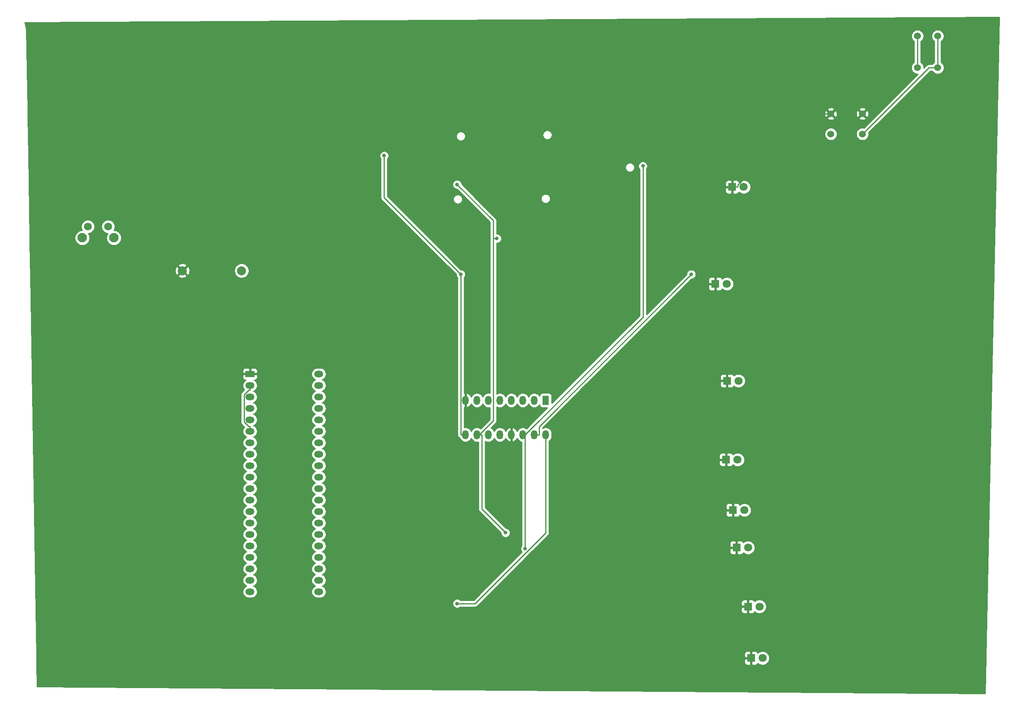
<source format=gbr>
%TF.GenerationSoftware,KiCad,Pcbnew,5.1.6-c6e7f7d~87~ubuntu18.04.1*%
%TF.CreationDate,2020-08-21T18:13:35-04:00*%
%TF.ProjectId,tutorial2,7475746f-7269-4616-9c32-2e6b69636164,rev?*%
%TF.SameCoordinates,Original*%
%TF.FileFunction,Copper,L2,Bot*%
%TF.FilePolarity,Positive*%
%FSLAX46Y46*%
G04 Gerber Fmt 4.6, Leading zero omitted, Abs format (unit mm)*
G04 Created by KiCad (PCBNEW 5.1.6-c6e7f7d~87~ubuntu18.04.1) date 2020-08-21 18:13:35*
%MOMM*%
%LPD*%
G01*
G04 APERTURE LIST*
%TA.AperFunction,ComponentPad*%
%ADD10C,2.000000*%
%TD*%
%TA.AperFunction,ComponentPad*%
%ADD11R,1.800000X1.800000*%
%TD*%
%TA.AperFunction,ComponentPad*%
%ADD12C,1.800000*%
%TD*%
%TA.AperFunction,ComponentPad*%
%ADD13C,1.524000*%
%TD*%
%TA.AperFunction,ComponentPad*%
%ADD14R,1.440000X2.000000*%
%TD*%
%TA.AperFunction,ComponentPad*%
%ADD15O,1.440000X2.000000*%
%TD*%
%TA.AperFunction,ComponentPad*%
%ADD16R,2.000000X1.440000*%
%TD*%
%TA.AperFunction,ComponentPad*%
%ADD17O,2.000000X1.440000*%
%TD*%
%TA.AperFunction,ComponentPad*%
%ADD18C,2.100000*%
%TD*%
%TA.AperFunction,ComponentPad*%
%ADD19C,1.750000*%
%TD*%
%TA.AperFunction,ViaPad*%
%ADD20C,0.800000*%
%TD*%
%TA.AperFunction,Conductor*%
%ADD21C,0.250000*%
%TD*%
%TA.AperFunction,Conductor*%
%ADD22C,0.254000*%
%TD*%
G04 APERTURE END LIST*
D10*
%TO.P,J1,2*%
%TO.N,GND*%
X60415000Y-69425000D03*
%TO.P,J1,1*%
%TO.N,Net-(J1-Pad1)*%
X73535000Y-69425000D03*
%TD*%
D11*
%TO.P,D1,1*%
%TO.N,GND*%
X182260000Y-50875000D03*
D12*
%TO.P,D1,2*%
%TO.N,Net-(D1-Pad2)*%
X184800000Y-50875000D03*
%TD*%
%TO.P,D2,2*%
%TO.N,Net-(D2-Pad2)*%
X181065000Y-72350000D03*
D11*
%TO.P,D2,1*%
%TO.N,GND*%
X178525000Y-72350000D03*
%TD*%
D12*
%TO.P,D3,2*%
%TO.N,Net-(D3-Pad2)*%
X183640000Y-93825000D03*
D11*
%TO.P,D3,1*%
%TO.N,GND*%
X181100000Y-93825000D03*
%TD*%
%TO.P,D4,1*%
%TO.N,GND*%
X180910000Y-111300000D03*
D12*
%TO.P,D4,2*%
%TO.N,Net-(D4-Pad2)*%
X183450000Y-111300000D03*
%TD*%
%TO.P,D5,2*%
%TO.N,Net-(D5-Pad2)*%
X184940000Y-122475000D03*
D11*
%TO.P,D5,1*%
%TO.N,GND*%
X182400000Y-122475000D03*
%TD*%
D12*
%TO.P,D6,2*%
%TO.N,Net-(D6-Pad2)*%
X185765000Y-130800000D03*
D11*
%TO.P,D6,1*%
%TO.N,GND*%
X183225000Y-130800000D03*
%TD*%
%TO.P,D7,1*%
%TO.N,GND*%
X185750000Y-143850000D03*
D12*
%TO.P,D7,2*%
%TO.N,Net-(D7-Pad2)*%
X188290000Y-143850000D03*
%TD*%
D11*
%TO.P,D8,1*%
%TO.N,GND*%
X186450000Y-155275000D03*
D12*
%TO.P,D8,2*%
%TO.N,Net-(D8-Pad2)*%
X188990000Y-155275000D03*
%TD*%
D13*
%TO.P,SW1,1*%
%TO.N,GND*%
X204100000Y-34650000D03*
X211100000Y-34650000D03*
%TO.P,SW1,2*%
%TO.N,/PULL_HIGH*%
X211100000Y-39150000D03*
X204100000Y-39150000D03*
%TD*%
%TO.P,SW2,2*%
%TO.N,/PULL_HIGH*%
X227800000Y-24425000D03*
X227800000Y-17425000D03*
%TO.P,SW2,1*%
%TO.N,VCC*%
X223300000Y-17425000D03*
X223300000Y-24425000D03*
%TD*%
D14*
%TO.P,U1,1*%
%TO.N,/LED_B*%
X140925000Y-98150000D03*
D15*
%TO.P,U1,16*%
%TO.N,Net-(R24-Pad2)*%
X140925000Y-105770000D03*
%TO.P,U1,2*%
%TO.N,/LED_C*%
X138385000Y-98150000D03*
%TO.P,U1,15*%
%TO.N,/LED_A*%
X138385000Y-105770000D03*
%TO.P,U1,3*%
%TO.N,/LED_D*%
X135845000Y-98150000D03*
%TO.P,U1,14*%
%TO.N,/PULL_HIGH*%
X135845000Y-105770000D03*
%TO.P,U1,4*%
%TO.N,/LED_E*%
X133305000Y-98150000D03*
%TO.P,U1,13*%
%TO.N,GND*%
X133305000Y-105770000D03*
%TO.P,U1,5*%
%TO.N,/LED_F*%
X130765000Y-98150000D03*
%TO.P,U1,12*%
%TO.N,/555_OUTPUT*%
X130765000Y-105770000D03*
%TO.P,U1,6*%
%TO.N,/LED_G*%
X128225000Y-98150000D03*
%TO.P,U1,11*%
%TO.N,/555_OUTPUT*%
X128225000Y-105770000D03*
%TO.P,U1,7*%
%TO.N,/LED_H*%
X125685000Y-98150000D03*
%TO.P,U1,10*%
%TO.N,VCC*%
X125685000Y-105770000D03*
%TO.P,U1,8*%
%TO.N,GND*%
X123145000Y-98150000D03*
%TO.P,U1,9*%
%TO.N,/XOR_INPUT_A*%
X123145000Y-105770000D03*
%TD*%
D16*
%TO.P,U2,1*%
%TO.N,GND*%
X75400000Y-92300000D03*
D17*
%TO.P,U2,21*%
%TO.N,N/C*%
X90640000Y-140560000D03*
%TO.P,U2,2*%
%TO.N,Net-(C1-Pad2)*%
X75400000Y-94840000D03*
%TO.P,U2,22*%
%TO.N,N/C*%
X90640000Y-138020000D03*
%TO.P,U2,3*%
%TO.N,/555_OUTPUT*%
X75400000Y-97380000D03*
%TO.P,U2,23*%
%TO.N,N/C*%
X90640000Y-135480000D03*
%TO.P,U2,4*%
%TO.N,VCC*%
X75400000Y-99920000D03*
%TO.P,U2,24*%
%TO.N,N/C*%
X90640000Y-132940000D03*
%TO.P,U2,5*%
%TO.N,Net-(U2-Pad5)*%
X75400000Y-102460000D03*
%TO.P,U2,25*%
%TO.N,N/C*%
X90640000Y-130400000D03*
%TO.P,U2,6*%
%TO.N,Net-(C1-Pad2)*%
X75400000Y-105000000D03*
%TO.P,U2,26*%
%TO.N,N/C*%
X90640000Y-127860000D03*
%TO.P,U2,7*%
%TO.N,Net-(R27-Pad1)*%
X75400000Y-107540000D03*
%TO.P,U2,27*%
%TO.N,N/C*%
X90640000Y-125320000D03*
%TO.P,U2,8*%
%TO.N,Net-(R26-Pad1)*%
X75400000Y-110080000D03*
%TO.P,U2,28*%
%TO.N,N/C*%
X90640000Y-122780000D03*
%TO.P,U2,9*%
X75400000Y-112620000D03*
%TO.P,U2,29*%
X90640000Y-120240000D03*
%TO.P,U2,10*%
X75400000Y-115160000D03*
%TO.P,U2,30*%
X90640000Y-117700000D03*
%TO.P,U2,11*%
X75400000Y-117700000D03*
%TO.P,U2,31*%
X90640000Y-115160000D03*
%TO.P,U2,12*%
X75400000Y-120240000D03*
%TO.P,U2,32*%
X90640000Y-112620000D03*
%TO.P,U2,13*%
X75400000Y-122780000D03*
%TO.P,U2,33*%
X90640000Y-110080000D03*
%TO.P,U2,14*%
X75400000Y-125320000D03*
%TO.P,U2,34*%
X90640000Y-107540000D03*
%TO.P,U2,15*%
X75400000Y-127860000D03*
%TO.P,U2,35*%
X90640000Y-105000000D03*
%TO.P,U2,16*%
X75400000Y-130400000D03*
%TO.P,U2,36*%
X90640000Y-102460000D03*
%TO.P,U2,17*%
X75400000Y-132940000D03*
%TO.P,U2,37*%
X90640000Y-99920000D03*
%TO.P,U2,18*%
X75400000Y-135480000D03*
%TO.P,U2,38*%
X90640000Y-97380000D03*
%TO.P,U2,19*%
X75400000Y-138020000D03*
%TO.P,U2,39*%
X90640000Y-94840000D03*
%TO.P,U2,20*%
X75400000Y-140560000D03*
%TO.P,U2,40*%
X90640000Y-92300000D03*
%TD*%
D18*
%TO.P,SW3,*%
%TO.N,*%
X45235000Y-62140000D03*
D19*
%TO.P,SW3,2*%
%TO.N,Net-(J1-Pad1)*%
X43975000Y-59650000D03*
%TO.P,SW3,1*%
%TO.N,VCC*%
X39475000Y-59650000D03*
D18*
%TO.P,SW3,*%
%TO.N,*%
X38225000Y-62140000D03*
%TD*%
D20*
%TO.N,VCC*%
X121290600Y-50310500D03*
X132019300Y-127499300D03*
X130096500Y-62277100D03*
%TO.N,/PULL_HIGH*%
X162461100Y-46216600D03*
X136367700Y-131008200D03*
%TO.N,/XOR_INPUT_A*%
X105121900Y-43931300D03*
X122099700Y-70227700D03*
%TO.N,/LED_A*%
X173174900Y-70227700D03*
%TO.N,Net-(R24-Pad2)*%
X121290600Y-143170600D03*
%TD*%
D21*
%TO.N,GND*%
X180910000Y-111300000D02*
X180910000Y-110074700D01*
X180910000Y-110074700D02*
X181100000Y-109884700D01*
X181100000Y-109884700D02*
X181100000Y-93825000D01*
X182400000Y-121249700D02*
X180910000Y-119759700D01*
X180910000Y-119759700D02*
X180910000Y-111300000D01*
X183225000Y-130800000D02*
X183225000Y-132025300D01*
X185750000Y-143850000D02*
X185750000Y-134550300D01*
X185750000Y-134550300D02*
X183225000Y-132025300D01*
X186450000Y-154049700D02*
X185750000Y-153349700D01*
X185750000Y-153349700D02*
X185750000Y-143850000D01*
X182260000Y-50875000D02*
X182260000Y-52100300D01*
X178525000Y-72350000D02*
X178525000Y-55835300D01*
X178525000Y-55835300D02*
X182260000Y-52100300D01*
X181100000Y-92599700D02*
X178525000Y-90024700D01*
X178525000Y-90024700D02*
X178525000Y-72350000D01*
X186450000Y-155275000D02*
X186450000Y-154049700D01*
X181100000Y-93825000D02*
X181100000Y-92599700D01*
X182400000Y-122475000D02*
X182400000Y-121249700D01*
X183225000Y-129574700D02*
X182400000Y-128749700D01*
X182400000Y-128749700D02*
X182400000Y-122475000D01*
X183225000Y-130800000D02*
X183225000Y-129574700D01*
X182260000Y-50875000D02*
X183485300Y-50875000D01*
X204100000Y-34650000D02*
X199250800Y-34650000D01*
X199250800Y-34650000D02*
X183485300Y-50415500D01*
X183485300Y-50415500D02*
X183485300Y-50875000D01*
%TO.N,Net-(C1-Pad2)*%
X75400000Y-94840000D02*
X75400000Y-95885300D01*
X75400000Y-105000000D02*
X75400000Y-103954700D01*
X75400000Y-103954700D02*
X75106000Y-103954700D01*
X75106000Y-103954700D02*
X74068000Y-102916700D01*
X74068000Y-102916700D02*
X74068000Y-96923300D01*
X74068000Y-96923300D02*
X75106000Y-95885300D01*
X75106000Y-95885300D02*
X75400000Y-95885300D01*
%TO.N,VCC*%
X129287000Y-62277100D02*
X129287000Y-58306900D01*
X129287000Y-58306900D02*
X121290600Y-50310500D01*
X126207700Y-105770000D02*
X129287000Y-102690700D01*
X129287000Y-102690700D02*
X129287000Y-62277100D01*
X130096500Y-62277100D02*
X129287000Y-62277100D01*
X126207700Y-105770000D02*
X126730300Y-105770000D01*
X132019300Y-127499300D02*
X126730300Y-122210300D01*
X126730300Y-122210300D02*
X126730300Y-105770000D01*
X125685000Y-105770000D02*
X126207700Y-105770000D01*
X223300000Y-24425000D02*
X223300000Y-17425000D01*
%TO.N,/PULL_HIGH*%
X136367700Y-105770000D02*
X162461100Y-79676600D01*
X162461100Y-79676600D02*
X162461100Y-46216600D01*
X136367700Y-131008200D02*
X136367700Y-105770000D01*
X135845000Y-105770000D02*
X136367700Y-105770000D01*
X227800000Y-24425000D02*
X225825000Y-24425000D01*
X225825000Y-24425000D02*
X211100000Y-39150000D01*
X227800000Y-17425000D02*
X227800000Y-24425000D01*
%TO.N,/XOR_INPUT_A*%
X122099700Y-70227700D02*
X105121900Y-53249900D01*
X105121900Y-53249900D02*
X105121900Y-43931300D01*
X122099700Y-105770000D02*
X122099700Y-70227700D01*
X123145000Y-105770000D02*
X122099700Y-105770000D01*
%TO.N,/LED_A*%
X138385000Y-105770000D02*
X139430300Y-105770000D01*
X139430300Y-105770000D02*
X139430300Y-103972300D01*
X139430300Y-103972300D02*
X173174900Y-70227700D01*
%TO.N,Net-(R24-Pad2)*%
X140925000Y-105770000D02*
X140925000Y-127509800D01*
X140925000Y-127509800D02*
X125264200Y-143170600D01*
X125264200Y-143170600D02*
X121290600Y-143170600D01*
%TD*%
D22*
%TO.N,GND*%
G36*
X238300615Y-163122079D02*
G01*
X28224982Y-161573917D01*
X28137889Y-156175000D01*
X184911928Y-156175000D01*
X184924188Y-156299482D01*
X184960498Y-156419180D01*
X185019463Y-156529494D01*
X185098815Y-156626185D01*
X185195506Y-156705537D01*
X185305820Y-156764502D01*
X185425518Y-156800812D01*
X185550000Y-156813072D01*
X186164250Y-156810000D01*
X186323000Y-156651250D01*
X186323000Y-155402000D01*
X185073750Y-155402000D01*
X184915000Y-155560750D01*
X184911928Y-156175000D01*
X28137889Y-156175000D01*
X28108852Y-154375000D01*
X184911928Y-154375000D01*
X184915000Y-154989250D01*
X185073750Y-155148000D01*
X186323000Y-155148000D01*
X186323000Y-153898750D01*
X186577000Y-153898750D01*
X186577000Y-155148000D01*
X186597000Y-155148000D01*
X186597000Y-155402000D01*
X186577000Y-155402000D01*
X186577000Y-156651250D01*
X186735750Y-156810000D01*
X187350000Y-156813072D01*
X187474482Y-156800812D01*
X187594180Y-156764502D01*
X187704494Y-156705537D01*
X187801185Y-156626185D01*
X187880537Y-156529494D01*
X187939502Y-156419180D01*
X187945056Y-156400873D01*
X188011495Y-156467312D01*
X188262905Y-156635299D01*
X188542257Y-156751011D01*
X188838816Y-156810000D01*
X189141184Y-156810000D01*
X189437743Y-156751011D01*
X189717095Y-156635299D01*
X189968505Y-156467312D01*
X190182312Y-156253505D01*
X190350299Y-156002095D01*
X190466011Y-155722743D01*
X190525000Y-155426184D01*
X190525000Y-155123816D01*
X190466011Y-154827257D01*
X190350299Y-154547905D01*
X190182312Y-154296495D01*
X189968505Y-154082688D01*
X189717095Y-153914701D01*
X189437743Y-153798989D01*
X189141184Y-153740000D01*
X188838816Y-153740000D01*
X188542257Y-153798989D01*
X188262905Y-153914701D01*
X188011495Y-154082688D01*
X187945056Y-154149127D01*
X187939502Y-154130820D01*
X187880537Y-154020506D01*
X187801185Y-153923815D01*
X187704494Y-153844463D01*
X187594180Y-153785498D01*
X187474482Y-153749188D01*
X187350000Y-153736928D01*
X186735750Y-153740000D01*
X186577000Y-153898750D01*
X186323000Y-153898750D01*
X186164250Y-153740000D01*
X185550000Y-153736928D01*
X185425518Y-153749188D01*
X185305820Y-153785498D01*
X185195506Y-153844463D01*
X185098815Y-153923815D01*
X185019463Y-154020506D01*
X184960498Y-154130820D01*
X184924188Y-154250518D01*
X184911928Y-154375000D01*
X28108852Y-154375000D01*
X27953583Y-144750000D01*
X184211928Y-144750000D01*
X184224188Y-144874482D01*
X184260498Y-144994180D01*
X184319463Y-145104494D01*
X184398815Y-145201185D01*
X184495506Y-145280537D01*
X184605820Y-145339502D01*
X184725518Y-145375812D01*
X184850000Y-145388072D01*
X185464250Y-145385000D01*
X185623000Y-145226250D01*
X185623000Y-143977000D01*
X184373750Y-143977000D01*
X184215000Y-144135750D01*
X184211928Y-144750000D01*
X27953583Y-144750000D01*
X27182053Y-96923300D01*
X73304324Y-96923300D01*
X73308001Y-96960632D01*
X73308000Y-102879377D01*
X73304324Y-102916700D01*
X73308000Y-102954022D01*
X73308000Y-102954032D01*
X73318997Y-103065685D01*
X73357017Y-103191023D01*
X73362454Y-103208946D01*
X73433026Y-103340976D01*
X73472871Y-103389526D01*
X73527999Y-103456701D01*
X73557002Y-103480504D01*
X74137626Y-104061128D01*
X73987908Y-104243560D01*
X73862086Y-104478955D01*
X73784606Y-104734374D01*
X73758444Y-105000000D01*
X73784606Y-105265626D01*
X73862086Y-105521045D01*
X73987908Y-105756440D01*
X74157235Y-105962765D01*
X74363560Y-106132092D01*
X74598955Y-106257914D01*
X74638797Y-106270000D01*
X74598955Y-106282086D01*
X74363560Y-106407908D01*
X74157235Y-106577235D01*
X73987908Y-106783560D01*
X73862086Y-107018955D01*
X73784606Y-107274374D01*
X73758444Y-107540000D01*
X73784606Y-107805626D01*
X73862086Y-108061045D01*
X73987908Y-108296440D01*
X74157235Y-108502765D01*
X74363560Y-108672092D01*
X74598955Y-108797914D01*
X74638797Y-108810000D01*
X74598955Y-108822086D01*
X74363560Y-108947908D01*
X74157235Y-109117235D01*
X73987908Y-109323560D01*
X73862086Y-109558955D01*
X73784606Y-109814374D01*
X73758444Y-110080000D01*
X73784606Y-110345626D01*
X73862086Y-110601045D01*
X73987908Y-110836440D01*
X74157235Y-111042765D01*
X74363560Y-111212092D01*
X74598955Y-111337914D01*
X74638797Y-111350000D01*
X74598955Y-111362086D01*
X74363560Y-111487908D01*
X74157235Y-111657235D01*
X73987908Y-111863560D01*
X73862086Y-112098955D01*
X73784606Y-112354374D01*
X73758444Y-112620000D01*
X73784606Y-112885626D01*
X73862086Y-113141045D01*
X73987908Y-113376440D01*
X74157235Y-113582765D01*
X74363560Y-113752092D01*
X74598955Y-113877914D01*
X74638797Y-113890000D01*
X74598955Y-113902086D01*
X74363560Y-114027908D01*
X74157235Y-114197235D01*
X73987908Y-114403560D01*
X73862086Y-114638955D01*
X73784606Y-114894374D01*
X73758444Y-115160000D01*
X73784606Y-115425626D01*
X73862086Y-115681045D01*
X73987908Y-115916440D01*
X74157235Y-116122765D01*
X74363560Y-116292092D01*
X74598955Y-116417914D01*
X74638797Y-116430000D01*
X74598955Y-116442086D01*
X74363560Y-116567908D01*
X74157235Y-116737235D01*
X73987908Y-116943560D01*
X73862086Y-117178955D01*
X73784606Y-117434374D01*
X73758444Y-117700000D01*
X73784606Y-117965626D01*
X73862086Y-118221045D01*
X73987908Y-118456440D01*
X74157235Y-118662765D01*
X74363560Y-118832092D01*
X74598955Y-118957914D01*
X74638797Y-118970000D01*
X74598955Y-118982086D01*
X74363560Y-119107908D01*
X74157235Y-119277235D01*
X73987908Y-119483560D01*
X73862086Y-119718955D01*
X73784606Y-119974374D01*
X73758444Y-120240000D01*
X73784606Y-120505626D01*
X73862086Y-120761045D01*
X73987908Y-120996440D01*
X74157235Y-121202765D01*
X74363560Y-121372092D01*
X74598955Y-121497914D01*
X74638797Y-121510000D01*
X74598955Y-121522086D01*
X74363560Y-121647908D01*
X74157235Y-121817235D01*
X73987908Y-122023560D01*
X73862086Y-122258955D01*
X73784606Y-122514374D01*
X73758444Y-122780000D01*
X73784606Y-123045626D01*
X73862086Y-123301045D01*
X73987908Y-123536440D01*
X74157235Y-123742765D01*
X74363560Y-123912092D01*
X74598955Y-124037914D01*
X74638797Y-124050000D01*
X74598955Y-124062086D01*
X74363560Y-124187908D01*
X74157235Y-124357235D01*
X73987908Y-124563560D01*
X73862086Y-124798955D01*
X73784606Y-125054374D01*
X73758444Y-125320000D01*
X73784606Y-125585626D01*
X73862086Y-125841045D01*
X73987908Y-126076440D01*
X74157235Y-126282765D01*
X74363560Y-126452092D01*
X74598955Y-126577914D01*
X74638797Y-126590000D01*
X74598955Y-126602086D01*
X74363560Y-126727908D01*
X74157235Y-126897235D01*
X73987908Y-127103560D01*
X73862086Y-127338955D01*
X73784606Y-127594374D01*
X73758444Y-127860000D01*
X73784606Y-128125626D01*
X73862086Y-128381045D01*
X73987908Y-128616440D01*
X74157235Y-128822765D01*
X74363560Y-128992092D01*
X74598955Y-129117914D01*
X74638797Y-129130000D01*
X74598955Y-129142086D01*
X74363560Y-129267908D01*
X74157235Y-129437235D01*
X73987908Y-129643560D01*
X73862086Y-129878955D01*
X73784606Y-130134374D01*
X73758444Y-130400000D01*
X73784606Y-130665626D01*
X73862086Y-130921045D01*
X73987908Y-131156440D01*
X74157235Y-131362765D01*
X74363560Y-131532092D01*
X74598955Y-131657914D01*
X74638797Y-131670000D01*
X74598955Y-131682086D01*
X74363560Y-131807908D01*
X74157235Y-131977235D01*
X73987908Y-132183560D01*
X73862086Y-132418955D01*
X73784606Y-132674374D01*
X73758444Y-132940000D01*
X73784606Y-133205626D01*
X73862086Y-133461045D01*
X73987908Y-133696440D01*
X74157235Y-133902765D01*
X74363560Y-134072092D01*
X74598955Y-134197914D01*
X74638797Y-134210000D01*
X74598955Y-134222086D01*
X74363560Y-134347908D01*
X74157235Y-134517235D01*
X73987908Y-134723560D01*
X73862086Y-134958955D01*
X73784606Y-135214374D01*
X73758444Y-135480000D01*
X73784606Y-135745626D01*
X73862086Y-136001045D01*
X73987908Y-136236440D01*
X74157235Y-136442765D01*
X74363560Y-136612092D01*
X74598955Y-136737914D01*
X74638797Y-136750000D01*
X74598955Y-136762086D01*
X74363560Y-136887908D01*
X74157235Y-137057235D01*
X73987908Y-137263560D01*
X73862086Y-137498955D01*
X73784606Y-137754374D01*
X73758444Y-138020000D01*
X73784606Y-138285626D01*
X73862086Y-138541045D01*
X73987908Y-138776440D01*
X74157235Y-138982765D01*
X74363560Y-139152092D01*
X74598955Y-139277914D01*
X74638797Y-139290000D01*
X74598955Y-139302086D01*
X74363560Y-139427908D01*
X74157235Y-139597235D01*
X73987908Y-139803560D01*
X73862086Y-140038955D01*
X73784606Y-140294374D01*
X73758444Y-140560000D01*
X73784606Y-140825626D01*
X73862086Y-141081045D01*
X73987908Y-141316440D01*
X74157235Y-141522765D01*
X74363560Y-141692092D01*
X74598955Y-141817914D01*
X74854374Y-141895394D01*
X75053436Y-141915000D01*
X75746564Y-141915000D01*
X75945626Y-141895394D01*
X76201045Y-141817914D01*
X76436440Y-141692092D01*
X76642765Y-141522765D01*
X76812092Y-141316440D01*
X76937914Y-141081045D01*
X77015394Y-140825626D01*
X77041556Y-140560000D01*
X77015394Y-140294374D01*
X76937914Y-140038955D01*
X76812092Y-139803560D01*
X76642765Y-139597235D01*
X76436440Y-139427908D01*
X76201045Y-139302086D01*
X76161203Y-139290000D01*
X76201045Y-139277914D01*
X76436440Y-139152092D01*
X76642765Y-138982765D01*
X76812092Y-138776440D01*
X76937914Y-138541045D01*
X77015394Y-138285626D01*
X77041556Y-138020000D01*
X77015394Y-137754374D01*
X76937914Y-137498955D01*
X76812092Y-137263560D01*
X76642765Y-137057235D01*
X76436440Y-136887908D01*
X76201045Y-136762086D01*
X76161203Y-136750000D01*
X76201045Y-136737914D01*
X76436440Y-136612092D01*
X76642765Y-136442765D01*
X76812092Y-136236440D01*
X76937914Y-136001045D01*
X77015394Y-135745626D01*
X77041556Y-135480000D01*
X77015394Y-135214374D01*
X76937914Y-134958955D01*
X76812092Y-134723560D01*
X76642765Y-134517235D01*
X76436440Y-134347908D01*
X76201045Y-134222086D01*
X76161203Y-134210000D01*
X76201045Y-134197914D01*
X76436440Y-134072092D01*
X76642765Y-133902765D01*
X76812092Y-133696440D01*
X76937914Y-133461045D01*
X77015394Y-133205626D01*
X77041556Y-132940000D01*
X77015394Y-132674374D01*
X76937914Y-132418955D01*
X76812092Y-132183560D01*
X76642765Y-131977235D01*
X76436440Y-131807908D01*
X76201045Y-131682086D01*
X76161203Y-131670000D01*
X76201045Y-131657914D01*
X76436440Y-131532092D01*
X76642765Y-131362765D01*
X76812092Y-131156440D01*
X76937914Y-130921045D01*
X77015394Y-130665626D01*
X77041556Y-130400000D01*
X77015394Y-130134374D01*
X76937914Y-129878955D01*
X76812092Y-129643560D01*
X76642765Y-129437235D01*
X76436440Y-129267908D01*
X76201045Y-129142086D01*
X76161203Y-129130000D01*
X76201045Y-129117914D01*
X76436440Y-128992092D01*
X76642765Y-128822765D01*
X76812092Y-128616440D01*
X76937914Y-128381045D01*
X77015394Y-128125626D01*
X77041556Y-127860000D01*
X77015394Y-127594374D01*
X76937914Y-127338955D01*
X76812092Y-127103560D01*
X76642765Y-126897235D01*
X76436440Y-126727908D01*
X76201045Y-126602086D01*
X76161203Y-126590000D01*
X76201045Y-126577914D01*
X76436440Y-126452092D01*
X76642765Y-126282765D01*
X76812092Y-126076440D01*
X76937914Y-125841045D01*
X77015394Y-125585626D01*
X77041556Y-125320000D01*
X77015394Y-125054374D01*
X76937914Y-124798955D01*
X76812092Y-124563560D01*
X76642765Y-124357235D01*
X76436440Y-124187908D01*
X76201045Y-124062086D01*
X76161203Y-124050000D01*
X76201045Y-124037914D01*
X76436440Y-123912092D01*
X76642765Y-123742765D01*
X76812092Y-123536440D01*
X76937914Y-123301045D01*
X77015394Y-123045626D01*
X77041556Y-122780000D01*
X77015394Y-122514374D01*
X76937914Y-122258955D01*
X76812092Y-122023560D01*
X76642765Y-121817235D01*
X76436440Y-121647908D01*
X76201045Y-121522086D01*
X76161203Y-121510000D01*
X76201045Y-121497914D01*
X76436440Y-121372092D01*
X76642765Y-121202765D01*
X76812092Y-120996440D01*
X76937914Y-120761045D01*
X77015394Y-120505626D01*
X77041556Y-120240000D01*
X77015394Y-119974374D01*
X76937914Y-119718955D01*
X76812092Y-119483560D01*
X76642765Y-119277235D01*
X76436440Y-119107908D01*
X76201045Y-118982086D01*
X76161203Y-118970000D01*
X76201045Y-118957914D01*
X76436440Y-118832092D01*
X76642765Y-118662765D01*
X76812092Y-118456440D01*
X76937914Y-118221045D01*
X77015394Y-117965626D01*
X77041556Y-117700000D01*
X77015394Y-117434374D01*
X76937914Y-117178955D01*
X76812092Y-116943560D01*
X76642765Y-116737235D01*
X76436440Y-116567908D01*
X76201045Y-116442086D01*
X76161203Y-116430000D01*
X76201045Y-116417914D01*
X76436440Y-116292092D01*
X76642765Y-116122765D01*
X76812092Y-115916440D01*
X76937914Y-115681045D01*
X77015394Y-115425626D01*
X77041556Y-115160000D01*
X77015394Y-114894374D01*
X76937914Y-114638955D01*
X76812092Y-114403560D01*
X76642765Y-114197235D01*
X76436440Y-114027908D01*
X76201045Y-113902086D01*
X76161203Y-113890000D01*
X76201045Y-113877914D01*
X76436440Y-113752092D01*
X76642765Y-113582765D01*
X76812092Y-113376440D01*
X76937914Y-113141045D01*
X77015394Y-112885626D01*
X77041556Y-112620000D01*
X77015394Y-112354374D01*
X76937914Y-112098955D01*
X76812092Y-111863560D01*
X76642765Y-111657235D01*
X76436440Y-111487908D01*
X76201045Y-111362086D01*
X76161203Y-111350000D01*
X76201045Y-111337914D01*
X76436440Y-111212092D01*
X76642765Y-111042765D01*
X76812092Y-110836440D01*
X76937914Y-110601045D01*
X77015394Y-110345626D01*
X77041556Y-110080000D01*
X77015394Y-109814374D01*
X76937914Y-109558955D01*
X76812092Y-109323560D01*
X76642765Y-109117235D01*
X76436440Y-108947908D01*
X76201045Y-108822086D01*
X76161203Y-108810000D01*
X76201045Y-108797914D01*
X76436440Y-108672092D01*
X76642765Y-108502765D01*
X76812092Y-108296440D01*
X76937914Y-108061045D01*
X77015394Y-107805626D01*
X77041556Y-107540000D01*
X77015394Y-107274374D01*
X76937914Y-107018955D01*
X76812092Y-106783560D01*
X76642765Y-106577235D01*
X76436440Y-106407908D01*
X76201045Y-106282086D01*
X76161203Y-106270000D01*
X76201045Y-106257914D01*
X76436440Y-106132092D01*
X76642765Y-105962765D01*
X76812092Y-105756440D01*
X76937914Y-105521045D01*
X77015394Y-105265626D01*
X77041556Y-105000000D01*
X77015394Y-104734374D01*
X76937914Y-104478955D01*
X76812092Y-104243560D01*
X76642765Y-104037235D01*
X76436440Y-103867908D01*
X76201045Y-103742086D01*
X76161203Y-103730000D01*
X76201045Y-103717914D01*
X76436440Y-103592092D01*
X76642765Y-103422765D01*
X76812092Y-103216440D01*
X76937914Y-102981045D01*
X77015394Y-102725626D01*
X77041556Y-102460000D01*
X77015394Y-102194374D01*
X76937914Y-101938955D01*
X76812092Y-101703560D01*
X76642765Y-101497235D01*
X76436440Y-101327908D01*
X76201045Y-101202086D01*
X76161203Y-101190000D01*
X76201045Y-101177914D01*
X76436440Y-101052092D01*
X76642765Y-100882765D01*
X76812092Y-100676440D01*
X76937914Y-100441045D01*
X77015394Y-100185626D01*
X77041556Y-99920000D01*
X77015394Y-99654374D01*
X76937914Y-99398955D01*
X76812092Y-99163560D01*
X76642765Y-98957235D01*
X76436440Y-98787908D01*
X76201045Y-98662086D01*
X76161203Y-98650000D01*
X76201045Y-98637914D01*
X76436440Y-98512092D01*
X76642765Y-98342765D01*
X76812092Y-98136440D01*
X76937914Y-97901045D01*
X77015394Y-97645626D01*
X77041556Y-97380000D01*
X77015394Y-97114374D01*
X76937914Y-96858955D01*
X76812092Y-96623560D01*
X76642765Y-96417235D01*
X76436440Y-96247908D01*
X76201045Y-96122086D01*
X76161203Y-96110000D01*
X76201045Y-96097914D01*
X76436440Y-95972092D01*
X76642765Y-95802765D01*
X76812092Y-95596440D01*
X76937914Y-95361045D01*
X77015394Y-95105626D01*
X77041556Y-94840000D01*
X77015394Y-94574374D01*
X76937914Y-94318955D01*
X76812092Y-94083560D01*
X76642765Y-93877235D01*
X76436440Y-93707908D01*
X76342743Y-93657826D01*
X76400000Y-93658072D01*
X76524482Y-93645812D01*
X76644180Y-93609502D01*
X76754494Y-93550537D01*
X76851185Y-93471185D01*
X76930537Y-93374494D01*
X76989502Y-93264180D01*
X77025812Y-93144482D01*
X77038072Y-93020000D01*
X77035000Y-92585750D01*
X76876250Y-92427000D01*
X75527000Y-92427000D01*
X75527000Y-92447000D01*
X75273000Y-92447000D01*
X75273000Y-92427000D01*
X73923750Y-92427000D01*
X73765000Y-92585750D01*
X73761928Y-93020000D01*
X73774188Y-93144482D01*
X73810498Y-93264180D01*
X73869463Y-93374494D01*
X73948815Y-93471185D01*
X74045506Y-93550537D01*
X74155820Y-93609502D01*
X74275518Y-93645812D01*
X74400000Y-93658072D01*
X74457257Y-93657826D01*
X74363560Y-93707908D01*
X74157235Y-93877235D01*
X73987908Y-94083560D01*
X73862086Y-94318955D01*
X73784606Y-94574374D01*
X73758444Y-94840000D01*
X73784606Y-95105626D01*
X73862086Y-95361045D01*
X73987908Y-95596440D01*
X74137626Y-95778872D01*
X73556998Y-96359501D01*
X73528000Y-96383299D01*
X73504202Y-96412297D01*
X73504201Y-96412298D01*
X73433026Y-96499024D01*
X73362454Y-96631054D01*
X73349791Y-96672801D01*
X73318998Y-96774314D01*
X73308001Y-96885967D01*
X73304324Y-96923300D01*
X27182053Y-96923300D01*
X27107471Y-92300000D01*
X88998444Y-92300000D01*
X89024606Y-92565626D01*
X89102086Y-92821045D01*
X89227908Y-93056440D01*
X89397235Y-93262765D01*
X89603560Y-93432092D01*
X89838955Y-93557914D01*
X89878797Y-93570000D01*
X89838955Y-93582086D01*
X89603560Y-93707908D01*
X89397235Y-93877235D01*
X89227908Y-94083560D01*
X89102086Y-94318955D01*
X89024606Y-94574374D01*
X88998444Y-94840000D01*
X89024606Y-95105626D01*
X89102086Y-95361045D01*
X89227908Y-95596440D01*
X89397235Y-95802765D01*
X89603560Y-95972092D01*
X89838955Y-96097914D01*
X89878797Y-96110000D01*
X89838955Y-96122086D01*
X89603560Y-96247908D01*
X89397235Y-96417235D01*
X89227908Y-96623560D01*
X89102086Y-96858955D01*
X89024606Y-97114374D01*
X88998444Y-97380000D01*
X89024606Y-97645626D01*
X89102086Y-97901045D01*
X89227908Y-98136440D01*
X89397235Y-98342765D01*
X89603560Y-98512092D01*
X89838955Y-98637914D01*
X89878797Y-98650000D01*
X89838955Y-98662086D01*
X89603560Y-98787908D01*
X89397235Y-98957235D01*
X89227908Y-99163560D01*
X89102086Y-99398955D01*
X89024606Y-99654374D01*
X88998444Y-99920000D01*
X89024606Y-100185626D01*
X89102086Y-100441045D01*
X89227908Y-100676440D01*
X89397235Y-100882765D01*
X89603560Y-101052092D01*
X89838955Y-101177914D01*
X89878797Y-101190000D01*
X89838955Y-101202086D01*
X89603560Y-101327908D01*
X89397235Y-101497235D01*
X89227908Y-101703560D01*
X89102086Y-101938955D01*
X89024606Y-102194374D01*
X88998444Y-102460000D01*
X89024606Y-102725626D01*
X89102086Y-102981045D01*
X89227908Y-103216440D01*
X89397235Y-103422765D01*
X89603560Y-103592092D01*
X89838955Y-103717914D01*
X89878797Y-103730000D01*
X89838955Y-103742086D01*
X89603560Y-103867908D01*
X89397235Y-104037235D01*
X89227908Y-104243560D01*
X89102086Y-104478955D01*
X89024606Y-104734374D01*
X88998444Y-105000000D01*
X89024606Y-105265626D01*
X89102086Y-105521045D01*
X89227908Y-105756440D01*
X89397235Y-105962765D01*
X89603560Y-106132092D01*
X89838955Y-106257914D01*
X89878797Y-106270000D01*
X89838955Y-106282086D01*
X89603560Y-106407908D01*
X89397235Y-106577235D01*
X89227908Y-106783560D01*
X89102086Y-107018955D01*
X89024606Y-107274374D01*
X88998444Y-107540000D01*
X89024606Y-107805626D01*
X89102086Y-108061045D01*
X89227908Y-108296440D01*
X89397235Y-108502765D01*
X89603560Y-108672092D01*
X89838955Y-108797914D01*
X89878797Y-108810000D01*
X89838955Y-108822086D01*
X89603560Y-108947908D01*
X89397235Y-109117235D01*
X89227908Y-109323560D01*
X89102086Y-109558955D01*
X89024606Y-109814374D01*
X88998444Y-110080000D01*
X89024606Y-110345626D01*
X89102086Y-110601045D01*
X89227908Y-110836440D01*
X89397235Y-111042765D01*
X89603560Y-111212092D01*
X89838955Y-111337914D01*
X89878797Y-111350000D01*
X89838955Y-111362086D01*
X89603560Y-111487908D01*
X89397235Y-111657235D01*
X89227908Y-111863560D01*
X89102086Y-112098955D01*
X89024606Y-112354374D01*
X88998444Y-112620000D01*
X89024606Y-112885626D01*
X89102086Y-113141045D01*
X89227908Y-113376440D01*
X89397235Y-113582765D01*
X89603560Y-113752092D01*
X89838955Y-113877914D01*
X89878797Y-113890000D01*
X89838955Y-113902086D01*
X89603560Y-114027908D01*
X89397235Y-114197235D01*
X89227908Y-114403560D01*
X89102086Y-114638955D01*
X89024606Y-114894374D01*
X88998444Y-115160000D01*
X89024606Y-115425626D01*
X89102086Y-115681045D01*
X89227908Y-115916440D01*
X89397235Y-116122765D01*
X89603560Y-116292092D01*
X89838955Y-116417914D01*
X89878797Y-116430000D01*
X89838955Y-116442086D01*
X89603560Y-116567908D01*
X89397235Y-116737235D01*
X89227908Y-116943560D01*
X89102086Y-117178955D01*
X89024606Y-117434374D01*
X88998444Y-117700000D01*
X89024606Y-117965626D01*
X89102086Y-118221045D01*
X89227908Y-118456440D01*
X89397235Y-118662765D01*
X89603560Y-118832092D01*
X89838955Y-118957914D01*
X89878797Y-118970000D01*
X89838955Y-118982086D01*
X89603560Y-119107908D01*
X89397235Y-119277235D01*
X89227908Y-119483560D01*
X89102086Y-119718955D01*
X89024606Y-119974374D01*
X88998444Y-120240000D01*
X89024606Y-120505626D01*
X89102086Y-120761045D01*
X89227908Y-120996440D01*
X89397235Y-121202765D01*
X89603560Y-121372092D01*
X89838955Y-121497914D01*
X89878797Y-121510000D01*
X89838955Y-121522086D01*
X89603560Y-121647908D01*
X89397235Y-121817235D01*
X89227908Y-122023560D01*
X89102086Y-122258955D01*
X89024606Y-122514374D01*
X88998444Y-122780000D01*
X89024606Y-123045626D01*
X89102086Y-123301045D01*
X89227908Y-123536440D01*
X89397235Y-123742765D01*
X89603560Y-123912092D01*
X89838955Y-124037914D01*
X89878797Y-124050000D01*
X89838955Y-124062086D01*
X89603560Y-124187908D01*
X89397235Y-124357235D01*
X89227908Y-124563560D01*
X89102086Y-124798955D01*
X89024606Y-125054374D01*
X88998444Y-125320000D01*
X89024606Y-125585626D01*
X89102086Y-125841045D01*
X89227908Y-126076440D01*
X89397235Y-126282765D01*
X89603560Y-126452092D01*
X89838955Y-126577914D01*
X89878797Y-126590000D01*
X89838955Y-126602086D01*
X89603560Y-126727908D01*
X89397235Y-126897235D01*
X89227908Y-127103560D01*
X89102086Y-127338955D01*
X89024606Y-127594374D01*
X88998444Y-127860000D01*
X89024606Y-128125626D01*
X89102086Y-128381045D01*
X89227908Y-128616440D01*
X89397235Y-128822765D01*
X89603560Y-128992092D01*
X89838955Y-129117914D01*
X89878797Y-129130000D01*
X89838955Y-129142086D01*
X89603560Y-129267908D01*
X89397235Y-129437235D01*
X89227908Y-129643560D01*
X89102086Y-129878955D01*
X89024606Y-130134374D01*
X88998444Y-130400000D01*
X89024606Y-130665626D01*
X89102086Y-130921045D01*
X89227908Y-131156440D01*
X89397235Y-131362765D01*
X89603560Y-131532092D01*
X89838955Y-131657914D01*
X89878797Y-131670000D01*
X89838955Y-131682086D01*
X89603560Y-131807908D01*
X89397235Y-131977235D01*
X89227908Y-132183560D01*
X89102086Y-132418955D01*
X89024606Y-132674374D01*
X88998444Y-132940000D01*
X89024606Y-133205626D01*
X89102086Y-133461045D01*
X89227908Y-133696440D01*
X89397235Y-133902765D01*
X89603560Y-134072092D01*
X89838955Y-134197914D01*
X89878797Y-134210000D01*
X89838955Y-134222086D01*
X89603560Y-134347908D01*
X89397235Y-134517235D01*
X89227908Y-134723560D01*
X89102086Y-134958955D01*
X89024606Y-135214374D01*
X88998444Y-135480000D01*
X89024606Y-135745626D01*
X89102086Y-136001045D01*
X89227908Y-136236440D01*
X89397235Y-136442765D01*
X89603560Y-136612092D01*
X89838955Y-136737914D01*
X89878797Y-136750000D01*
X89838955Y-136762086D01*
X89603560Y-136887908D01*
X89397235Y-137057235D01*
X89227908Y-137263560D01*
X89102086Y-137498955D01*
X89024606Y-137754374D01*
X88998444Y-138020000D01*
X89024606Y-138285626D01*
X89102086Y-138541045D01*
X89227908Y-138776440D01*
X89397235Y-138982765D01*
X89603560Y-139152092D01*
X89838955Y-139277914D01*
X89878797Y-139290000D01*
X89838955Y-139302086D01*
X89603560Y-139427908D01*
X89397235Y-139597235D01*
X89227908Y-139803560D01*
X89102086Y-140038955D01*
X89024606Y-140294374D01*
X88998444Y-140560000D01*
X89024606Y-140825626D01*
X89102086Y-141081045D01*
X89227908Y-141316440D01*
X89397235Y-141522765D01*
X89603560Y-141692092D01*
X89838955Y-141817914D01*
X90094374Y-141895394D01*
X90293436Y-141915000D01*
X90986564Y-141915000D01*
X91185626Y-141895394D01*
X91441045Y-141817914D01*
X91676440Y-141692092D01*
X91882765Y-141522765D01*
X92052092Y-141316440D01*
X92177914Y-141081045D01*
X92255394Y-140825626D01*
X92281556Y-140560000D01*
X92255394Y-140294374D01*
X92177914Y-140038955D01*
X92052092Y-139803560D01*
X91882765Y-139597235D01*
X91676440Y-139427908D01*
X91441045Y-139302086D01*
X91401203Y-139290000D01*
X91441045Y-139277914D01*
X91676440Y-139152092D01*
X91882765Y-138982765D01*
X92052092Y-138776440D01*
X92177914Y-138541045D01*
X92255394Y-138285626D01*
X92281556Y-138020000D01*
X92255394Y-137754374D01*
X92177914Y-137498955D01*
X92052092Y-137263560D01*
X91882765Y-137057235D01*
X91676440Y-136887908D01*
X91441045Y-136762086D01*
X91401203Y-136750000D01*
X91441045Y-136737914D01*
X91676440Y-136612092D01*
X91882765Y-136442765D01*
X92052092Y-136236440D01*
X92177914Y-136001045D01*
X92255394Y-135745626D01*
X92281556Y-135480000D01*
X92255394Y-135214374D01*
X92177914Y-134958955D01*
X92052092Y-134723560D01*
X91882765Y-134517235D01*
X91676440Y-134347908D01*
X91441045Y-134222086D01*
X91401203Y-134210000D01*
X91441045Y-134197914D01*
X91676440Y-134072092D01*
X91882765Y-133902765D01*
X92052092Y-133696440D01*
X92177914Y-133461045D01*
X92255394Y-133205626D01*
X92281556Y-132940000D01*
X92255394Y-132674374D01*
X92177914Y-132418955D01*
X92052092Y-132183560D01*
X91882765Y-131977235D01*
X91676440Y-131807908D01*
X91441045Y-131682086D01*
X91401203Y-131670000D01*
X91441045Y-131657914D01*
X91676440Y-131532092D01*
X91882765Y-131362765D01*
X92052092Y-131156440D01*
X92177914Y-130921045D01*
X92255394Y-130665626D01*
X92281556Y-130400000D01*
X92255394Y-130134374D01*
X92177914Y-129878955D01*
X92052092Y-129643560D01*
X91882765Y-129437235D01*
X91676440Y-129267908D01*
X91441045Y-129142086D01*
X91401203Y-129130000D01*
X91441045Y-129117914D01*
X91676440Y-128992092D01*
X91882765Y-128822765D01*
X92052092Y-128616440D01*
X92177914Y-128381045D01*
X92255394Y-128125626D01*
X92281556Y-127860000D01*
X92255394Y-127594374D01*
X92177914Y-127338955D01*
X92052092Y-127103560D01*
X91882765Y-126897235D01*
X91676440Y-126727908D01*
X91441045Y-126602086D01*
X91401203Y-126590000D01*
X91441045Y-126577914D01*
X91676440Y-126452092D01*
X91882765Y-126282765D01*
X92052092Y-126076440D01*
X92177914Y-125841045D01*
X92255394Y-125585626D01*
X92281556Y-125320000D01*
X92255394Y-125054374D01*
X92177914Y-124798955D01*
X92052092Y-124563560D01*
X91882765Y-124357235D01*
X91676440Y-124187908D01*
X91441045Y-124062086D01*
X91401203Y-124050000D01*
X91441045Y-124037914D01*
X91676440Y-123912092D01*
X91882765Y-123742765D01*
X92052092Y-123536440D01*
X92177914Y-123301045D01*
X92255394Y-123045626D01*
X92281556Y-122780000D01*
X92255394Y-122514374D01*
X92177914Y-122258955D01*
X92052092Y-122023560D01*
X91882765Y-121817235D01*
X91676440Y-121647908D01*
X91441045Y-121522086D01*
X91401203Y-121510000D01*
X91441045Y-121497914D01*
X91676440Y-121372092D01*
X91882765Y-121202765D01*
X92052092Y-120996440D01*
X92177914Y-120761045D01*
X92255394Y-120505626D01*
X92281556Y-120240000D01*
X92255394Y-119974374D01*
X92177914Y-119718955D01*
X92052092Y-119483560D01*
X91882765Y-119277235D01*
X91676440Y-119107908D01*
X91441045Y-118982086D01*
X91401203Y-118970000D01*
X91441045Y-118957914D01*
X91676440Y-118832092D01*
X91882765Y-118662765D01*
X92052092Y-118456440D01*
X92177914Y-118221045D01*
X92255394Y-117965626D01*
X92281556Y-117700000D01*
X92255394Y-117434374D01*
X92177914Y-117178955D01*
X92052092Y-116943560D01*
X91882765Y-116737235D01*
X91676440Y-116567908D01*
X91441045Y-116442086D01*
X91401203Y-116430000D01*
X91441045Y-116417914D01*
X91676440Y-116292092D01*
X91882765Y-116122765D01*
X92052092Y-115916440D01*
X92177914Y-115681045D01*
X92255394Y-115425626D01*
X92281556Y-115160000D01*
X92255394Y-114894374D01*
X92177914Y-114638955D01*
X92052092Y-114403560D01*
X91882765Y-114197235D01*
X91676440Y-114027908D01*
X91441045Y-113902086D01*
X91401203Y-113890000D01*
X91441045Y-113877914D01*
X91676440Y-113752092D01*
X91882765Y-113582765D01*
X92052092Y-113376440D01*
X92177914Y-113141045D01*
X92255394Y-112885626D01*
X92281556Y-112620000D01*
X92255394Y-112354374D01*
X92177914Y-112098955D01*
X92052092Y-111863560D01*
X91882765Y-111657235D01*
X91676440Y-111487908D01*
X91441045Y-111362086D01*
X91401203Y-111350000D01*
X91441045Y-111337914D01*
X91676440Y-111212092D01*
X91882765Y-111042765D01*
X92052092Y-110836440D01*
X92177914Y-110601045D01*
X92255394Y-110345626D01*
X92281556Y-110080000D01*
X92255394Y-109814374D01*
X92177914Y-109558955D01*
X92052092Y-109323560D01*
X91882765Y-109117235D01*
X91676440Y-108947908D01*
X91441045Y-108822086D01*
X91401203Y-108810000D01*
X91441045Y-108797914D01*
X91676440Y-108672092D01*
X91882765Y-108502765D01*
X92052092Y-108296440D01*
X92177914Y-108061045D01*
X92255394Y-107805626D01*
X92281556Y-107540000D01*
X92255394Y-107274374D01*
X92177914Y-107018955D01*
X92052092Y-106783560D01*
X91882765Y-106577235D01*
X91676440Y-106407908D01*
X91441045Y-106282086D01*
X91401203Y-106270000D01*
X91441045Y-106257914D01*
X91676440Y-106132092D01*
X91882765Y-105962765D01*
X92052092Y-105756440D01*
X92177914Y-105521045D01*
X92255394Y-105265626D01*
X92281556Y-105000000D01*
X92255394Y-104734374D01*
X92177914Y-104478955D01*
X92052092Y-104243560D01*
X91882765Y-104037235D01*
X91676440Y-103867908D01*
X91441045Y-103742086D01*
X91401203Y-103730000D01*
X91441045Y-103717914D01*
X91676440Y-103592092D01*
X91882765Y-103422765D01*
X92052092Y-103216440D01*
X92177914Y-102981045D01*
X92255394Y-102725626D01*
X92281556Y-102460000D01*
X92255394Y-102194374D01*
X92177914Y-101938955D01*
X92052092Y-101703560D01*
X91882765Y-101497235D01*
X91676440Y-101327908D01*
X91441045Y-101202086D01*
X91401203Y-101190000D01*
X91441045Y-101177914D01*
X91676440Y-101052092D01*
X91882765Y-100882765D01*
X92052092Y-100676440D01*
X92177914Y-100441045D01*
X92255394Y-100185626D01*
X92281556Y-99920000D01*
X92255394Y-99654374D01*
X92177914Y-99398955D01*
X92052092Y-99163560D01*
X91882765Y-98957235D01*
X91676440Y-98787908D01*
X91441045Y-98662086D01*
X91401203Y-98650000D01*
X91441045Y-98637914D01*
X91676440Y-98512092D01*
X91882765Y-98342765D01*
X92052092Y-98136440D01*
X92177914Y-97901045D01*
X92255394Y-97645626D01*
X92281556Y-97380000D01*
X92255394Y-97114374D01*
X92177914Y-96858955D01*
X92052092Y-96623560D01*
X91882765Y-96417235D01*
X91676440Y-96247908D01*
X91441045Y-96122086D01*
X91401203Y-96110000D01*
X91441045Y-96097914D01*
X91676440Y-95972092D01*
X91882765Y-95802765D01*
X92052092Y-95596440D01*
X92177914Y-95361045D01*
X92255394Y-95105626D01*
X92281556Y-94840000D01*
X92255394Y-94574374D01*
X92177914Y-94318955D01*
X92052092Y-94083560D01*
X91882765Y-93877235D01*
X91676440Y-93707908D01*
X91441045Y-93582086D01*
X91401203Y-93570000D01*
X91441045Y-93557914D01*
X91676440Y-93432092D01*
X91882765Y-93262765D01*
X92052092Y-93056440D01*
X92177914Y-92821045D01*
X92255394Y-92565626D01*
X92281556Y-92300000D01*
X92255394Y-92034374D01*
X92177914Y-91778955D01*
X92052092Y-91543560D01*
X91882765Y-91337235D01*
X91676440Y-91167908D01*
X91441045Y-91042086D01*
X91185626Y-90964606D01*
X90986564Y-90945000D01*
X90293436Y-90945000D01*
X90094374Y-90964606D01*
X89838955Y-91042086D01*
X89603560Y-91167908D01*
X89397235Y-91337235D01*
X89227908Y-91543560D01*
X89102086Y-91778955D01*
X89024606Y-92034374D01*
X88998444Y-92300000D01*
X27107471Y-92300000D01*
X27095856Y-91580000D01*
X73761928Y-91580000D01*
X73765000Y-92014250D01*
X73923750Y-92173000D01*
X75273000Y-92173000D01*
X75273000Y-91103750D01*
X75527000Y-91103750D01*
X75527000Y-92173000D01*
X76876250Y-92173000D01*
X77035000Y-92014250D01*
X77038072Y-91580000D01*
X77025812Y-91455518D01*
X76989502Y-91335820D01*
X76930537Y-91225506D01*
X76851185Y-91128815D01*
X76754494Y-91049463D01*
X76644180Y-90990498D01*
X76524482Y-90954188D01*
X76400000Y-90941928D01*
X75685750Y-90945000D01*
X75527000Y-91103750D01*
X75273000Y-91103750D01*
X75114250Y-90945000D01*
X74400000Y-90941928D01*
X74275518Y-90954188D01*
X74155820Y-90990498D01*
X74045506Y-91049463D01*
X73948815Y-91128815D01*
X73869463Y-91225506D01*
X73810498Y-91335820D01*
X73774188Y-91455518D01*
X73761928Y-91580000D01*
X27095856Y-91580000D01*
X26756772Y-70560413D01*
X59459192Y-70560413D01*
X59554956Y-70824814D01*
X59844571Y-70965704D01*
X60156108Y-71047384D01*
X60477595Y-71066718D01*
X60796675Y-71022961D01*
X61101088Y-70917795D01*
X61275044Y-70824814D01*
X61370808Y-70560413D01*
X60415000Y-69604605D01*
X59459192Y-70560413D01*
X26756772Y-70560413D01*
X26739465Y-69487595D01*
X58773282Y-69487595D01*
X58817039Y-69806675D01*
X58922205Y-70111088D01*
X59015186Y-70285044D01*
X59279587Y-70380808D01*
X60235395Y-69425000D01*
X60594605Y-69425000D01*
X61550413Y-70380808D01*
X61814814Y-70285044D01*
X61955704Y-69995429D01*
X62037384Y-69683892D01*
X62056718Y-69362405D01*
X62043219Y-69263967D01*
X71900000Y-69263967D01*
X71900000Y-69586033D01*
X71962832Y-69901912D01*
X72086082Y-70199463D01*
X72265013Y-70467252D01*
X72492748Y-70694987D01*
X72760537Y-70873918D01*
X73058088Y-70997168D01*
X73373967Y-71060000D01*
X73696033Y-71060000D01*
X74011912Y-70997168D01*
X74309463Y-70873918D01*
X74577252Y-70694987D01*
X74804987Y-70467252D01*
X74983918Y-70199463D01*
X75107168Y-69901912D01*
X75170000Y-69586033D01*
X75170000Y-69263967D01*
X75107168Y-68948088D01*
X74983918Y-68650537D01*
X74804987Y-68382748D01*
X74577252Y-68155013D01*
X74309463Y-67976082D01*
X74011912Y-67852832D01*
X73696033Y-67790000D01*
X73373967Y-67790000D01*
X73058088Y-67852832D01*
X72760537Y-67976082D01*
X72492748Y-68155013D01*
X72265013Y-68382748D01*
X72086082Y-68650537D01*
X71962832Y-68948088D01*
X71900000Y-69263967D01*
X62043219Y-69263967D01*
X62012961Y-69043325D01*
X61907795Y-68738912D01*
X61814814Y-68564956D01*
X61550413Y-68469192D01*
X60594605Y-69425000D01*
X60235395Y-69425000D01*
X59279587Y-68469192D01*
X59015186Y-68564956D01*
X58874296Y-68854571D01*
X58792616Y-69166108D01*
X58773282Y-69487595D01*
X26739465Y-69487595D01*
X26720139Y-68289587D01*
X59459192Y-68289587D01*
X60415000Y-69245395D01*
X61370808Y-68289587D01*
X61275044Y-68025186D01*
X60985429Y-67884296D01*
X60673892Y-67802616D01*
X60352405Y-67783282D01*
X60033325Y-67827039D01*
X59728912Y-67932205D01*
X59554956Y-68025186D01*
X59459192Y-68289587D01*
X26720139Y-68289587D01*
X26618257Y-61974042D01*
X36540000Y-61974042D01*
X36540000Y-62305958D01*
X36604754Y-62631496D01*
X36731772Y-62938147D01*
X36916175Y-63214125D01*
X37150875Y-63448825D01*
X37426853Y-63633228D01*
X37733504Y-63760246D01*
X38059042Y-63825000D01*
X38390958Y-63825000D01*
X38716496Y-63760246D01*
X39023147Y-63633228D01*
X39299125Y-63448825D01*
X39533825Y-63214125D01*
X39718228Y-62938147D01*
X39845246Y-62631496D01*
X39910000Y-62305958D01*
X39910000Y-61974042D01*
X39845246Y-61648504D01*
X39718228Y-61341853D01*
X39596717Y-61160000D01*
X39623722Y-61160000D01*
X39915451Y-61101971D01*
X40190253Y-60988144D01*
X40437569Y-60822893D01*
X40647893Y-60612569D01*
X40813144Y-60365253D01*
X40926971Y-60090451D01*
X40985000Y-59798722D01*
X40985000Y-59501278D01*
X42465000Y-59501278D01*
X42465000Y-59798722D01*
X42523029Y-60090451D01*
X42636856Y-60365253D01*
X42802107Y-60612569D01*
X43012431Y-60822893D01*
X43259747Y-60988144D01*
X43534549Y-61101971D01*
X43826278Y-61160000D01*
X43863283Y-61160000D01*
X43741772Y-61341853D01*
X43614754Y-61648504D01*
X43550000Y-61974042D01*
X43550000Y-62305958D01*
X43614754Y-62631496D01*
X43741772Y-62938147D01*
X43926175Y-63214125D01*
X44160875Y-63448825D01*
X44436853Y-63633228D01*
X44743504Y-63760246D01*
X45069042Y-63825000D01*
X45400958Y-63825000D01*
X45726496Y-63760246D01*
X46033147Y-63633228D01*
X46309125Y-63448825D01*
X46543825Y-63214125D01*
X46728228Y-62938147D01*
X46855246Y-62631496D01*
X46920000Y-62305958D01*
X46920000Y-61974042D01*
X46855246Y-61648504D01*
X46728228Y-61341853D01*
X46543825Y-61065875D01*
X46309125Y-60831175D01*
X46033147Y-60646772D01*
X45726496Y-60519754D01*
X45400958Y-60455000D01*
X45253177Y-60455000D01*
X45313144Y-60365253D01*
X45426971Y-60090451D01*
X45485000Y-59798722D01*
X45485000Y-59501278D01*
X45426971Y-59209549D01*
X45313144Y-58934747D01*
X45147893Y-58687431D01*
X44937569Y-58477107D01*
X44690253Y-58311856D01*
X44415451Y-58198029D01*
X44123722Y-58140000D01*
X43826278Y-58140000D01*
X43534549Y-58198029D01*
X43259747Y-58311856D01*
X43012431Y-58477107D01*
X42802107Y-58687431D01*
X42636856Y-58934747D01*
X42523029Y-59209549D01*
X42465000Y-59501278D01*
X40985000Y-59501278D01*
X40926971Y-59209549D01*
X40813144Y-58934747D01*
X40647893Y-58687431D01*
X40437569Y-58477107D01*
X40190253Y-58311856D01*
X39915451Y-58198029D01*
X39623722Y-58140000D01*
X39326278Y-58140000D01*
X39034549Y-58198029D01*
X38759747Y-58311856D01*
X38512431Y-58477107D01*
X38302107Y-58687431D01*
X38136856Y-58934747D01*
X38023029Y-59209549D01*
X37965000Y-59501278D01*
X37965000Y-59798722D01*
X38023029Y-60090451D01*
X38136856Y-60365253D01*
X38196823Y-60455000D01*
X38059042Y-60455000D01*
X37733504Y-60519754D01*
X37426853Y-60646772D01*
X37150875Y-60831175D01*
X36916175Y-61065875D01*
X36731772Y-61341853D01*
X36604754Y-61648504D01*
X36540000Y-61974042D01*
X26618257Y-61974042D01*
X26325551Y-43829361D01*
X104086900Y-43829361D01*
X104086900Y-44033239D01*
X104126674Y-44233198D01*
X104204695Y-44421556D01*
X104317963Y-44591074D01*
X104361901Y-44635012D01*
X104361900Y-53212578D01*
X104358224Y-53249900D01*
X104361900Y-53287222D01*
X104361900Y-53287232D01*
X104372897Y-53398885D01*
X104416354Y-53542146D01*
X104486926Y-53674176D01*
X104526771Y-53722726D01*
X104581899Y-53789901D01*
X104610903Y-53813704D01*
X121064700Y-70267502D01*
X121064700Y-70329639D01*
X121104474Y-70529598D01*
X121182495Y-70717956D01*
X121295763Y-70887474D01*
X121339701Y-70931412D01*
X121339700Y-105732667D01*
X121336023Y-105770000D01*
X121350697Y-105918986D01*
X121394154Y-106062247D01*
X121464726Y-106194276D01*
X121536790Y-106282086D01*
X121559699Y-106310001D01*
X121675424Y-106404974D01*
X121807453Y-106475546D01*
X121863252Y-106492472D01*
X121887086Y-106571044D01*
X122012908Y-106806439D01*
X122182235Y-107012764D01*
X122388560Y-107182092D01*
X122623955Y-107307914D01*
X122879374Y-107385394D01*
X123145000Y-107411556D01*
X123410625Y-107385394D01*
X123666044Y-107307914D01*
X123901439Y-107182092D01*
X124107764Y-107012765D01*
X124277092Y-106806440D01*
X124402914Y-106571045D01*
X124415000Y-106531202D01*
X124427086Y-106571044D01*
X124552908Y-106806439D01*
X124722235Y-107012764D01*
X124928560Y-107182092D01*
X125163955Y-107307914D01*
X125419374Y-107385394D01*
X125685000Y-107411556D01*
X125950625Y-107385394D01*
X125970301Y-107379425D01*
X125970300Y-122172978D01*
X125966624Y-122210300D01*
X125970300Y-122247622D01*
X125970300Y-122247632D01*
X125981297Y-122359285D01*
X126024754Y-122502546D01*
X126095326Y-122634576D01*
X126135171Y-122683126D01*
X126190299Y-122750301D01*
X126219303Y-122774104D01*
X130984300Y-127539102D01*
X130984300Y-127601239D01*
X131024074Y-127801198D01*
X131102095Y-127989556D01*
X131215363Y-128159074D01*
X131359526Y-128303237D01*
X131529044Y-128416505D01*
X131717402Y-128494526D01*
X131917361Y-128534300D01*
X132121239Y-128534300D01*
X132321198Y-128494526D01*
X132509556Y-128416505D01*
X132679074Y-128303237D01*
X132823237Y-128159074D01*
X132936505Y-127989556D01*
X133014526Y-127801198D01*
X133054300Y-127601239D01*
X133054300Y-127397361D01*
X133014526Y-127197402D01*
X132936505Y-127009044D01*
X132823237Y-126839526D01*
X132679074Y-126695363D01*
X132509556Y-126582095D01*
X132321198Y-126504074D01*
X132121239Y-126464300D01*
X132059102Y-126464300D01*
X127490300Y-121895499D01*
X127490300Y-107193712D01*
X127703955Y-107307914D01*
X127959374Y-107385394D01*
X128225000Y-107411556D01*
X128490625Y-107385394D01*
X128746044Y-107307914D01*
X128981439Y-107182092D01*
X129187764Y-107012765D01*
X129357092Y-106806440D01*
X129482914Y-106571045D01*
X129495000Y-106531202D01*
X129507086Y-106571044D01*
X129632908Y-106806439D01*
X129802235Y-107012764D01*
X130008560Y-107182092D01*
X130243955Y-107307914D01*
X130499374Y-107385394D01*
X130765000Y-107411556D01*
X131030625Y-107385394D01*
X131286044Y-107307914D01*
X131521439Y-107182092D01*
X131727764Y-107012765D01*
X131897092Y-106806440D01*
X132022914Y-106571045D01*
X132036505Y-106526241D01*
X132101744Y-106685869D01*
X132248916Y-106908395D01*
X132436673Y-107097933D01*
X132657799Y-107247199D01*
X132903797Y-107350458D01*
X132968528Y-107362559D01*
X133178000Y-107239489D01*
X133178000Y-105897000D01*
X133158000Y-105897000D01*
X133158000Y-105643000D01*
X133178000Y-105643000D01*
X133178000Y-104300511D01*
X132968528Y-104177441D01*
X132903797Y-104189542D01*
X132657799Y-104292801D01*
X132436673Y-104442067D01*
X132248916Y-104631605D01*
X132101744Y-104854131D01*
X132036505Y-105013759D01*
X132022914Y-104968955D01*
X131897092Y-104733560D01*
X131727765Y-104527235D01*
X131521440Y-104357908D01*
X131286045Y-104232086D01*
X131030626Y-104154606D01*
X130765000Y-104128444D01*
X130499375Y-104154606D01*
X130243956Y-104232086D01*
X130008561Y-104357908D01*
X129802236Y-104527235D01*
X129632908Y-104733560D01*
X129507086Y-104968955D01*
X129495000Y-105008798D01*
X129482914Y-104968955D01*
X129357092Y-104733560D01*
X129187765Y-104527235D01*
X128981440Y-104357908D01*
X128794510Y-104257991D01*
X129798004Y-103254498D01*
X129827001Y-103230701D01*
X129921974Y-103114976D01*
X129992546Y-102982947D01*
X130036003Y-102839686D01*
X130047000Y-102728033D01*
X130047000Y-102728023D01*
X130050676Y-102690700D01*
X130047000Y-102653377D01*
X130047000Y-99582639D01*
X130243955Y-99687914D01*
X130499374Y-99765394D01*
X130765000Y-99791556D01*
X131030625Y-99765394D01*
X131286044Y-99687914D01*
X131521439Y-99562092D01*
X131727764Y-99392765D01*
X131897092Y-99186440D01*
X132022914Y-98951045D01*
X132035000Y-98911202D01*
X132047086Y-98951044D01*
X132172908Y-99186439D01*
X132342235Y-99392764D01*
X132548560Y-99562092D01*
X132783955Y-99687914D01*
X133039374Y-99765394D01*
X133305000Y-99791556D01*
X133570625Y-99765394D01*
X133826044Y-99687914D01*
X134061439Y-99562092D01*
X134267764Y-99392765D01*
X134437092Y-99186440D01*
X134562914Y-98951045D01*
X134575000Y-98911202D01*
X134587086Y-98951044D01*
X134712908Y-99186439D01*
X134882235Y-99392764D01*
X135088560Y-99562092D01*
X135323955Y-99687914D01*
X135579374Y-99765394D01*
X135845000Y-99791556D01*
X136110625Y-99765394D01*
X136366044Y-99687914D01*
X136601439Y-99562092D01*
X136807764Y-99392765D01*
X136977092Y-99186440D01*
X137102914Y-98951045D01*
X137115000Y-98911202D01*
X137127086Y-98951044D01*
X137252908Y-99186439D01*
X137422235Y-99392764D01*
X137628560Y-99562092D01*
X137863955Y-99687914D01*
X138119374Y-99765394D01*
X138385000Y-99791556D01*
X138650625Y-99765394D01*
X138906044Y-99687914D01*
X139141439Y-99562092D01*
X139347764Y-99392765D01*
X139517092Y-99186440D01*
X139566928Y-99093204D01*
X139566928Y-99150000D01*
X139579188Y-99274482D01*
X139615498Y-99394180D01*
X139674463Y-99504494D01*
X139753815Y-99601185D01*
X139850506Y-99680537D01*
X139960820Y-99739502D01*
X140080518Y-99775812D01*
X140205000Y-99788072D01*
X141274827Y-99788072D01*
X136658315Y-104404584D01*
X136601440Y-104357908D01*
X136366045Y-104232086D01*
X136110626Y-104154606D01*
X135845000Y-104128444D01*
X135579375Y-104154606D01*
X135323956Y-104232086D01*
X135088561Y-104357908D01*
X134882236Y-104527235D01*
X134712908Y-104733560D01*
X134587086Y-104968955D01*
X134573495Y-105013759D01*
X134508256Y-104854131D01*
X134361084Y-104631605D01*
X134173327Y-104442067D01*
X133952201Y-104292801D01*
X133706203Y-104189542D01*
X133641472Y-104177441D01*
X133432000Y-104300511D01*
X133432000Y-105643000D01*
X133452000Y-105643000D01*
X133452000Y-105897000D01*
X133432000Y-105897000D01*
X133432000Y-107239489D01*
X133641472Y-107362559D01*
X133706203Y-107350458D01*
X133952201Y-107247199D01*
X134173327Y-107097933D01*
X134361084Y-106908395D01*
X134508256Y-106685869D01*
X134573495Y-106526241D01*
X134587086Y-106571044D01*
X134712908Y-106806439D01*
X134882235Y-107012764D01*
X135088560Y-107182092D01*
X135323955Y-107307914D01*
X135579374Y-107385394D01*
X135607701Y-107388184D01*
X135607700Y-130304489D01*
X135563763Y-130348426D01*
X135450495Y-130517944D01*
X135372474Y-130706302D01*
X135332700Y-130906261D01*
X135332700Y-131110139D01*
X135372474Y-131310098D01*
X135450495Y-131498456D01*
X135563763Y-131667974D01*
X135627894Y-131732105D01*
X124949399Y-142410600D01*
X121994311Y-142410600D01*
X121950374Y-142366663D01*
X121780856Y-142253395D01*
X121592498Y-142175374D01*
X121392539Y-142135600D01*
X121188661Y-142135600D01*
X120988702Y-142175374D01*
X120800344Y-142253395D01*
X120630826Y-142366663D01*
X120486663Y-142510826D01*
X120373395Y-142680344D01*
X120295374Y-142868702D01*
X120255600Y-143068661D01*
X120255600Y-143272539D01*
X120295374Y-143472498D01*
X120373395Y-143660856D01*
X120486663Y-143830374D01*
X120630826Y-143974537D01*
X120800344Y-144087805D01*
X120988702Y-144165826D01*
X121188661Y-144205600D01*
X121392539Y-144205600D01*
X121592498Y-144165826D01*
X121780856Y-144087805D01*
X121950374Y-143974537D01*
X121994311Y-143930600D01*
X125226878Y-143930600D01*
X125264200Y-143934276D01*
X125301522Y-143930600D01*
X125301533Y-143930600D01*
X125413186Y-143919603D01*
X125556447Y-143876146D01*
X125688476Y-143805574D01*
X125804201Y-143710601D01*
X125828004Y-143681597D01*
X126559601Y-142950000D01*
X184211928Y-142950000D01*
X184215000Y-143564250D01*
X184373750Y-143723000D01*
X185623000Y-143723000D01*
X185623000Y-142473750D01*
X185877000Y-142473750D01*
X185877000Y-143723000D01*
X185897000Y-143723000D01*
X185897000Y-143977000D01*
X185877000Y-143977000D01*
X185877000Y-145226250D01*
X186035750Y-145385000D01*
X186650000Y-145388072D01*
X186774482Y-145375812D01*
X186894180Y-145339502D01*
X187004494Y-145280537D01*
X187101185Y-145201185D01*
X187180537Y-145104494D01*
X187239502Y-144994180D01*
X187245056Y-144975873D01*
X187311495Y-145042312D01*
X187562905Y-145210299D01*
X187842257Y-145326011D01*
X188138816Y-145385000D01*
X188441184Y-145385000D01*
X188737743Y-145326011D01*
X189017095Y-145210299D01*
X189268505Y-145042312D01*
X189482312Y-144828505D01*
X189650299Y-144577095D01*
X189766011Y-144297743D01*
X189825000Y-144001184D01*
X189825000Y-143698816D01*
X189766011Y-143402257D01*
X189650299Y-143122905D01*
X189482312Y-142871495D01*
X189268505Y-142657688D01*
X189017095Y-142489701D01*
X188737743Y-142373989D01*
X188441184Y-142315000D01*
X188138816Y-142315000D01*
X187842257Y-142373989D01*
X187562905Y-142489701D01*
X187311495Y-142657688D01*
X187245056Y-142724127D01*
X187239502Y-142705820D01*
X187180537Y-142595506D01*
X187101185Y-142498815D01*
X187004494Y-142419463D01*
X186894180Y-142360498D01*
X186774482Y-142324188D01*
X186650000Y-142311928D01*
X186035750Y-142315000D01*
X185877000Y-142473750D01*
X185623000Y-142473750D01*
X185464250Y-142315000D01*
X184850000Y-142311928D01*
X184725518Y-142324188D01*
X184605820Y-142360498D01*
X184495506Y-142419463D01*
X184398815Y-142498815D01*
X184319463Y-142595506D01*
X184260498Y-142705820D01*
X184224188Y-142825518D01*
X184211928Y-142950000D01*
X126559601Y-142950000D01*
X137809601Y-131700000D01*
X181686928Y-131700000D01*
X181699188Y-131824482D01*
X181735498Y-131944180D01*
X181794463Y-132054494D01*
X181873815Y-132151185D01*
X181970506Y-132230537D01*
X182080820Y-132289502D01*
X182200518Y-132325812D01*
X182325000Y-132338072D01*
X182939250Y-132335000D01*
X183098000Y-132176250D01*
X183098000Y-130927000D01*
X181848750Y-130927000D01*
X181690000Y-131085750D01*
X181686928Y-131700000D01*
X137809601Y-131700000D01*
X139609601Y-129900000D01*
X181686928Y-129900000D01*
X181690000Y-130514250D01*
X181848750Y-130673000D01*
X183098000Y-130673000D01*
X183098000Y-129423750D01*
X183352000Y-129423750D01*
X183352000Y-130673000D01*
X183372000Y-130673000D01*
X183372000Y-130927000D01*
X183352000Y-130927000D01*
X183352000Y-132176250D01*
X183510750Y-132335000D01*
X184125000Y-132338072D01*
X184249482Y-132325812D01*
X184369180Y-132289502D01*
X184479494Y-132230537D01*
X184576185Y-132151185D01*
X184655537Y-132054494D01*
X184714502Y-131944180D01*
X184720056Y-131925873D01*
X184786495Y-131992312D01*
X185037905Y-132160299D01*
X185317257Y-132276011D01*
X185613816Y-132335000D01*
X185916184Y-132335000D01*
X186212743Y-132276011D01*
X186492095Y-132160299D01*
X186743505Y-131992312D01*
X186957312Y-131778505D01*
X187125299Y-131527095D01*
X187241011Y-131247743D01*
X187300000Y-130951184D01*
X187300000Y-130648816D01*
X187241011Y-130352257D01*
X187125299Y-130072905D01*
X186957312Y-129821495D01*
X186743505Y-129607688D01*
X186492095Y-129439701D01*
X186212743Y-129323989D01*
X185916184Y-129265000D01*
X185613816Y-129265000D01*
X185317257Y-129323989D01*
X185037905Y-129439701D01*
X184786495Y-129607688D01*
X184720056Y-129674127D01*
X184714502Y-129655820D01*
X184655537Y-129545506D01*
X184576185Y-129448815D01*
X184479494Y-129369463D01*
X184369180Y-129310498D01*
X184249482Y-129274188D01*
X184125000Y-129261928D01*
X183510750Y-129265000D01*
X183352000Y-129423750D01*
X183098000Y-129423750D01*
X182939250Y-129265000D01*
X182325000Y-129261928D01*
X182200518Y-129274188D01*
X182080820Y-129310498D01*
X181970506Y-129369463D01*
X181873815Y-129448815D01*
X181794463Y-129545506D01*
X181735498Y-129655820D01*
X181699188Y-129775518D01*
X181686928Y-129900000D01*
X139609601Y-129900000D01*
X141436003Y-128073599D01*
X141465001Y-128049801D01*
X141559974Y-127934076D01*
X141630546Y-127802047D01*
X141674003Y-127658786D01*
X141685000Y-127547133D01*
X141685000Y-127547125D01*
X141688676Y-127509800D01*
X141685000Y-127472475D01*
X141685000Y-123375000D01*
X180861928Y-123375000D01*
X180874188Y-123499482D01*
X180910498Y-123619180D01*
X180969463Y-123729494D01*
X181048815Y-123826185D01*
X181145506Y-123905537D01*
X181255820Y-123964502D01*
X181375518Y-124000812D01*
X181500000Y-124013072D01*
X182114250Y-124010000D01*
X182273000Y-123851250D01*
X182273000Y-122602000D01*
X181023750Y-122602000D01*
X180865000Y-122760750D01*
X180861928Y-123375000D01*
X141685000Y-123375000D01*
X141685000Y-121575000D01*
X180861928Y-121575000D01*
X180865000Y-122189250D01*
X181023750Y-122348000D01*
X182273000Y-122348000D01*
X182273000Y-121098750D01*
X182527000Y-121098750D01*
X182527000Y-122348000D01*
X182547000Y-122348000D01*
X182547000Y-122602000D01*
X182527000Y-122602000D01*
X182527000Y-123851250D01*
X182685750Y-124010000D01*
X183300000Y-124013072D01*
X183424482Y-124000812D01*
X183544180Y-123964502D01*
X183654494Y-123905537D01*
X183751185Y-123826185D01*
X183830537Y-123729494D01*
X183889502Y-123619180D01*
X183895056Y-123600873D01*
X183961495Y-123667312D01*
X184212905Y-123835299D01*
X184492257Y-123951011D01*
X184788816Y-124010000D01*
X185091184Y-124010000D01*
X185387743Y-123951011D01*
X185667095Y-123835299D01*
X185918505Y-123667312D01*
X186132312Y-123453505D01*
X186300299Y-123202095D01*
X186416011Y-122922743D01*
X186475000Y-122626184D01*
X186475000Y-122323816D01*
X186416011Y-122027257D01*
X186300299Y-121747905D01*
X186132312Y-121496495D01*
X185918505Y-121282688D01*
X185667095Y-121114701D01*
X185387743Y-120998989D01*
X185091184Y-120940000D01*
X184788816Y-120940000D01*
X184492257Y-120998989D01*
X184212905Y-121114701D01*
X183961495Y-121282688D01*
X183895056Y-121349127D01*
X183889502Y-121330820D01*
X183830537Y-121220506D01*
X183751185Y-121123815D01*
X183654494Y-121044463D01*
X183544180Y-120985498D01*
X183424482Y-120949188D01*
X183300000Y-120936928D01*
X182685750Y-120940000D01*
X182527000Y-121098750D01*
X182273000Y-121098750D01*
X182114250Y-120940000D01*
X181500000Y-120936928D01*
X181375518Y-120949188D01*
X181255820Y-120985498D01*
X181145506Y-121044463D01*
X181048815Y-121123815D01*
X180969463Y-121220506D01*
X180910498Y-121330820D01*
X180874188Y-121450518D01*
X180861928Y-121575000D01*
X141685000Y-121575000D01*
X141685000Y-112200000D01*
X179371928Y-112200000D01*
X179384188Y-112324482D01*
X179420498Y-112444180D01*
X179479463Y-112554494D01*
X179558815Y-112651185D01*
X179655506Y-112730537D01*
X179765820Y-112789502D01*
X179885518Y-112825812D01*
X180010000Y-112838072D01*
X180624250Y-112835000D01*
X180783000Y-112676250D01*
X180783000Y-111427000D01*
X179533750Y-111427000D01*
X179375000Y-111585750D01*
X179371928Y-112200000D01*
X141685000Y-112200000D01*
X141685000Y-110400000D01*
X179371928Y-110400000D01*
X179375000Y-111014250D01*
X179533750Y-111173000D01*
X180783000Y-111173000D01*
X180783000Y-109923750D01*
X181037000Y-109923750D01*
X181037000Y-111173000D01*
X181057000Y-111173000D01*
X181057000Y-111427000D01*
X181037000Y-111427000D01*
X181037000Y-112676250D01*
X181195750Y-112835000D01*
X181810000Y-112838072D01*
X181934482Y-112825812D01*
X182054180Y-112789502D01*
X182164494Y-112730537D01*
X182261185Y-112651185D01*
X182340537Y-112554494D01*
X182399502Y-112444180D01*
X182405056Y-112425873D01*
X182471495Y-112492312D01*
X182722905Y-112660299D01*
X183002257Y-112776011D01*
X183298816Y-112835000D01*
X183601184Y-112835000D01*
X183897743Y-112776011D01*
X184177095Y-112660299D01*
X184428505Y-112492312D01*
X184642312Y-112278505D01*
X184810299Y-112027095D01*
X184926011Y-111747743D01*
X184985000Y-111451184D01*
X184985000Y-111148816D01*
X184926011Y-110852257D01*
X184810299Y-110572905D01*
X184642312Y-110321495D01*
X184428505Y-110107688D01*
X184177095Y-109939701D01*
X183897743Y-109823989D01*
X183601184Y-109765000D01*
X183298816Y-109765000D01*
X183002257Y-109823989D01*
X182722905Y-109939701D01*
X182471495Y-110107688D01*
X182405056Y-110174127D01*
X182399502Y-110155820D01*
X182340537Y-110045506D01*
X182261185Y-109948815D01*
X182164494Y-109869463D01*
X182054180Y-109810498D01*
X181934482Y-109774188D01*
X181810000Y-109761928D01*
X181195750Y-109765000D01*
X181037000Y-109923750D01*
X180783000Y-109923750D01*
X180624250Y-109765000D01*
X180010000Y-109761928D01*
X179885518Y-109774188D01*
X179765820Y-109810498D01*
X179655506Y-109869463D01*
X179558815Y-109948815D01*
X179479463Y-110045506D01*
X179420498Y-110155820D01*
X179384188Y-110275518D01*
X179371928Y-110400000D01*
X141685000Y-110400000D01*
X141685000Y-107179170D01*
X141887764Y-107012765D01*
X142057092Y-106806440D01*
X142182914Y-106571045D01*
X142260394Y-106315626D01*
X142280000Y-106116564D01*
X142280000Y-105423437D01*
X142260394Y-105224375D01*
X142182914Y-104968955D01*
X142057092Y-104733560D01*
X141887765Y-104527235D01*
X141681440Y-104357908D01*
X141446045Y-104232086D01*
X141190626Y-104154606D01*
X140925000Y-104128444D01*
X140659375Y-104154606D01*
X140403956Y-104232086D01*
X140190300Y-104346288D01*
X140190300Y-104287101D01*
X149752401Y-94725000D01*
X179561928Y-94725000D01*
X179574188Y-94849482D01*
X179610498Y-94969180D01*
X179669463Y-95079494D01*
X179748815Y-95176185D01*
X179845506Y-95255537D01*
X179955820Y-95314502D01*
X180075518Y-95350812D01*
X180200000Y-95363072D01*
X180814250Y-95360000D01*
X180973000Y-95201250D01*
X180973000Y-93952000D01*
X179723750Y-93952000D01*
X179565000Y-94110750D01*
X179561928Y-94725000D01*
X149752401Y-94725000D01*
X151552401Y-92925000D01*
X179561928Y-92925000D01*
X179565000Y-93539250D01*
X179723750Y-93698000D01*
X180973000Y-93698000D01*
X180973000Y-92448750D01*
X181227000Y-92448750D01*
X181227000Y-93698000D01*
X181247000Y-93698000D01*
X181247000Y-93952000D01*
X181227000Y-93952000D01*
X181227000Y-95201250D01*
X181385750Y-95360000D01*
X182000000Y-95363072D01*
X182124482Y-95350812D01*
X182244180Y-95314502D01*
X182354494Y-95255537D01*
X182451185Y-95176185D01*
X182530537Y-95079494D01*
X182589502Y-94969180D01*
X182595056Y-94950873D01*
X182661495Y-95017312D01*
X182912905Y-95185299D01*
X183192257Y-95301011D01*
X183488816Y-95360000D01*
X183791184Y-95360000D01*
X184087743Y-95301011D01*
X184367095Y-95185299D01*
X184618505Y-95017312D01*
X184832312Y-94803505D01*
X185000299Y-94552095D01*
X185116011Y-94272743D01*
X185175000Y-93976184D01*
X185175000Y-93673816D01*
X185116011Y-93377257D01*
X185000299Y-93097905D01*
X184832312Y-92846495D01*
X184618505Y-92632688D01*
X184367095Y-92464701D01*
X184087743Y-92348989D01*
X183791184Y-92290000D01*
X183488816Y-92290000D01*
X183192257Y-92348989D01*
X182912905Y-92464701D01*
X182661495Y-92632688D01*
X182595056Y-92699127D01*
X182589502Y-92680820D01*
X182530537Y-92570506D01*
X182451185Y-92473815D01*
X182354494Y-92394463D01*
X182244180Y-92335498D01*
X182124482Y-92299188D01*
X182000000Y-92286928D01*
X181385750Y-92290000D01*
X181227000Y-92448750D01*
X180973000Y-92448750D01*
X180814250Y-92290000D01*
X180200000Y-92286928D01*
X180075518Y-92299188D01*
X179955820Y-92335498D01*
X179845506Y-92394463D01*
X179748815Y-92473815D01*
X179669463Y-92570506D01*
X179610498Y-92680820D01*
X179574188Y-92800518D01*
X179561928Y-92925000D01*
X151552401Y-92925000D01*
X171227401Y-73250000D01*
X176986928Y-73250000D01*
X176999188Y-73374482D01*
X177035498Y-73494180D01*
X177094463Y-73604494D01*
X177173815Y-73701185D01*
X177270506Y-73780537D01*
X177380820Y-73839502D01*
X177500518Y-73875812D01*
X177625000Y-73888072D01*
X178239250Y-73885000D01*
X178398000Y-73726250D01*
X178398000Y-72477000D01*
X177148750Y-72477000D01*
X176990000Y-72635750D01*
X176986928Y-73250000D01*
X171227401Y-73250000D01*
X173027401Y-71450000D01*
X176986928Y-71450000D01*
X176990000Y-72064250D01*
X177148750Y-72223000D01*
X178398000Y-72223000D01*
X178398000Y-70973750D01*
X178652000Y-70973750D01*
X178652000Y-72223000D01*
X178672000Y-72223000D01*
X178672000Y-72477000D01*
X178652000Y-72477000D01*
X178652000Y-73726250D01*
X178810750Y-73885000D01*
X179425000Y-73888072D01*
X179549482Y-73875812D01*
X179669180Y-73839502D01*
X179779494Y-73780537D01*
X179876185Y-73701185D01*
X179955537Y-73604494D01*
X180014502Y-73494180D01*
X180020056Y-73475873D01*
X180086495Y-73542312D01*
X180337905Y-73710299D01*
X180617257Y-73826011D01*
X180913816Y-73885000D01*
X181216184Y-73885000D01*
X181512743Y-73826011D01*
X181792095Y-73710299D01*
X182043505Y-73542312D01*
X182257312Y-73328505D01*
X182425299Y-73077095D01*
X182541011Y-72797743D01*
X182600000Y-72501184D01*
X182600000Y-72198816D01*
X182541011Y-71902257D01*
X182425299Y-71622905D01*
X182257312Y-71371495D01*
X182043505Y-71157688D01*
X181792095Y-70989701D01*
X181512743Y-70873989D01*
X181216184Y-70815000D01*
X180913816Y-70815000D01*
X180617257Y-70873989D01*
X180337905Y-70989701D01*
X180086495Y-71157688D01*
X180020056Y-71224127D01*
X180014502Y-71205820D01*
X179955537Y-71095506D01*
X179876185Y-70998815D01*
X179779494Y-70919463D01*
X179669180Y-70860498D01*
X179549482Y-70824188D01*
X179425000Y-70811928D01*
X178810750Y-70815000D01*
X178652000Y-70973750D01*
X178398000Y-70973750D01*
X178239250Y-70815000D01*
X177625000Y-70811928D01*
X177500518Y-70824188D01*
X177380820Y-70860498D01*
X177270506Y-70919463D01*
X177173815Y-70998815D01*
X177094463Y-71095506D01*
X177035498Y-71205820D01*
X176999188Y-71325518D01*
X176986928Y-71450000D01*
X173027401Y-71450000D01*
X173214702Y-71262700D01*
X173276839Y-71262700D01*
X173476798Y-71222926D01*
X173665156Y-71144905D01*
X173834674Y-71031637D01*
X173978837Y-70887474D01*
X174092105Y-70717956D01*
X174170126Y-70529598D01*
X174209900Y-70329639D01*
X174209900Y-70125761D01*
X174170126Y-69925802D01*
X174092105Y-69737444D01*
X173978837Y-69567926D01*
X173834674Y-69423763D01*
X173665156Y-69310495D01*
X173476798Y-69232474D01*
X173276839Y-69192700D01*
X173072961Y-69192700D01*
X172873002Y-69232474D01*
X172684644Y-69310495D01*
X172515126Y-69423763D01*
X172370963Y-69567926D01*
X172257695Y-69737444D01*
X172179674Y-69925802D01*
X172139900Y-70125761D01*
X172139900Y-70187898D01*
X163221100Y-79106698D01*
X163221100Y-51775000D01*
X180721928Y-51775000D01*
X180734188Y-51899482D01*
X180770498Y-52019180D01*
X180829463Y-52129494D01*
X180908815Y-52226185D01*
X181005506Y-52305537D01*
X181115820Y-52364502D01*
X181235518Y-52400812D01*
X181360000Y-52413072D01*
X181974250Y-52410000D01*
X182133000Y-52251250D01*
X182133000Y-51002000D01*
X180883750Y-51002000D01*
X180725000Y-51160750D01*
X180721928Y-51775000D01*
X163221100Y-51775000D01*
X163221100Y-49975000D01*
X180721928Y-49975000D01*
X180725000Y-50589250D01*
X180883750Y-50748000D01*
X182133000Y-50748000D01*
X182133000Y-49498750D01*
X182387000Y-49498750D01*
X182387000Y-50748000D01*
X182407000Y-50748000D01*
X182407000Y-51002000D01*
X182387000Y-51002000D01*
X182387000Y-52251250D01*
X182545750Y-52410000D01*
X183160000Y-52413072D01*
X183284482Y-52400812D01*
X183404180Y-52364502D01*
X183514494Y-52305537D01*
X183611185Y-52226185D01*
X183690537Y-52129494D01*
X183749502Y-52019180D01*
X183755056Y-52000873D01*
X183821495Y-52067312D01*
X184072905Y-52235299D01*
X184352257Y-52351011D01*
X184648816Y-52410000D01*
X184951184Y-52410000D01*
X185247743Y-52351011D01*
X185527095Y-52235299D01*
X185778505Y-52067312D01*
X185992312Y-51853505D01*
X186160299Y-51602095D01*
X186276011Y-51322743D01*
X186335000Y-51026184D01*
X186335000Y-50723816D01*
X186276011Y-50427257D01*
X186160299Y-50147905D01*
X185992312Y-49896495D01*
X185778505Y-49682688D01*
X185527095Y-49514701D01*
X185247743Y-49398989D01*
X184951184Y-49340000D01*
X184648816Y-49340000D01*
X184352257Y-49398989D01*
X184072905Y-49514701D01*
X183821495Y-49682688D01*
X183755056Y-49749127D01*
X183749502Y-49730820D01*
X183690537Y-49620506D01*
X183611185Y-49523815D01*
X183514494Y-49444463D01*
X183404180Y-49385498D01*
X183284482Y-49349188D01*
X183160000Y-49336928D01*
X182545750Y-49340000D01*
X182387000Y-49498750D01*
X182133000Y-49498750D01*
X181974250Y-49340000D01*
X181360000Y-49336928D01*
X181235518Y-49349188D01*
X181115820Y-49385498D01*
X181005506Y-49444463D01*
X180908815Y-49523815D01*
X180829463Y-49620506D01*
X180770498Y-49730820D01*
X180734188Y-49850518D01*
X180721928Y-49975000D01*
X163221100Y-49975000D01*
X163221100Y-46920311D01*
X163265037Y-46876374D01*
X163378305Y-46706856D01*
X163456326Y-46518498D01*
X163496100Y-46318539D01*
X163496100Y-46114661D01*
X163456326Y-45914702D01*
X163378305Y-45726344D01*
X163265037Y-45556826D01*
X163120874Y-45412663D01*
X162951356Y-45299395D01*
X162762998Y-45221374D01*
X162563039Y-45181600D01*
X162359161Y-45181600D01*
X162159202Y-45221374D01*
X161970844Y-45299395D01*
X161801326Y-45412663D01*
X161657163Y-45556826D01*
X161543895Y-45726344D01*
X161465874Y-45914702D01*
X161426100Y-46114661D01*
X161426100Y-46318539D01*
X161465874Y-46518498D01*
X161543895Y-46706856D01*
X161657163Y-46876374D01*
X161701101Y-46920312D01*
X161701100Y-79361798D01*
X142283072Y-98779827D01*
X142283072Y-97150000D01*
X142270812Y-97025518D01*
X142234502Y-96905820D01*
X142175537Y-96795506D01*
X142096185Y-96698815D01*
X141999494Y-96619463D01*
X141889180Y-96560498D01*
X141769482Y-96524188D01*
X141645000Y-96511928D01*
X140205000Y-96511928D01*
X140080518Y-96524188D01*
X139960820Y-96560498D01*
X139850506Y-96619463D01*
X139753815Y-96698815D01*
X139674463Y-96795506D01*
X139615498Y-96905820D01*
X139579188Y-97025518D01*
X139566928Y-97150000D01*
X139566928Y-97206796D01*
X139517092Y-97113560D01*
X139347765Y-96907235D01*
X139141440Y-96737908D01*
X138906045Y-96612086D01*
X138650626Y-96534606D01*
X138385000Y-96508444D01*
X138119375Y-96534606D01*
X137863956Y-96612086D01*
X137628561Y-96737908D01*
X137422236Y-96907235D01*
X137252908Y-97113560D01*
X137127086Y-97348955D01*
X137115000Y-97388798D01*
X137102914Y-97348955D01*
X136977092Y-97113560D01*
X136807765Y-96907235D01*
X136601440Y-96737908D01*
X136366045Y-96612086D01*
X136110626Y-96534606D01*
X135845000Y-96508444D01*
X135579375Y-96534606D01*
X135323956Y-96612086D01*
X135088561Y-96737908D01*
X134882236Y-96907235D01*
X134712908Y-97113560D01*
X134587086Y-97348955D01*
X134575000Y-97388798D01*
X134562914Y-97348955D01*
X134437092Y-97113560D01*
X134267765Y-96907235D01*
X134061440Y-96737908D01*
X133826045Y-96612086D01*
X133570626Y-96534606D01*
X133305000Y-96508444D01*
X133039375Y-96534606D01*
X132783956Y-96612086D01*
X132548561Y-96737908D01*
X132342236Y-96907235D01*
X132172908Y-97113560D01*
X132047086Y-97348955D01*
X132035000Y-97388798D01*
X132022914Y-97348955D01*
X131897092Y-97113560D01*
X131727765Y-96907235D01*
X131521440Y-96737908D01*
X131286045Y-96612086D01*
X131030626Y-96534606D01*
X130765000Y-96508444D01*
X130499375Y-96534606D01*
X130243956Y-96612086D01*
X130047000Y-96717362D01*
X130047000Y-63312100D01*
X130198439Y-63312100D01*
X130398398Y-63272326D01*
X130586756Y-63194305D01*
X130756274Y-63081037D01*
X130900437Y-62936874D01*
X131013705Y-62767356D01*
X131091726Y-62578998D01*
X131131500Y-62379039D01*
X131131500Y-62175161D01*
X131091726Y-61975202D01*
X131013705Y-61786844D01*
X130900437Y-61617326D01*
X130756274Y-61473163D01*
X130586756Y-61359895D01*
X130398398Y-61281874D01*
X130198439Y-61242100D01*
X130047000Y-61242100D01*
X130047000Y-58344222D01*
X130050676Y-58306899D01*
X130047000Y-58269576D01*
X130047000Y-58269567D01*
X130036003Y-58157914D01*
X129992546Y-58014653D01*
X129921974Y-57882624D01*
X129827001Y-57766899D01*
X129798003Y-57743101D01*
X125407963Y-53353061D01*
X139865000Y-53353061D01*
X139865000Y-53556939D01*
X139904774Y-53756898D01*
X139982795Y-53945256D01*
X140096063Y-54114774D01*
X140240226Y-54258937D01*
X140409744Y-54372205D01*
X140598102Y-54450226D01*
X140798061Y-54490000D01*
X141001939Y-54490000D01*
X141201898Y-54450226D01*
X141390256Y-54372205D01*
X141559774Y-54258937D01*
X141703937Y-54114774D01*
X141817205Y-53945256D01*
X141895226Y-53756898D01*
X141935000Y-53556939D01*
X141935000Y-53353061D01*
X141895226Y-53153102D01*
X141817205Y-52964744D01*
X141703937Y-52795226D01*
X141559774Y-52651063D01*
X141390256Y-52537795D01*
X141201898Y-52459774D01*
X141001939Y-52420000D01*
X140798061Y-52420000D01*
X140598102Y-52459774D01*
X140409744Y-52537795D01*
X140240226Y-52651063D01*
X140096063Y-52795226D01*
X139982795Y-52964744D01*
X139904774Y-53153102D01*
X139865000Y-53353061D01*
X125407963Y-53353061D01*
X122325600Y-50270699D01*
X122325600Y-50208561D01*
X122285826Y-50008602D01*
X122207805Y-49820244D01*
X122094537Y-49650726D01*
X121950374Y-49506563D01*
X121780856Y-49393295D01*
X121592498Y-49315274D01*
X121392539Y-49275500D01*
X121188661Y-49275500D01*
X120988702Y-49315274D01*
X120800344Y-49393295D01*
X120630826Y-49506563D01*
X120486663Y-49650726D01*
X120373395Y-49820244D01*
X120295374Y-50008602D01*
X120255600Y-50208561D01*
X120255600Y-50412439D01*
X120295374Y-50612398D01*
X120373395Y-50800756D01*
X120486663Y-50970274D01*
X120630826Y-51114437D01*
X120800344Y-51227705D01*
X120988702Y-51305726D01*
X121188661Y-51345500D01*
X121250799Y-51345500D01*
X128527001Y-58621703D01*
X128527000Y-62239767D01*
X128523323Y-62277100D01*
X128527001Y-62314443D01*
X128527000Y-96545640D01*
X128490626Y-96534606D01*
X128225000Y-96508444D01*
X127959375Y-96534606D01*
X127703956Y-96612086D01*
X127468561Y-96737908D01*
X127262236Y-96907235D01*
X127092908Y-97113560D01*
X126967086Y-97348955D01*
X126955000Y-97388798D01*
X126942914Y-97348955D01*
X126817092Y-97113560D01*
X126647765Y-96907235D01*
X126441440Y-96737908D01*
X126206045Y-96612086D01*
X125950626Y-96534606D01*
X125685000Y-96508444D01*
X125419375Y-96534606D01*
X125163956Y-96612086D01*
X124928561Y-96737908D01*
X124722236Y-96907235D01*
X124552908Y-97113560D01*
X124427086Y-97348955D01*
X124413495Y-97393759D01*
X124348256Y-97234131D01*
X124201084Y-97011605D01*
X124013327Y-96822067D01*
X123792201Y-96672801D01*
X123546203Y-96569542D01*
X123481472Y-96557441D01*
X123272000Y-96680511D01*
X123272000Y-98023000D01*
X123292000Y-98023000D01*
X123292000Y-98277000D01*
X123272000Y-98277000D01*
X123272000Y-99619489D01*
X123481472Y-99742559D01*
X123546203Y-99730458D01*
X123792201Y-99627199D01*
X124013327Y-99477933D01*
X124201084Y-99288395D01*
X124348256Y-99065869D01*
X124413495Y-98906241D01*
X124427086Y-98951044D01*
X124552908Y-99186439D01*
X124722235Y-99392764D01*
X124928560Y-99562092D01*
X125163955Y-99687914D01*
X125419374Y-99765394D01*
X125685000Y-99791556D01*
X125950625Y-99765394D01*
X126206044Y-99687914D01*
X126441439Y-99562092D01*
X126647764Y-99392765D01*
X126817092Y-99186440D01*
X126942914Y-98951045D01*
X126955000Y-98911202D01*
X126967086Y-98951044D01*
X127092908Y-99186439D01*
X127262235Y-99392764D01*
X127468560Y-99562092D01*
X127703955Y-99687914D01*
X127959374Y-99765394D01*
X128225000Y-99791556D01*
X128490625Y-99765394D01*
X128527000Y-99754360D01*
X128527000Y-102375898D01*
X126498315Y-104404584D01*
X126441440Y-104357908D01*
X126206045Y-104232086D01*
X125950626Y-104154606D01*
X125685000Y-104128444D01*
X125419375Y-104154606D01*
X125163956Y-104232086D01*
X124928561Y-104357908D01*
X124722236Y-104527235D01*
X124552908Y-104733560D01*
X124427086Y-104968955D01*
X124415000Y-105008798D01*
X124402914Y-104968955D01*
X124277092Y-104733560D01*
X124107765Y-104527235D01*
X123901440Y-104357908D01*
X123666045Y-104232086D01*
X123410626Y-104154606D01*
X123145000Y-104128444D01*
X122879375Y-104154606D01*
X122859700Y-104160574D01*
X122859700Y-99712494D01*
X123018000Y-99619489D01*
X123018000Y-98277000D01*
X122998000Y-98277000D01*
X122998000Y-98023000D01*
X123018000Y-98023000D01*
X123018000Y-96680511D01*
X122859700Y-96587506D01*
X122859700Y-70931411D01*
X122903637Y-70887474D01*
X123016905Y-70717956D01*
X123094926Y-70529598D01*
X123134700Y-70329639D01*
X123134700Y-70125761D01*
X123094926Y-69925802D01*
X123016905Y-69737444D01*
X122903637Y-69567926D01*
X122759474Y-69423763D01*
X122589956Y-69310495D01*
X122401598Y-69232474D01*
X122201639Y-69192700D01*
X122139502Y-69192700D01*
X106424863Y-53478061D01*
X120415000Y-53478061D01*
X120415000Y-53681939D01*
X120454774Y-53881898D01*
X120532795Y-54070256D01*
X120646063Y-54239774D01*
X120790226Y-54383937D01*
X120959744Y-54497205D01*
X121148102Y-54575226D01*
X121348061Y-54615000D01*
X121551939Y-54615000D01*
X121751898Y-54575226D01*
X121940256Y-54497205D01*
X122109774Y-54383937D01*
X122253937Y-54239774D01*
X122367205Y-54070256D01*
X122445226Y-53881898D01*
X122485000Y-53681939D01*
X122485000Y-53478061D01*
X122445226Y-53278102D01*
X122367205Y-53089744D01*
X122253937Y-52920226D01*
X122109774Y-52776063D01*
X121940256Y-52662795D01*
X121751898Y-52584774D01*
X121551939Y-52545000D01*
X121348061Y-52545000D01*
X121148102Y-52584774D01*
X120959744Y-52662795D01*
X120790226Y-52776063D01*
X120646063Y-52920226D01*
X120532795Y-53089744D01*
X120454774Y-53278102D01*
X120415000Y-53478061D01*
X106424863Y-53478061D01*
X105881900Y-52935099D01*
X105881900Y-46428061D01*
X158540000Y-46428061D01*
X158540000Y-46631939D01*
X158579774Y-46831898D01*
X158657795Y-47020256D01*
X158771063Y-47189774D01*
X158915226Y-47333937D01*
X159084744Y-47447205D01*
X159273102Y-47525226D01*
X159473061Y-47565000D01*
X159676939Y-47565000D01*
X159876898Y-47525226D01*
X160065256Y-47447205D01*
X160234774Y-47333937D01*
X160378937Y-47189774D01*
X160492205Y-47020256D01*
X160570226Y-46831898D01*
X160610000Y-46631939D01*
X160610000Y-46428061D01*
X160570226Y-46228102D01*
X160492205Y-46039744D01*
X160378937Y-45870226D01*
X160234774Y-45726063D01*
X160065256Y-45612795D01*
X159876898Y-45534774D01*
X159676939Y-45495000D01*
X159473061Y-45495000D01*
X159273102Y-45534774D01*
X159084744Y-45612795D01*
X158915226Y-45726063D01*
X158771063Y-45870226D01*
X158657795Y-46039744D01*
X158579774Y-46228102D01*
X158540000Y-46428061D01*
X105881900Y-46428061D01*
X105881900Y-44635011D01*
X105925837Y-44591074D01*
X106039105Y-44421556D01*
X106117126Y-44233198D01*
X106156900Y-44033239D01*
X106156900Y-43829361D01*
X106117126Y-43629402D01*
X106039105Y-43441044D01*
X105925837Y-43271526D01*
X105781674Y-43127363D01*
X105612156Y-43014095D01*
X105423798Y-42936074D01*
X105223839Y-42896300D01*
X105019961Y-42896300D01*
X104820002Y-42936074D01*
X104631644Y-43014095D01*
X104462126Y-43127363D01*
X104317963Y-43271526D01*
X104204695Y-43441044D01*
X104126674Y-43629402D01*
X104086900Y-43829361D01*
X26325551Y-43829361D01*
X26255760Y-39503061D01*
X121065000Y-39503061D01*
X121065000Y-39706939D01*
X121104774Y-39906898D01*
X121182795Y-40095256D01*
X121296063Y-40264774D01*
X121440226Y-40408937D01*
X121609744Y-40522205D01*
X121798102Y-40600226D01*
X121998061Y-40640000D01*
X122201939Y-40640000D01*
X122401898Y-40600226D01*
X122590256Y-40522205D01*
X122759774Y-40408937D01*
X122903937Y-40264774D01*
X123017205Y-40095256D01*
X123095226Y-39906898D01*
X123135000Y-39706939D01*
X123135000Y-39503061D01*
X123095226Y-39303102D01*
X123064143Y-39228061D01*
X140265000Y-39228061D01*
X140265000Y-39431939D01*
X140304774Y-39631898D01*
X140382795Y-39820256D01*
X140496063Y-39989774D01*
X140640226Y-40133937D01*
X140809744Y-40247205D01*
X140998102Y-40325226D01*
X141198061Y-40365000D01*
X141401939Y-40365000D01*
X141601898Y-40325226D01*
X141790256Y-40247205D01*
X141959774Y-40133937D01*
X142103937Y-39989774D01*
X142217205Y-39820256D01*
X142295226Y-39631898D01*
X142335000Y-39431939D01*
X142335000Y-39228061D01*
X142295226Y-39028102D01*
X142288726Y-39012408D01*
X202703000Y-39012408D01*
X202703000Y-39287592D01*
X202756686Y-39557490D01*
X202861995Y-39811727D01*
X203014880Y-40040535D01*
X203209465Y-40235120D01*
X203438273Y-40388005D01*
X203692510Y-40493314D01*
X203962408Y-40547000D01*
X204237592Y-40547000D01*
X204507490Y-40493314D01*
X204761727Y-40388005D01*
X204990535Y-40235120D01*
X205185120Y-40040535D01*
X205338005Y-39811727D01*
X205443314Y-39557490D01*
X205497000Y-39287592D01*
X205497000Y-39012408D01*
X209703000Y-39012408D01*
X209703000Y-39287592D01*
X209756686Y-39557490D01*
X209861995Y-39811727D01*
X210014880Y-40040535D01*
X210209465Y-40235120D01*
X210438273Y-40388005D01*
X210692510Y-40493314D01*
X210962408Y-40547000D01*
X211237592Y-40547000D01*
X211507490Y-40493314D01*
X211761727Y-40388005D01*
X211990535Y-40235120D01*
X212185120Y-40040535D01*
X212338005Y-39811727D01*
X212443314Y-39557490D01*
X212497000Y-39287592D01*
X212497000Y-39012408D01*
X212466372Y-38858429D01*
X226139802Y-25185000D01*
X226627659Y-25185000D01*
X226714880Y-25315535D01*
X226909465Y-25510120D01*
X227138273Y-25663005D01*
X227392510Y-25768314D01*
X227662408Y-25822000D01*
X227937592Y-25822000D01*
X228207490Y-25768314D01*
X228461727Y-25663005D01*
X228690535Y-25510120D01*
X228885120Y-25315535D01*
X229038005Y-25086727D01*
X229143314Y-24832490D01*
X229197000Y-24562592D01*
X229197000Y-24287408D01*
X229143314Y-24017510D01*
X229038005Y-23763273D01*
X228885120Y-23534465D01*
X228690535Y-23339880D01*
X228560000Y-23252659D01*
X228560000Y-18597341D01*
X228690535Y-18510120D01*
X228885120Y-18315535D01*
X229038005Y-18086727D01*
X229143314Y-17832490D01*
X229197000Y-17562592D01*
X229197000Y-17287408D01*
X229143314Y-17017510D01*
X229038005Y-16763273D01*
X228885120Y-16534465D01*
X228690535Y-16339880D01*
X228461727Y-16186995D01*
X228207490Y-16081686D01*
X227937592Y-16028000D01*
X227662408Y-16028000D01*
X227392510Y-16081686D01*
X227138273Y-16186995D01*
X226909465Y-16339880D01*
X226714880Y-16534465D01*
X226561995Y-16763273D01*
X226456686Y-17017510D01*
X226403000Y-17287408D01*
X226403000Y-17562592D01*
X226456686Y-17832490D01*
X226561995Y-18086727D01*
X226714880Y-18315535D01*
X226909465Y-18510120D01*
X227040000Y-18597341D01*
X227040001Y-23252659D01*
X226909465Y-23339880D01*
X226714880Y-23534465D01*
X226627659Y-23665000D01*
X225862325Y-23665000D01*
X225825000Y-23661324D01*
X225787675Y-23665000D01*
X225787667Y-23665000D01*
X225676014Y-23675997D01*
X225532753Y-23719454D01*
X225400724Y-23790026D01*
X225284999Y-23884999D01*
X225261201Y-23913997D01*
X224697000Y-24478198D01*
X224697000Y-24287408D01*
X224643314Y-24017510D01*
X224538005Y-23763273D01*
X224385120Y-23534465D01*
X224190535Y-23339880D01*
X224060000Y-23252659D01*
X224060000Y-18597341D01*
X224190535Y-18510120D01*
X224385120Y-18315535D01*
X224538005Y-18086727D01*
X224643314Y-17832490D01*
X224697000Y-17562592D01*
X224697000Y-17287408D01*
X224643314Y-17017510D01*
X224538005Y-16763273D01*
X224385120Y-16534465D01*
X224190535Y-16339880D01*
X223961727Y-16186995D01*
X223707490Y-16081686D01*
X223437592Y-16028000D01*
X223162408Y-16028000D01*
X222892510Y-16081686D01*
X222638273Y-16186995D01*
X222409465Y-16339880D01*
X222214880Y-16534465D01*
X222061995Y-16763273D01*
X221956686Y-17017510D01*
X221903000Y-17287408D01*
X221903000Y-17562592D01*
X221956686Y-17832490D01*
X222061995Y-18086727D01*
X222214880Y-18315535D01*
X222409465Y-18510120D01*
X222540001Y-18597341D01*
X222540000Y-23252659D01*
X222409465Y-23339880D01*
X222214880Y-23534465D01*
X222061995Y-23763273D01*
X221956686Y-24017510D01*
X221903000Y-24287408D01*
X221903000Y-24562592D01*
X221956686Y-24832490D01*
X222061995Y-25086727D01*
X222214880Y-25315535D01*
X222409465Y-25510120D01*
X222638273Y-25663005D01*
X222892510Y-25768314D01*
X223162408Y-25822000D01*
X223353198Y-25822000D01*
X211391571Y-37783628D01*
X211237592Y-37753000D01*
X210962408Y-37753000D01*
X210692510Y-37806686D01*
X210438273Y-37911995D01*
X210209465Y-38064880D01*
X210014880Y-38259465D01*
X209861995Y-38488273D01*
X209756686Y-38742510D01*
X209703000Y-39012408D01*
X205497000Y-39012408D01*
X205443314Y-38742510D01*
X205338005Y-38488273D01*
X205185120Y-38259465D01*
X204990535Y-38064880D01*
X204761727Y-37911995D01*
X204507490Y-37806686D01*
X204237592Y-37753000D01*
X203962408Y-37753000D01*
X203692510Y-37806686D01*
X203438273Y-37911995D01*
X203209465Y-38064880D01*
X203014880Y-38259465D01*
X202861995Y-38488273D01*
X202756686Y-38742510D01*
X202703000Y-39012408D01*
X142288726Y-39012408D01*
X142217205Y-38839744D01*
X142103937Y-38670226D01*
X141959774Y-38526063D01*
X141790256Y-38412795D01*
X141601898Y-38334774D01*
X141401939Y-38295000D01*
X141198061Y-38295000D01*
X140998102Y-38334774D01*
X140809744Y-38412795D01*
X140640226Y-38526063D01*
X140496063Y-38670226D01*
X140382795Y-38839744D01*
X140304774Y-39028102D01*
X140265000Y-39228061D01*
X123064143Y-39228061D01*
X123017205Y-39114744D01*
X122903937Y-38945226D01*
X122759774Y-38801063D01*
X122590256Y-38687795D01*
X122401898Y-38609774D01*
X122201939Y-38570000D01*
X121998061Y-38570000D01*
X121798102Y-38609774D01*
X121609744Y-38687795D01*
X121440226Y-38801063D01*
X121296063Y-38945226D01*
X121182795Y-39114744D01*
X121104774Y-39303102D01*
X121065000Y-39503061D01*
X26255760Y-39503061D01*
X26193049Y-35615565D01*
X203314040Y-35615565D01*
X203381020Y-35855656D01*
X203630048Y-35972756D01*
X203897135Y-36039023D01*
X204172017Y-36051910D01*
X204444133Y-36010922D01*
X204703023Y-35917636D01*
X204818980Y-35855656D01*
X204885960Y-35615565D01*
X210314040Y-35615565D01*
X210381020Y-35855656D01*
X210630048Y-35972756D01*
X210897135Y-36039023D01*
X211172017Y-36051910D01*
X211444133Y-36010922D01*
X211703023Y-35917636D01*
X211818980Y-35855656D01*
X211885960Y-35615565D01*
X211100000Y-34829605D01*
X210314040Y-35615565D01*
X204885960Y-35615565D01*
X204100000Y-34829605D01*
X203314040Y-35615565D01*
X26193049Y-35615565D01*
X26178634Y-34722017D01*
X202698090Y-34722017D01*
X202739078Y-34994133D01*
X202832364Y-35253023D01*
X202894344Y-35368980D01*
X203134435Y-35435960D01*
X203920395Y-34650000D01*
X204279605Y-34650000D01*
X205065565Y-35435960D01*
X205305656Y-35368980D01*
X205422756Y-35119952D01*
X205489023Y-34852865D01*
X205495157Y-34722017D01*
X209698090Y-34722017D01*
X209739078Y-34994133D01*
X209832364Y-35253023D01*
X209894344Y-35368980D01*
X210134435Y-35435960D01*
X210920395Y-34650000D01*
X211279605Y-34650000D01*
X212065565Y-35435960D01*
X212305656Y-35368980D01*
X212422756Y-35119952D01*
X212489023Y-34852865D01*
X212501910Y-34577983D01*
X212460922Y-34305867D01*
X212367636Y-34046977D01*
X212305656Y-33931020D01*
X212065565Y-33864040D01*
X211279605Y-34650000D01*
X210920395Y-34650000D01*
X210134435Y-33864040D01*
X209894344Y-33931020D01*
X209777244Y-34180048D01*
X209710977Y-34447135D01*
X209698090Y-34722017D01*
X205495157Y-34722017D01*
X205501910Y-34577983D01*
X205460922Y-34305867D01*
X205367636Y-34046977D01*
X205305656Y-33931020D01*
X205065565Y-33864040D01*
X204279605Y-34650000D01*
X203920395Y-34650000D01*
X203134435Y-33864040D01*
X202894344Y-33931020D01*
X202777244Y-34180048D01*
X202710977Y-34447135D01*
X202698090Y-34722017D01*
X26178634Y-34722017D01*
X26161896Y-33684435D01*
X203314040Y-33684435D01*
X204100000Y-34470395D01*
X204885960Y-33684435D01*
X210314040Y-33684435D01*
X211100000Y-34470395D01*
X211885960Y-33684435D01*
X211818980Y-33444344D01*
X211569952Y-33327244D01*
X211302865Y-33260977D01*
X211027983Y-33248090D01*
X210755867Y-33289078D01*
X210496977Y-33382364D01*
X210381020Y-33444344D01*
X210314040Y-33684435D01*
X204885960Y-33684435D01*
X204818980Y-33444344D01*
X204569952Y-33327244D01*
X204302865Y-33260977D01*
X204027983Y-33248090D01*
X203755867Y-33289078D01*
X203496977Y-33382364D01*
X203381020Y-33444344D01*
X203314040Y-33684435D01*
X26161896Y-33684435D01*
X25876983Y-16022952D01*
X25874101Y-15998021D01*
X25532393Y-14426164D01*
X241395336Y-13277691D01*
X238300615Y-163122079D01*
G37*
X238300615Y-163122079D02*
X28224982Y-161573917D01*
X28137889Y-156175000D01*
X184911928Y-156175000D01*
X184924188Y-156299482D01*
X184960498Y-156419180D01*
X185019463Y-156529494D01*
X185098815Y-156626185D01*
X185195506Y-156705537D01*
X185305820Y-156764502D01*
X185425518Y-156800812D01*
X185550000Y-156813072D01*
X186164250Y-156810000D01*
X186323000Y-156651250D01*
X186323000Y-155402000D01*
X185073750Y-155402000D01*
X184915000Y-155560750D01*
X184911928Y-156175000D01*
X28137889Y-156175000D01*
X28108852Y-154375000D01*
X184911928Y-154375000D01*
X184915000Y-154989250D01*
X185073750Y-155148000D01*
X186323000Y-155148000D01*
X186323000Y-153898750D01*
X186577000Y-153898750D01*
X186577000Y-155148000D01*
X186597000Y-155148000D01*
X186597000Y-155402000D01*
X186577000Y-155402000D01*
X186577000Y-156651250D01*
X186735750Y-156810000D01*
X187350000Y-156813072D01*
X187474482Y-156800812D01*
X187594180Y-156764502D01*
X187704494Y-156705537D01*
X187801185Y-156626185D01*
X187880537Y-156529494D01*
X187939502Y-156419180D01*
X187945056Y-156400873D01*
X188011495Y-156467312D01*
X188262905Y-156635299D01*
X188542257Y-156751011D01*
X188838816Y-156810000D01*
X189141184Y-156810000D01*
X189437743Y-156751011D01*
X189717095Y-156635299D01*
X189968505Y-156467312D01*
X190182312Y-156253505D01*
X190350299Y-156002095D01*
X190466011Y-155722743D01*
X190525000Y-155426184D01*
X190525000Y-155123816D01*
X190466011Y-154827257D01*
X190350299Y-154547905D01*
X190182312Y-154296495D01*
X189968505Y-154082688D01*
X189717095Y-153914701D01*
X189437743Y-153798989D01*
X189141184Y-153740000D01*
X188838816Y-153740000D01*
X188542257Y-153798989D01*
X188262905Y-153914701D01*
X188011495Y-154082688D01*
X187945056Y-154149127D01*
X187939502Y-154130820D01*
X187880537Y-154020506D01*
X187801185Y-153923815D01*
X187704494Y-153844463D01*
X187594180Y-153785498D01*
X187474482Y-153749188D01*
X187350000Y-153736928D01*
X186735750Y-153740000D01*
X186577000Y-153898750D01*
X186323000Y-153898750D01*
X186164250Y-153740000D01*
X185550000Y-153736928D01*
X185425518Y-153749188D01*
X185305820Y-153785498D01*
X185195506Y-153844463D01*
X185098815Y-153923815D01*
X185019463Y-154020506D01*
X184960498Y-154130820D01*
X184924188Y-154250518D01*
X184911928Y-154375000D01*
X28108852Y-154375000D01*
X27953583Y-144750000D01*
X184211928Y-144750000D01*
X184224188Y-144874482D01*
X184260498Y-144994180D01*
X184319463Y-145104494D01*
X184398815Y-145201185D01*
X184495506Y-145280537D01*
X184605820Y-145339502D01*
X184725518Y-145375812D01*
X184850000Y-145388072D01*
X185464250Y-145385000D01*
X185623000Y-145226250D01*
X185623000Y-143977000D01*
X184373750Y-143977000D01*
X184215000Y-144135750D01*
X184211928Y-144750000D01*
X27953583Y-144750000D01*
X27182053Y-96923300D01*
X73304324Y-96923300D01*
X73308001Y-96960632D01*
X73308000Y-102879377D01*
X73304324Y-102916700D01*
X73308000Y-102954022D01*
X73308000Y-102954032D01*
X73318997Y-103065685D01*
X73357017Y-103191023D01*
X73362454Y-103208946D01*
X73433026Y-103340976D01*
X73472871Y-103389526D01*
X73527999Y-103456701D01*
X73557002Y-103480504D01*
X74137626Y-104061128D01*
X73987908Y-104243560D01*
X73862086Y-104478955D01*
X73784606Y-104734374D01*
X73758444Y-105000000D01*
X73784606Y-105265626D01*
X73862086Y-105521045D01*
X73987908Y-105756440D01*
X74157235Y-105962765D01*
X74363560Y-106132092D01*
X74598955Y-106257914D01*
X74638797Y-106270000D01*
X74598955Y-106282086D01*
X74363560Y-106407908D01*
X74157235Y-106577235D01*
X73987908Y-106783560D01*
X73862086Y-107018955D01*
X73784606Y-107274374D01*
X73758444Y-107540000D01*
X73784606Y-107805626D01*
X73862086Y-108061045D01*
X73987908Y-108296440D01*
X74157235Y-108502765D01*
X74363560Y-108672092D01*
X74598955Y-108797914D01*
X74638797Y-108810000D01*
X74598955Y-108822086D01*
X74363560Y-108947908D01*
X74157235Y-109117235D01*
X73987908Y-109323560D01*
X73862086Y-109558955D01*
X73784606Y-109814374D01*
X73758444Y-110080000D01*
X73784606Y-110345626D01*
X73862086Y-110601045D01*
X73987908Y-110836440D01*
X74157235Y-111042765D01*
X74363560Y-111212092D01*
X74598955Y-111337914D01*
X74638797Y-111350000D01*
X74598955Y-111362086D01*
X74363560Y-111487908D01*
X74157235Y-111657235D01*
X73987908Y-111863560D01*
X73862086Y-112098955D01*
X73784606Y-112354374D01*
X73758444Y-112620000D01*
X73784606Y-112885626D01*
X73862086Y-113141045D01*
X73987908Y-113376440D01*
X74157235Y-113582765D01*
X74363560Y-113752092D01*
X74598955Y-113877914D01*
X74638797Y-113890000D01*
X74598955Y-113902086D01*
X74363560Y-114027908D01*
X74157235Y-114197235D01*
X73987908Y-114403560D01*
X73862086Y-114638955D01*
X73784606Y-114894374D01*
X73758444Y-115160000D01*
X73784606Y-115425626D01*
X73862086Y-115681045D01*
X73987908Y-115916440D01*
X74157235Y-116122765D01*
X74363560Y-116292092D01*
X74598955Y-116417914D01*
X74638797Y-116430000D01*
X74598955Y-116442086D01*
X74363560Y-116567908D01*
X74157235Y-116737235D01*
X73987908Y-116943560D01*
X73862086Y-117178955D01*
X73784606Y-117434374D01*
X73758444Y-117700000D01*
X73784606Y-117965626D01*
X73862086Y-118221045D01*
X73987908Y-118456440D01*
X74157235Y-118662765D01*
X74363560Y-118832092D01*
X74598955Y-118957914D01*
X74638797Y-118970000D01*
X74598955Y-118982086D01*
X74363560Y-119107908D01*
X74157235Y-119277235D01*
X73987908Y-119483560D01*
X73862086Y-119718955D01*
X73784606Y-119974374D01*
X73758444Y-120240000D01*
X73784606Y-120505626D01*
X73862086Y-120761045D01*
X73987908Y-120996440D01*
X74157235Y-121202765D01*
X74363560Y-121372092D01*
X74598955Y-121497914D01*
X74638797Y-121510000D01*
X74598955Y-121522086D01*
X74363560Y-121647908D01*
X74157235Y-121817235D01*
X73987908Y-122023560D01*
X73862086Y-122258955D01*
X73784606Y-122514374D01*
X73758444Y-122780000D01*
X73784606Y-123045626D01*
X73862086Y-123301045D01*
X73987908Y-123536440D01*
X74157235Y-123742765D01*
X74363560Y-123912092D01*
X74598955Y-124037914D01*
X74638797Y-124050000D01*
X74598955Y-124062086D01*
X74363560Y-124187908D01*
X74157235Y-124357235D01*
X73987908Y-124563560D01*
X73862086Y-124798955D01*
X73784606Y-125054374D01*
X73758444Y-125320000D01*
X73784606Y-125585626D01*
X73862086Y-125841045D01*
X73987908Y-126076440D01*
X74157235Y-126282765D01*
X74363560Y-126452092D01*
X74598955Y-126577914D01*
X74638797Y-126590000D01*
X74598955Y-126602086D01*
X74363560Y-126727908D01*
X74157235Y-126897235D01*
X73987908Y-127103560D01*
X73862086Y-127338955D01*
X73784606Y-127594374D01*
X73758444Y-127860000D01*
X73784606Y-128125626D01*
X73862086Y-128381045D01*
X73987908Y-128616440D01*
X74157235Y-128822765D01*
X74363560Y-128992092D01*
X74598955Y-129117914D01*
X74638797Y-129130000D01*
X74598955Y-129142086D01*
X74363560Y-129267908D01*
X74157235Y-129437235D01*
X73987908Y-129643560D01*
X73862086Y-129878955D01*
X73784606Y-130134374D01*
X73758444Y-130400000D01*
X73784606Y-130665626D01*
X73862086Y-130921045D01*
X73987908Y-131156440D01*
X74157235Y-131362765D01*
X74363560Y-131532092D01*
X74598955Y-131657914D01*
X74638797Y-131670000D01*
X74598955Y-131682086D01*
X74363560Y-131807908D01*
X74157235Y-131977235D01*
X73987908Y-132183560D01*
X73862086Y-132418955D01*
X73784606Y-132674374D01*
X73758444Y-132940000D01*
X73784606Y-133205626D01*
X73862086Y-133461045D01*
X73987908Y-133696440D01*
X74157235Y-133902765D01*
X74363560Y-134072092D01*
X74598955Y-134197914D01*
X74638797Y-134210000D01*
X74598955Y-134222086D01*
X74363560Y-134347908D01*
X74157235Y-134517235D01*
X73987908Y-134723560D01*
X73862086Y-134958955D01*
X73784606Y-135214374D01*
X73758444Y-135480000D01*
X73784606Y-135745626D01*
X73862086Y-136001045D01*
X73987908Y-136236440D01*
X74157235Y-136442765D01*
X74363560Y-136612092D01*
X74598955Y-136737914D01*
X74638797Y-136750000D01*
X74598955Y-136762086D01*
X74363560Y-136887908D01*
X74157235Y-137057235D01*
X73987908Y-137263560D01*
X73862086Y-137498955D01*
X73784606Y-137754374D01*
X73758444Y-138020000D01*
X73784606Y-138285626D01*
X73862086Y-138541045D01*
X73987908Y-138776440D01*
X74157235Y-138982765D01*
X74363560Y-139152092D01*
X74598955Y-139277914D01*
X74638797Y-139290000D01*
X74598955Y-139302086D01*
X74363560Y-139427908D01*
X74157235Y-139597235D01*
X73987908Y-139803560D01*
X73862086Y-140038955D01*
X73784606Y-140294374D01*
X73758444Y-140560000D01*
X73784606Y-140825626D01*
X73862086Y-141081045D01*
X73987908Y-141316440D01*
X74157235Y-141522765D01*
X74363560Y-141692092D01*
X74598955Y-141817914D01*
X74854374Y-141895394D01*
X75053436Y-141915000D01*
X75746564Y-141915000D01*
X75945626Y-141895394D01*
X76201045Y-141817914D01*
X76436440Y-141692092D01*
X76642765Y-141522765D01*
X76812092Y-141316440D01*
X76937914Y-141081045D01*
X77015394Y-140825626D01*
X77041556Y-140560000D01*
X77015394Y-140294374D01*
X76937914Y-140038955D01*
X76812092Y-139803560D01*
X76642765Y-139597235D01*
X76436440Y-139427908D01*
X76201045Y-139302086D01*
X76161203Y-139290000D01*
X76201045Y-139277914D01*
X76436440Y-139152092D01*
X76642765Y-138982765D01*
X76812092Y-138776440D01*
X76937914Y-138541045D01*
X77015394Y-138285626D01*
X77041556Y-138020000D01*
X77015394Y-137754374D01*
X76937914Y-137498955D01*
X76812092Y-137263560D01*
X76642765Y-137057235D01*
X76436440Y-136887908D01*
X76201045Y-136762086D01*
X76161203Y-136750000D01*
X76201045Y-136737914D01*
X76436440Y-136612092D01*
X76642765Y-136442765D01*
X76812092Y-136236440D01*
X76937914Y-136001045D01*
X77015394Y-135745626D01*
X77041556Y-135480000D01*
X77015394Y-135214374D01*
X76937914Y-134958955D01*
X76812092Y-134723560D01*
X76642765Y-134517235D01*
X76436440Y-134347908D01*
X76201045Y-134222086D01*
X76161203Y-134210000D01*
X76201045Y-134197914D01*
X76436440Y-134072092D01*
X76642765Y-133902765D01*
X76812092Y-133696440D01*
X76937914Y-133461045D01*
X77015394Y-133205626D01*
X77041556Y-132940000D01*
X77015394Y-132674374D01*
X76937914Y-132418955D01*
X76812092Y-132183560D01*
X76642765Y-131977235D01*
X76436440Y-131807908D01*
X76201045Y-131682086D01*
X76161203Y-131670000D01*
X76201045Y-131657914D01*
X76436440Y-131532092D01*
X76642765Y-131362765D01*
X76812092Y-131156440D01*
X76937914Y-130921045D01*
X77015394Y-130665626D01*
X77041556Y-130400000D01*
X77015394Y-130134374D01*
X76937914Y-129878955D01*
X76812092Y-129643560D01*
X76642765Y-129437235D01*
X76436440Y-129267908D01*
X76201045Y-129142086D01*
X76161203Y-129130000D01*
X76201045Y-129117914D01*
X76436440Y-128992092D01*
X76642765Y-128822765D01*
X76812092Y-128616440D01*
X76937914Y-128381045D01*
X77015394Y-128125626D01*
X77041556Y-127860000D01*
X77015394Y-127594374D01*
X76937914Y-127338955D01*
X76812092Y-127103560D01*
X76642765Y-126897235D01*
X76436440Y-126727908D01*
X76201045Y-126602086D01*
X76161203Y-126590000D01*
X76201045Y-126577914D01*
X76436440Y-126452092D01*
X76642765Y-126282765D01*
X76812092Y-126076440D01*
X76937914Y-125841045D01*
X77015394Y-125585626D01*
X77041556Y-125320000D01*
X77015394Y-125054374D01*
X76937914Y-124798955D01*
X76812092Y-124563560D01*
X76642765Y-124357235D01*
X76436440Y-124187908D01*
X76201045Y-124062086D01*
X76161203Y-124050000D01*
X76201045Y-124037914D01*
X76436440Y-123912092D01*
X76642765Y-123742765D01*
X76812092Y-123536440D01*
X76937914Y-123301045D01*
X77015394Y-123045626D01*
X77041556Y-122780000D01*
X77015394Y-122514374D01*
X76937914Y-122258955D01*
X76812092Y-122023560D01*
X76642765Y-121817235D01*
X76436440Y-121647908D01*
X76201045Y-121522086D01*
X76161203Y-121510000D01*
X76201045Y-121497914D01*
X76436440Y-121372092D01*
X76642765Y-121202765D01*
X76812092Y-120996440D01*
X76937914Y-120761045D01*
X77015394Y-120505626D01*
X77041556Y-120240000D01*
X77015394Y-119974374D01*
X76937914Y-119718955D01*
X76812092Y-119483560D01*
X76642765Y-119277235D01*
X76436440Y-119107908D01*
X76201045Y-118982086D01*
X76161203Y-118970000D01*
X76201045Y-118957914D01*
X76436440Y-118832092D01*
X76642765Y-118662765D01*
X76812092Y-118456440D01*
X76937914Y-118221045D01*
X77015394Y-117965626D01*
X77041556Y-117700000D01*
X77015394Y-117434374D01*
X76937914Y-117178955D01*
X76812092Y-116943560D01*
X76642765Y-116737235D01*
X76436440Y-116567908D01*
X76201045Y-116442086D01*
X76161203Y-116430000D01*
X76201045Y-116417914D01*
X76436440Y-116292092D01*
X76642765Y-116122765D01*
X76812092Y-115916440D01*
X76937914Y-115681045D01*
X77015394Y-115425626D01*
X77041556Y-115160000D01*
X77015394Y-114894374D01*
X76937914Y-114638955D01*
X76812092Y-114403560D01*
X76642765Y-114197235D01*
X76436440Y-114027908D01*
X76201045Y-113902086D01*
X76161203Y-113890000D01*
X76201045Y-113877914D01*
X76436440Y-113752092D01*
X76642765Y-113582765D01*
X76812092Y-113376440D01*
X76937914Y-113141045D01*
X77015394Y-112885626D01*
X77041556Y-112620000D01*
X77015394Y-112354374D01*
X76937914Y-112098955D01*
X76812092Y-111863560D01*
X76642765Y-111657235D01*
X76436440Y-111487908D01*
X76201045Y-111362086D01*
X76161203Y-111350000D01*
X76201045Y-111337914D01*
X76436440Y-111212092D01*
X76642765Y-111042765D01*
X76812092Y-110836440D01*
X76937914Y-110601045D01*
X77015394Y-110345626D01*
X77041556Y-110080000D01*
X77015394Y-109814374D01*
X76937914Y-109558955D01*
X76812092Y-109323560D01*
X76642765Y-109117235D01*
X76436440Y-108947908D01*
X76201045Y-108822086D01*
X76161203Y-108810000D01*
X76201045Y-108797914D01*
X76436440Y-108672092D01*
X76642765Y-108502765D01*
X76812092Y-108296440D01*
X76937914Y-108061045D01*
X77015394Y-107805626D01*
X77041556Y-107540000D01*
X77015394Y-107274374D01*
X76937914Y-107018955D01*
X76812092Y-106783560D01*
X76642765Y-106577235D01*
X76436440Y-106407908D01*
X76201045Y-106282086D01*
X76161203Y-106270000D01*
X76201045Y-106257914D01*
X76436440Y-106132092D01*
X76642765Y-105962765D01*
X76812092Y-105756440D01*
X76937914Y-105521045D01*
X77015394Y-105265626D01*
X77041556Y-105000000D01*
X77015394Y-104734374D01*
X76937914Y-104478955D01*
X76812092Y-104243560D01*
X76642765Y-104037235D01*
X76436440Y-103867908D01*
X76201045Y-103742086D01*
X76161203Y-103730000D01*
X76201045Y-103717914D01*
X76436440Y-103592092D01*
X76642765Y-103422765D01*
X76812092Y-103216440D01*
X76937914Y-102981045D01*
X77015394Y-102725626D01*
X77041556Y-102460000D01*
X77015394Y-102194374D01*
X76937914Y-101938955D01*
X76812092Y-101703560D01*
X76642765Y-101497235D01*
X76436440Y-101327908D01*
X76201045Y-101202086D01*
X76161203Y-101190000D01*
X76201045Y-101177914D01*
X76436440Y-101052092D01*
X76642765Y-100882765D01*
X76812092Y-100676440D01*
X76937914Y-100441045D01*
X77015394Y-100185626D01*
X77041556Y-99920000D01*
X77015394Y-99654374D01*
X76937914Y-99398955D01*
X76812092Y-99163560D01*
X76642765Y-98957235D01*
X76436440Y-98787908D01*
X76201045Y-98662086D01*
X76161203Y-98650000D01*
X76201045Y-98637914D01*
X76436440Y-98512092D01*
X76642765Y-98342765D01*
X76812092Y-98136440D01*
X76937914Y-97901045D01*
X77015394Y-97645626D01*
X77041556Y-97380000D01*
X77015394Y-97114374D01*
X76937914Y-96858955D01*
X76812092Y-96623560D01*
X76642765Y-96417235D01*
X76436440Y-96247908D01*
X76201045Y-96122086D01*
X76161203Y-96110000D01*
X76201045Y-96097914D01*
X76436440Y-95972092D01*
X76642765Y-95802765D01*
X76812092Y-95596440D01*
X76937914Y-95361045D01*
X77015394Y-95105626D01*
X77041556Y-94840000D01*
X77015394Y-94574374D01*
X76937914Y-94318955D01*
X76812092Y-94083560D01*
X76642765Y-93877235D01*
X76436440Y-93707908D01*
X76342743Y-93657826D01*
X76400000Y-93658072D01*
X76524482Y-93645812D01*
X76644180Y-93609502D01*
X76754494Y-93550537D01*
X76851185Y-93471185D01*
X76930537Y-93374494D01*
X76989502Y-93264180D01*
X77025812Y-93144482D01*
X77038072Y-93020000D01*
X77035000Y-92585750D01*
X76876250Y-92427000D01*
X75527000Y-92427000D01*
X75527000Y-92447000D01*
X75273000Y-92447000D01*
X75273000Y-92427000D01*
X73923750Y-92427000D01*
X73765000Y-92585750D01*
X73761928Y-93020000D01*
X73774188Y-93144482D01*
X73810498Y-93264180D01*
X73869463Y-93374494D01*
X73948815Y-93471185D01*
X74045506Y-93550537D01*
X74155820Y-93609502D01*
X74275518Y-93645812D01*
X74400000Y-93658072D01*
X74457257Y-93657826D01*
X74363560Y-93707908D01*
X74157235Y-93877235D01*
X73987908Y-94083560D01*
X73862086Y-94318955D01*
X73784606Y-94574374D01*
X73758444Y-94840000D01*
X73784606Y-95105626D01*
X73862086Y-95361045D01*
X73987908Y-95596440D01*
X74137626Y-95778872D01*
X73556998Y-96359501D01*
X73528000Y-96383299D01*
X73504202Y-96412297D01*
X73504201Y-96412298D01*
X73433026Y-96499024D01*
X73362454Y-96631054D01*
X73349791Y-96672801D01*
X73318998Y-96774314D01*
X73308001Y-96885967D01*
X73304324Y-96923300D01*
X27182053Y-96923300D01*
X27107471Y-92300000D01*
X88998444Y-92300000D01*
X89024606Y-92565626D01*
X89102086Y-92821045D01*
X89227908Y-93056440D01*
X89397235Y-93262765D01*
X89603560Y-93432092D01*
X89838955Y-93557914D01*
X89878797Y-93570000D01*
X89838955Y-93582086D01*
X89603560Y-93707908D01*
X89397235Y-93877235D01*
X89227908Y-94083560D01*
X89102086Y-94318955D01*
X89024606Y-94574374D01*
X88998444Y-94840000D01*
X89024606Y-95105626D01*
X89102086Y-95361045D01*
X89227908Y-95596440D01*
X89397235Y-95802765D01*
X89603560Y-95972092D01*
X89838955Y-96097914D01*
X89878797Y-96110000D01*
X89838955Y-96122086D01*
X89603560Y-96247908D01*
X89397235Y-96417235D01*
X89227908Y-96623560D01*
X89102086Y-96858955D01*
X89024606Y-97114374D01*
X88998444Y-97380000D01*
X89024606Y-97645626D01*
X89102086Y-97901045D01*
X89227908Y-98136440D01*
X89397235Y-98342765D01*
X89603560Y-98512092D01*
X89838955Y-98637914D01*
X89878797Y-98650000D01*
X89838955Y-98662086D01*
X89603560Y-98787908D01*
X89397235Y-98957235D01*
X89227908Y-99163560D01*
X89102086Y-99398955D01*
X89024606Y-99654374D01*
X88998444Y-99920000D01*
X89024606Y-100185626D01*
X89102086Y-100441045D01*
X89227908Y-100676440D01*
X89397235Y-100882765D01*
X89603560Y-101052092D01*
X89838955Y-101177914D01*
X89878797Y-101190000D01*
X89838955Y-101202086D01*
X89603560Y-101327908D01*
X89397235Y-101497235D01*
X89227908Y-101703560D01*
X89102086Y-101938955D01*
X89024606Y-102194374D01*
X88998444Y-102460000D01*
X89024606Y-102725626D01*
X89102086Y-102981045D01*
X89227908Y-103216440D01*
X89397235Y-103422765D01*
X89603560Y-103592092D01*
X89838955Y-103717914D01*
X89878797Y-103730000D01*
X89838955Y-103742086D01*
X89603560Y-103867908D01*
X89397235Y-104037235D01*
X89227908Y-104243560D01*
X89102086Y-104478955D01*
X89024606Y-104734374D01*
X88998444Y-105000000D01*
X89024606Y-105265626D01*
X89102086Y-105521045D01*
X89227908Y-105756440D01*
X89397235Y-105962765D01*
X89603560Y-106132092D01*
X89838955Y-106257914D01*
X89878797Y-106270000D01*
X89838955Y-106282086D01*
X89603560Y-106407908D01*
X89397235Y-106577235D01*
X89227908Y-106783560D01*
X89102086Y-107018955D01*
X89024606Y-107274374D01*
X88998444Y-107540000D01*
X89024606Y-107805626D01*
X89102086Y-108061045D01*
X89227908Y-108296440D01*
X89397235Y-108502765D01*
X89603560Y-108672092D01*
X89838955Y-108797914D01*
X89878797Y-108810000D01*
X89838955Y-108822086D01*
X89603560Y-108947908D01*
X89397235Y-109117235D01*
X89227908Y-109323560D01*
X89102086Y-109558955D01*
X89024606Y-109814374D01*
X88998444Y-110080000D01*
X89024606Y-110345626D01*
X89102086Y-110601045D01*
X89227908Y-110836440D01*
X89397235Y-111042765D01*
X89603560Y-111212092D01*
X89838955Y-111337914D01*
X89878797Y-111350000D01*
X89838955Y-111362086D01*
X89603560Y-111487908D01*
X89397235Y-111657235D01*
X89227908Y-111863560D01*
X89102086Y-112098955D01*
X89024606Y-112354374D01*
X88998444Y-112620000D01*
X89024606Y-112885626D01*
X89102086Y-113141045D01*
X89227908Y-113376440D01*
X89397235Y-113582765D01*
X89603560Y-113752092D01*
X89838955Y-113877914D01*
X89878797Y-113890000D01*
X89838955Y-113902086D01*
X89603560Y-114027908D01*
X89397235Y-114197235D01*
X89227908Y-114403560D01*
X89102086Y-114638955D01*
X89024606Y-114894374D01*
X88998444Y-115160000D01*
X89024606Y-115425626D01*
X89102086Y-115681045D01*
X89227908Y-115916440D01*
X89397235Y-116122765D01*
X89603560Y-116292092D01*
X89838955Y-116417914D01*
X89878797Y-116430000D01*
X89838955Y-116442086D01*
X89603560Y-116567908D01*
X89397235Y-116737235D01*
X89227908Y-116943560D01*
X89102086Y-117178955D01*
X89024606Y-117434374D01*
X88998444Y-117700000D01*
X89024606Y-117965626D01*
X89102086Y-118221045D01*
X89227908Y-118456440D01*
X89397235Y-118662765D01*
X89603560Y-118832092D01*
X89838955Y-118957914D01*
X89878797Y-118970000D01*
X89838955Y-118982086D01*
X89603560Y-119107908D01*
X89397235Y-119277235D01*
X89227908Y-119483560D01*
X89102086Y-119718955D01*
X89024606Y-119974374D01*
X88998444Y-120240000D01*
X89024606Y-120505626D01*
X89102086Y-120761045D01*
X89227908Y-120996440D01*
X89397235Y-121202765D01*
X89603560Y-121372092D01*
X89838955Y-121497914D01*
X89878797Y-121510000D01*
X89838955Y-121522086D01*
X89603560Y-121647908D01*
X89397235Y-121817235D01*
X89227908Y-122023560D01*
X89102086Y-122258955D01*
X89024606Y-122514374D01*
X88998444Y-122780000D01*
X89024606Y-123045626D01*
X89102086Y-123301045D01*
X89227908Y-123536440D01*
X89397235Y-123742765D01*
X89603560Y-123912092D01*
X89838955Y-124037914D01*
X89878797Y-124050000D01*
X89838955Y-124062086D01*
X89603560Y-124187908D01*
X89397235Y-124357235D01*
X89227908Y-124563560D01*
X89102086Y-124798955D01*
X89024606Y-125054374D01*
X88998444Y-125320000D01*
X89024606Y-125585626D01*
X89102086Y-125841045D01*
X89227908Y-126076440D01*
X89397235Y-126282765D01*
X89603560Y-126452092D01*
X89838955Y-126577914D01*
X89878797Y-126590000D01*
X89838955Y-126602086D01*
X89603560Y-126727908D01*
X89397235Y-126897235D01*
X89227908Y-127103560D01*
X89102086Y-127338955D01*
X89024606Y-127594374D01*
X88998444Y-127860000D01*
X89024606Y-128125626D01*
X89102086Y-128381045D01*
X89227908Y-128616440D01*
X89397235Y-128822765D01*
X89603560Y-128992092D01*
X89838955Y-129117914D01*
X89878797Y-129130000D01*
X89838955Y-129142086D01*
X89603560Y-129267908D01*
X89397235Y-129437235D01*
X89227908Y-129643560D01*
X89102086Y-129878955D01*
X89024606Y-130134374D01*
X88998444Y-130400000D01*
X89024606Y-130665626D01*
X89102086Y-130921045D01*
X89227908Y-131156440D01*
X89397235Y-131362765D01*
X89603560Y-131532092D01*
X89838955Y-131657914D01*
X89878797Y-131670000D01*
X89838955Y-131682086D01*
X89603560Y-131807908D01*
X89397235Y-131977235D01*
X89227908Y-132183560D01*
X89102086Y-132418955D01*
X89024606Y-132674374D01*
X88998444Y-132940000D01*
X89024606Y-133205626D01*
X89102086Y-133461045D01*
X89227908Y-133696440D01*
X89397235Y-133902765D01*
X89603560Y-134072092D01*
X89838955Y-134197914D01*
X89878797Y-134210000D01*
X89838955Y-134222086D01*
X89603560Y-134347908D01*
X89397235Y-134517235D01*
X89227908Y-134723560D01*
X89102086Y-134958955D01*
X89024606Y-135214374D01*
X88998444Y-135480000D01*
X89024606Y-135745626D01*
X89102086Y-136001045D01*
X89227908Y-136236440D01*
X89397235Y-136442765D01*
X89603560Y-136612092D01*
X89838955Y-136737914D01*
X89878797Y-136750000D01*
X89838955Y-136762086D01*
X89603560Y-136887908D01*
X89397235Y-137057235D01*
X89227908Y-137263560D01*
X89102086Y-137498955D01*
X89024606Y-137754374D01*
X88998444Y-138020000D01*
X89024606Y-138285626D01*
X89102086Y-138541045D01*
X89227908Y-138776440D01*
X89397235Y-138982765D01*
X89603560Y-139152092D01*
X89838955Y-139277914D01*
X89878797Y-139290000D01*
X89838955Y-139302086D01*
X89603560Y-139427908D01*
X89397235Y-139597235D01*
X89227908Y-139803560D01*
X89102086Y-140038955D01*
X89024606Y-140294374D01*
X88998444Y-140560000D01*
X89024606Y-140825626D01*
X89102086Y-141081045D01*
X89227908Y-141316440D01*
X89397235Y-141522765D01*
X89603560Y-141692092D01*
X89838955Y-141817914D01*
X90094374Y-141895394D01*
X90293436Y-141915000D01*
X90986564Y-141915000D01*
X91185626Y-141895394D01*
X91441045Y-141817914D01*
X91676440Y-141692092D01*
X91882765Y-141522765D01*
X92052092Y-141316440D01*
X92177914Y-141081045D01*
X92255394Y-140825626D01*
X92281556Y-140560000D01*
X92255394Y-140294374D01*
X92177914Y-140038955D01*
X92052092Y-139803560D01*
X91882765Y-139597235D01*
X91676440Y-139427908D01*
X91441045Y-139302086D01*
X91401203Y-139290000D01*
X91441045Y-139277914D01*
X91676440Y-139152092D01*
X91882765Y-138982765D01*
X92052092Y-138776440D01*
X92177914Y-138541045D01*
X92255394Y-138285626D01*
X92281556Y-138020000D01*
X92255394Y-137754374D01*
X92177914Y-137498955D01*
X92052092Y-137263560D01*
X91882765Y-137057235D01*
X91676440Y-136887908D01*
X91441045Y-136762086D01*
X91401203Y-136750000D01*
X91441045Y-136737914D01*
X91676440Y-136612092D01*
X91882765Y-136442765D01*
X92052092Y-136236440D01*
X92177914Y-136001045D01*
X92255394Y-135745626D01*
X92281556Y-135480000D01*
X92255394Y-135214374D01*
X92177914Y-134958955D01*
X92052092Y-134723560D01*
X91882765Y-134517235D01*
X91676440Y-134347908D01*
X91441045Y-134222086D01*
X91401203Y-134210000D01*
X91441045Y-134197914D01*
X91676440Y-134072092D01*
X91882765Y-133902765D01*
X92052092Y-133696440D01*
X92177914Y-133461045D01*
X92255394Y-133205626D01*
X92281556Y-132940000D01*
X92255394Y-132674374D01*
X92177914Y-132418955D01*
X92052092Y-132183560D01*
X91882765Y-131977235D01*
X91676440Y-131807908D01*
X91441045Y-131682086D01*
X91401203Y-131670000D01*
X91441045Y-131657914D01*
X91676440Y-131532092D01*
X91882765Y-131362765D01*
X92052092Y-131156440D01*
X92177914Y-130921045D01*
X92255394Y-130665626D01*
X92281556Y-130400000D01*
X92255394Y-130134374D01*
X92177914Y-129878955D01*
X92052092Y-129643560D01*
X91882765Y-129437235D01*
X91676440Y-129267908D01*
X91441045Y-129142086D01*
X91401203Y-129130000D01*
X91441045Y-129117914D01*
X91676440Y-128992092D01*
X91882765Y-128822765D01*
X92052092Y-128616440D01*
X92177914Y-128381045D01*
X92255394Y-128125626D01*
X92281556Y-127860000D01*
X92255394Y-127594374D01*
X92177914Y-127338955D01*
X92052092Y-127103560D01*
X91882765Y-126897235D01*
X91676440Y-126727908D01*
X91441045Y-126602086D01*
X91401203Y-126590000D01*
X91441045Y-126577914D01*
X91676440Y-126452092D01*
X91882765Y-126282765D01*
X92052092Y-126076440D01*
X92177914Y-125841045D01*
X92255394Y-125585626D01*
X92281556Y-125320000D01*
X92255394Y-125054374D01*
X92177914Y-124798955D01*
X92052092Y-124563560D01*
X91882765Y-124357235D01*
X91676440Y-124187908D01*
X91441045Y-124062086D01*
X91401203Y-124050000D01*
X91441045Y-124037914D01*
X91676440Y-123912092D01*
X91882765Y-123742765D01*
X92052092Y-123536440D01*
X92177914Y-123301045D01*
X92255394Y-123045626D01*
X92281556Y-122780000D01*
X92255394Y-122514374D01*
X92177914Y-122258955D01*
X92052092Y-122023560D01*
X91882765Y-121817235D01*
X91676440Y-121647908D01*
X91441045Y-121522086D01*
X91401203Y-121510000D01*
X91441045Y-121497914D01*
X91676440Y-121372092D01*
X91882765Y-121202765D01*
X92052092Y-120996440D01*
X92177914Y-120761045D01*
X92255394Y-120505626D01*
X92281556Y-120240000D01*
X92255394Y-119974374D01*
X92177914Y-119718955D01*
X92052092Y-119483560D01*
X91882765Y-119277235D01*
X91676440Y-119107908D01*
X91441045Y-118982086D01*
X91401203Y-118970000D01*
X91441045Y-118957914D01*
X91676440Y-118832092D01*
X91882765Y-118662765D01*
X92052092Y-118456440D01*
X92177914Y-118221045D01*
X92255394Y-117965626D01*
X92281556Y-117700000D01*
X92255394Y-117434374D01*
X92177914Y-117178955D01*
X92052092Y-116943560D01*
X91882765Y-116737235D01*
X91676440Y-116567908D01*
X91441045Y-116442086D01*
X91401203Y-116430000D01*
X91441045Y-116417914D01*
X91676440Y-116292092D01*
X91882765Y-116122765D01*
X92052092Y-115916440D01*
X92177914Y-115681045D01*
X92255394Y-115425626D01*
X92281556Y-115160000D01*
X92255394Y-114894374D01*
X92177914Y-114638955D01*
X92052092Y-114403560D01*
X91882765Y-114197235D01*
X91676440Y-114027908D01*
X91441045Y-113902086D01*
X91401203Y-113890000D01*
X91441045Y-113877914D01*
X91676440Y-113752092D01*
X91882765Y-113582765D01*
X92052092Y-113376440D01*
X92177914Y-113141045D01*
X92255394Y-112885626D01*
X92281556Y-112620000D01*
X92255394Y-112354374D01*
X92177914Y-112098955D01*
X92052092Y-111863560D01*
X91882765Y-111657235D01*
X91676440Y-111487908D01*
X91441045Y-111362086D01*
X91401203Y-111350000D01*
X91441045Y-111337914D01*
X91676440Y-111212092D01*
X91882765Y-111042765D01*
X92052092Y-110836440D01*
X92177914Y-110601045D01*
X92255394Y-110345626D01*
X92281556Y-110080000D01*
X92255394Y-109814374D01*
X92177914Y-109558955D01*
X92052092Y-109323560D01*
X91882765Y-109117235D01*
X91676440Y-108947908D01*
X91441045Y-108822086D01*
X91401203Y-108810000D01*
X91441045Y-108797914D01*
X91676440Y-108672092D01*
X91882765Y-108502765D01*
X92052092Y-108296440D01*
X92177914Y-108061045D01*
X92255394Y-107805626D01*
X92281556Y-107540000D01*
X92255394Y-107274374D01*
X92177914Y-107018955D01*
X92052092Y-106783560D01*
X91882765Y-106577235D01*
X91676440Y-106407908D01*
X91441045Y-106282086D01*
X91401203Y-106270000D01*
X91441045Y-106257914D01*
X91676440Y-106132092D01*
X91882765Y-105962765D01*
X92052092Y-105756440D01*
X92177914Y-105521045D01*
X92255394Y-105265626D01*
X92281556Y-105000000D01*
X92255394Y-104734374D01*
X92177914Y-104478955D01*
X92052092Y-104243560D01*
X91882765Y-104037235D01*
X91676440Y-103867908D01*
X91441045Y-103742086D01*
X91401203Y-103730000D01*
X91441045Y-103717914D01*
X91676440Y-103592092D01*
X91882765Y-103422765D01*
X92052092Y-103216440D01*
X92177914Y-102981045D01*
X92255394Y-102725626D01*
X92281556Y-102460000D01*
X92255394Y-102194374D01*
X92177914Y-101938955D01*
X92052092Y-101703560D01*
X91882765Y-101497235D01*
X91676440Y-101327908D01*
X91441045Y-101202086D01*
X91401203Y-101190000D01*
X91441045Y-101177914D01*
X91676440Y-101052092D01*
X91882765Y-100882765D01*
X92052092Y-100676440D01*
X92177914Y-100441045D01*
X92255394Y-100185626D01*
X92281556Y-99920000D01*
X92255394Y-99654374D01*
X92177914Y-99398955D01*
X92052092Y-99163560D01*
X91882765Y-98957235D01*
X91676440Y-98787908D01*
X91441045Y-98662086D01*
X91401203Y-98650000D01*
X91441045Y-98637914D01*
X91676440Y-98512092D01*
X91882765Y-98342765D01*
X92052092Y-98136440D01*
X92177914Y-97901045D01*
X92255394Y-97645626D01*
X92281556Y-97380000D01*
X92255394Y-97114374D01*
X92177914Y-96858955D01*
X92052092Y-96623560D01*
X91882765Y-96417235D01*
X91676440Y-96247908D01*
X91441045Y-96122086D01*
X91401203Y-96110000D01*
X91441045Y-96097914D01*
X91676440Y-95972092D01*
X91882765Y-95802765D01*
X92052092Y-95596440D01*
X92177914Y-95361045D01*
X92255394Y-95105626D01*
X92281556Y-94840000D01*
X92255394Y-94574374D01*
X92177914Y-94318955D01*
X92052092Y-94083560D01*
X91882765Y-93877235D01*
X91676440Y-93707908D01*
X91441045Y-93582086D01*
X91401203Y-93570000D01*
X91441045Y-93557914D01*
X91676440Y-93432092D01*
X91882765Y-93262765D01*
X92052092Y-93056440D01*
X92177914Y-92821045D01*
X92255394Y-92565626D01*
X92281556Y-92300000D01*
X92255394Y-92034374D01*
X92177914Y-91778955D01*
X92052092Y-91543560D01*
X91882765Y-91337235D01*
X91676440Y-91167908D01*
X91441045Y-91042086D01*
X91185626Y-90964606D01*
X90986564Y-90945000D01*
X90293436Y-90945000D01*
X90094374Y-90964606D01*
X89838955Y-91042086D01*
X89603560Y-91167908D01*
X89397235Y-91337235D01*
X89227908Y-91543560D01*
X89102086Y-91778955D01*
X89024606Y-92034374D01*
X88998444Y-92300000D01*
X27107471Y-92300000D01*
X27095856Y-91580000D01*
X73761928Y-91580000D01*
X73765000Y-92014250D01*
X73923750Y-92173000D01*
X75273000Y-92173000D01*
X75273000Y-91103750D01*
X75527000Y-91103750D01*
X75527000Y-92173000D01*
X76876250Y-92173000D01*
X77035000Y-92014250D01*
X77038072Y-91580000D01*
X77025812Y-91455518D01*
X76989502Y-91335820D01*
X76930537Y-91225506D01*
X76851185Y-91128815D01*
X76754494Y-91049463D01*
X76644180Y-90990498D01*
X76524482Y-90954188D01*
X76400000Y-90941928D01*
X75685750Y-90945000D01*
X75527000Y-91103750D01*
X75273000Y-91103750D01*
X75114250Y-90945000D01*
X74400000Y-90941928D01*
X74275518Y-90954188D01*
X74155820Y-90990498D01*
X74045506Y-91049463D01*
X73948815Y-91128815D01*
X73869463Y-91225506D01*
X73810498Y-91335820D01*
X73774188Y-91455518D01*
X73761928Y-91580000D01*
X27095856Y-91580000D01*
X26756772Y-70560413D01*
X59459192Y-70560413D01*
X59554956Y-70824814D01*
X59844571Y-70965704D01*
X60156108Y-71047384D01*
X60477595Y-71066718D01*
X60796675Y-71022961D01*
X61101088Y-70917795D01*
X61275044Y-70824814D01*
X61370808Y-70560413D01*
X60415000Y-69604605D01*
X59459192Y-70560413D01*
X26756772Y-70560413D01*
X26739465Y-69487595D01*
X58773282Y-69487595D01*
X58817039Y-69806675D01*
X58922205Y-70111088D01*
X59015186Y-70285044D01*
X59279587Y-70380808D01*
X60235395Y-69425000D01*
X60594605Y-69425000D01*
X61550413Y-70380808D01*
X61814814Y-70285044D01*
X61955704Y-69995429D01*
X62037384Y-69683892D01*
X62056718Y-69362405D01*
X62043219Y-69263967D01*
X71900000Y-69263967D01*
X71900000Y-69586033D01*
X71962832Y-69901912D01*
X72086082Y-70199463D01*
X72265013Y-70467252D01*
X72492748Y-70694987D01*
X72760537Y-70873918D01*
X73058088Y-70997168D01*
X73373967Y-71060000D01*
X73696033Y-71060000D01*
X74011912Y-70997168D01*
X74309463Y-70873918D01*
X74577252Y-70694987D01*
X74804987Y-70467252D01*
X74983918Y-70199463D01*
X75107168Y-69901912D01*
X75170000Y-69586033D01*
X75170000Y-69263967D01*
X75107168Y-68948088D01*
X74983918Y-68650537D01*
X74804987Y-68382748D01*
X74577252Y-68155013D01*
X74309463Y-67976082D01*
X74011912Y-67852832D01*
X73696033Y-67790000D01*
X73373967Y-67790000D01*
X73058088Y-67852832D01*
X72760537Y-67976082D01*
X72492748Y-68155013D01*
X72265013Y-68382748D01*
X72086082Y-68650537D01*
X71962832Y-68948088D01*
X71900000Y-69263967D01*
X62043219Y-69263967D01*
X62012961Y-69043325D01*
X61907795Y-68738912D01*
X61814814Y-68564956D01*
X61550413Y-68469192D01*
X60594605Y-69425000D01*
X60235395Y-69425000D01*
X59279587Y-68469192D01*
X59015186Y-68564956D01*
X58874296Y-68854571D01*
X58792616Y-69166108D01*
X58773282Y-69487595D01*
X26739465Y-69487595D01*
X26720139Y-68289587D01*
X59459192Y-68289587D01*
X60415000Y-69245395D01*
X61370808Y-68289587D01*
X61275044Y-68025186D01*
X60985429Y-67884296D01*
X60673892Y-67802616D01*
X60352405Y-67783282D01*
X60033325Y-67827039D01*
X59728912Y-67932205D01*
X59554956Y-68025186D01*
X59459192Y-68289587D01*
X26720139Y-68289587D01*
X26618257Y-61974042D01*
X36540000Y-61974042D01*
X36540000Y-62305958D01*
X36604754Y-62631496D01*
X36731772Y-62938147D01*
X36916175Y-63214125D01*
X37150875Y-63448825D01*
X37426853Y-63633228D01*
X37733504Y-63760246D01*
X38059042Y-63825000D01*
X38390958Y-63825000D01*
X38716496Y-63760246D01*
X39023147Y-63633228D01*
X39299125Y-63448825D01*
X39533825Y-63214125D01*
X39718228Y-62938147D01*
X39845246Y-62631496D01*
X39910000Y-62305958D01*
X39910000Y-61974042D01*
X39845246Y-61648504D01*
X39718228Y-61341853D01*
X39596717Y-61160000D01*
X39623722Y-61160000D01*
X39915451Y-61101971D01*
X40190253Y-60988144D01*
X40437569Y-60822893D01*
X40647893Y-60612569D01*
X40813144Y-60365253D01*
X40926971Y-60090451D01*
X40985000Y-59798722D01*
X40985000Y-59501278D01*
X42465000Y-59501278D01*
X42465000Y-59798722D01*
X42523029Y-60090451D01*
X42636856Y-60365253D01*
X42802107Y-60612569D01*
X43012431Y-60822893D01*
X43259747Y-60988144D01*
X43534549Y-61101971D01*
X43826278Y-61160000D01*
X43863283Y-61160000D01*
X43741772Y-61341853D01*
X43614754Y-61648504D01*
X43550000Y-61974042D01*
X43550000Y-62305958D01*
X43614754Y-62631496D01*
X43741772Y-62938147D01*
X43926175Y-63214125D01*
X44160875Y-63448825D01*
X44436853Y-63633228D01*
X44743504Y-63760246D01*
X45069042Y-63825000D01*
X45400958Y-63825000D01*
X45726496Y-63760246D01*
X46033147Y-63633228D01*
X46309125Y-63448825D01*
X46543825Y-63214125D01*
X46728228Y-62938147D01*
X46855246Y-62631496D01*
X46920000Y-62305958D01*
X46920000Y-61974042D01*
X46855246Y-61648504D01*
X46728228Y-61341853D01*
X46543825Y-61065875D01*
X46309125Y-60831175D01*
X46033147Y-60646772D01*
X45726496Y-60519754D01*
X45400958Y-60455000D01*
X45253177Y-60455000D01*
X45313144Y-60365253D01*
X45426971Y-60090451D01*
X45485000Y-59798722D01*
X45485000Y-59501278D01*
X45426971Y-59209549D01*
X45313144Y-58934747D01*
X45147893Y-58687431D01*
X44937569Y-58477107D01*
X44690253Y-58311856D01*
X44415451Y-58198029D01*
X44123722Y-58140000D01*
X43826278Y-58140000D01*
X43534549Y-58198029D01*
X43259747Y-58311856D01*
X43012431Y-58477107D01*
X42802107Y-58687431D01*
X42636856Y-58934747D01*
X42523029Y-59209549D01*
X42465000Y-59501278D01*
X40985000Y-59501278D01*
X40926971Y-59209549D01*
X40813144Y-58934747D01*
X40647893Y-58687431D01*
X40437569Y-58477107D01*
X40190253Y-58311856D01*
X39915451Y-58198029D01*
X39623722Y-58140000D01*
X39326278Y-58140000D01*
X39034549Y-58198029D01*
X38759747Y-58311856D01*
X38512431Y-58477107D01*
X38302107Y-58687431D01*
X38136856Y-58934747D01*
X38023029Y-59209549D01*
X37965000Y-59501278D01*
X37965000Y-59798722D01*
X38023029Y-60090451D01*
X38136856Y-60365253D01*
X38196823Y-60455000D01*
X38059042Y-60455000D01*
X37733504Y-60519754D01*
X37426853Y-60646772D01*
X37150875Y-60831175D01*
X36916175Y-61065875D01*
X36731772Y-61341853D01*
X36604754Y-61648504D01*
X36540000Y-61974042D01*
X26618257Y-61974042D01*
X26325551Y-43829361D01*
X104086900Y-43829361D01*
X104086900Y-44033239D01*
X104126674Y-44233198D01*
X104204695Y-44421556D01*
X104317963Y-44591074D01*
X104361901Y-44635012D01*
X104361900Y-53212578D01*
X104358224Y-53249900D01*
X104361900Y-53287222D01*
X104361900Y-53287232D01*
X104372897Y-53398885D01*
X104416354Y-53542146D01*
X104486926Y-53674176D01*
X104526771Y-53722726D01*
X104581899Y-53789901D01*
X104610903Y-53813704D01*
X121064700Y-70267502D01*
X121064700Y-70329639D01*
X121104474Y-70529598D01*
X121182495Y-70717956D01*
X121295763Y-70887474D01*
X121339701Y-70931412D01*
X121339700Y-105732667D01*
X121336023Y-105770000D01*
X121350697Y-105918986D01*
X121394154Y-106062247D01*
X121464726Y-106194276D01*
X121536790Y-106282086D01*
X121559699Y-106310001D01*
X121675424Y-106404974D01*
X121807453Y-106475546D01*
X121863252Y-106492472D01*
X121887086Y-106571044D01*
X122012908Y-106806439D01*
X122182235Y-107012764D01*
X122388560Y-107182092D01*
X122623955Y-107307914D01*
X122879374Y-107385394D01*
X123145000Y-107411556D01*
X123410625Y-107385394D01*
X123666044Y-107307914D01*
X123901439Y-107182092D01*
X124107764Y-107012765D01*
X124277092Y-106806440D01*
X124402914Y-106571045D01*
X124415000Y-106531202D01*
X124427086Y-106571044D01*
X124552908Y-106806439D01*
X124722235Y-107012764D01*
X124928560Y-107182092D01*
X125163955Y-107307914D01*
X125419374Y-107385394D01*
X125685000Y-107411556D01*
X125950625Y-107385394D01*
X125970301Y-107379425D01*
X125970300Y-122172978D01*
X125966624Y-122210300D01*
X125970300Y-122247622D01*
X125970300Y-122247632D01*
X125981297Y-122359285D01*
X126024754Y-122502546D01*
X126095326Y-122634576D01*
X126135171Y-122683126D01*
X126190299Y-122750301D01*
X126219303Y-122774104D01*
X130984300Y-127539102D01*
X130984300Y-127601239D01*
X131024074Y-127801198D01*
X131102095Y-127989556D01*
X131215363Y-128159074D01*
X131359526Y-128303237D01*
X131529044Y-128416505D01*
X131717402Y-128494526D01*
X131917361Y-128534300D01*
X132121239Y-128534300D01*
X132321198Y-128494526D01*
X132509556Y-128416505D01*
X132679074Y-128303237D01*
X132823237Y-128159074D01*
X132936505Y-127989556D01*
X133014526Y-127801198D01*
X133054300Y-127601239D01*
X133054300Y-127397361D01*
X133014526Y-127197402D01*
X132936505Y-127009044D01*
X132823237Y-126839526D01*
X132679074Y-126695363D01*
X132509556Y-126582095D01*
X132321198Y-126504074D01*
X132121239Y-126464300D01*
X132059102Y-126464300D01*
X127490300Y-121895499D01*
X127490300Y-107193712D01*
X127703955Y-107307914D01*
X127959374Y-107385394D01*
X128225000Y-107411556D01*
X128490625Y-107385394D01*
X128746044Y-107307914D01*
X128981439Y-107182092D01*
X129187764Y-107012765D01*
X129357092Y-106806440D01*
X129482914Y-106571045D01*
X129495000Y-106531202D01*
X129507086Y-106571044D01*
X129632908Y-106806439D01*
X129802235Y-107012764D01*
X130008560Y-107182092D01*
X130243955Y-107307914D01*
X130499374Y-107385394D01*
X130765000Y-107411556D01*
X131030625Y-107385394D01*
X131286044Y-107307914D01*
X131521439Y-107182092D01*
X131727764Y-107012765D01*
X131897092Y-106806440D01*
X132022914Y-106571045D01*
X132036505Y-106526241D01*
X132101744Y-106685869D01*
X132248916Y-106908395D01*
X132436673Y-107097933D01*
X132657799Y-107247199D01*
X132903797Y-107350458D01*
X132968528Y-107362559D01*
X133178000Y-107239489D01*
X133178000Y-105897000D01*
X133158000Y-105897000D01*
X133158000Y-105643000D01*
X133178000Y-105643000D01*
X133178000Y-104300511D01*
X132968528Y-104177441D01*
X132903797Y-104189542D01*
X132657799Y-104292801D01*
X132436673Y-104442067D01*
X132248916Y-104631605D01*
X132101744Y-104854131D01*
X132036505Y-105013759D01*
X132022914Y-104968955D01*
X131897092Y-104733560D01*
X131727765Y-104527235D01*
X131521440Y-104357908D01*
X131286045Y-104232086D01*
X131030626Y-104154606D01*
X130765000Y-104128444D01*
X130499375Y-104154606D01*
X130243956Y-104232086D01*
X130008561Y-104357908D01*
X129802236Y-104527235D01*
X129632908Y-104733560D01*
X129507086Y-104968955D01*
X129495000Y-105008798D01*
X129482914Y-104968955D01*
X129357092Y-104733560D01*
X129187765Y-104527235D01*
X128981440Y-104357908D01*
X128794510Y-104257991D01*
X129798004Y-103254498D01*
X129827001Y-103230701D01*
X129921974Y-103114976D01*
X129992546Y-102982947D01*
X130036003Y-102839686D01*
X130047000Y-102728033D01*
X130047000Y-102728023D01*
X130050676Y-102690700D01*
X130047000Y-102653377D01*
X130047000Y-99582639D01*
X130243955Y-99687914D01*
X130499374Y-99765394D01*
X130765000Y-99791556D01*
X131030625Y-99765394D01*
X131286044Y-99687914D01*
X131521439Y-99562092D01*
X131727764Y-99392765D01*
X131897092Y-99186440D01*
X132022914Y-98951045D01*
X132035000Y-98911202D01*
X132047086Y-98951044D01*
X132172908Y-99186439D01*
X132342235Y-99392764D01*
X132548560Y-99562092D01*
X132783955Y-99687914D01*
X133039374Y-99765394D01*
X133305000Y-99791556D01*
X133570625Y-99765394D01*
X133826044Y-99687914D01*
X134061439Y-99562092D01*
X134267764Y-99392765D01*
X134437092Y-99186440D01*
X134562914Y-98951045D01*
X134575000Y-98911202D01*
X134587086Y-98951044D01*
X134712908Y-99186439D01*
X134882235Y-99392764D01*
X135088560Y-99562092D01*
X135323955Y-99687914D01*
X135579374Y-99765394D01*
X135845000Y-99791556D01*
X136110625Y-99765394D01*
X136366044Y-99687914D01*
X136601439Y-99562092D01*
X136807764Y-99392765D01*
X136977092Y-99186440D01*
X137102914Y-98951045D01*
X137115000Y-98911202D01*
X137127086Y-98951044D01*
X137252908Y-99186439D01*
X137422235Y-99392764D01*
X137628560Y-99562092D01*
X137863955Y-99687914D01*
X138119374Y-99765394D01*
X138385000Y-99791556D01*
X138650625Y-99765394D01*
X138906044Y-99687914D01*
X139141439Y-99562092D01*
X139347764Y-99392765D01*
X139517092Y-99186440D01*
X139566928Y-99093204D01*
X139566928Y-99150000D01*
X139579188Y-99274482D01*
X139615498Y-99394180D01*
X139674463Y-99504494D01*
X139753815Y-99601185D01*
X139850506Y-99680537D01*
X139960820Y-99739502D01*
X140080518Y-99775812D01*
X140205000Y-99788072D01*
X141274827Y-99788072D01*
X136658315Y-104404584D01*
X136601440Y-104357908D01*
X136366045Y-104232086D01*
X136110626Y-104154606D01*
X135845000Y-104128444D01*
X135579375Y-104154606D01*
X135323956Y-104232086D01*
X135088561Y-104357908D01*
X134882236Y-104527235D01*
X134712908Y-104733560D01*
X134587086Y-104968955D01*
X134573495Y-105013759D01*
X134508256Y-104854131D01*
X134361084Y-104631605D01*
X134173327Y-104442067D01*
X133952201Y-104292801D01*
X133706203Y-104189542D01*
X133641472Y-104177441D01*
X133432000Y-104300511D01*
X133432000Y-105643000D01*
X133452000Y-105643000D01*
X133452000Y-105897000D01*
X133432000Y-105897000D01*
X133432000Y-107239489D01*
X133641472Y-107362559D01*
X133706203Y-107350458D01*
X133952201Y-107247199D01*
X134173327Y-107097933D01*
X134361084Y-106908395D01*
X134508256Y-106685869D01*
X134573495Y-106526241D01*
X134587086Y-106571044D01*
X134712908Y-106806439D01*
X134882235Y-107012764D01*
X135088560Y-107182092D01*
X135323955Y-107307914D01*
X135579374Y-107385394D01*
X135607701Y-107388184D01*
X135607700Y-130304489D01*
X135563763Y-130348426D01*
X135450495Y-130517944D01*
X135372474Y-130706302D01*
X135332700Y-130906261D01*
X135332700Y-131110139D01*
X135372474Y-131310098D01*
X135450495Y-131498456D01*
X135563763Y-131667974D01*
X135627894Y-131732105D01*
X124949399Y-142410600D01*
X121994311Y-142410600D01*
X121950374Y-142366663D01*
X121780856Y-142253395D01*
X121592498Y-142175374D01*
X121392539Y-142135600D01*
X121188661Y-142135600D01*
X120988702Y-142175374D01*
X120800344Y-142253395D01*
X120630826Y-142366663D01*
X120486663Y-142510826D01*
X120373395Y-142680344D01*
X120295374Y-142868702D01*
X120255600Y-143068661D01*
X120255600Y-143272539D01*
X120295374Y-143472498D01*
X120373395Y-143660856D01*
X120486663Y-143830374D01*
X120630826Y-143974537D01*
X120800344Y-144087805D01*
X120988702Y-144165826D01*
X121188661Y-144205600D01*
X121392539Y-144205600D01*
X121592498Y-144165826D01*
X121780856Y-144087805D01*
X121950374Y-143974537D01*
X121994311Y-143930600D01*
X125226878Y-143930600D01*
X125264200Y-143934276D01*
X125301522Y-143930600D01*
X125301533Y-143930600D01*
X125413186Y-143919603D01*
X125556447Y-143876146D01*
X125688476Y-143805574D01*
X125804201Y-143710601D01*
X125828004Y-143681597D01*
X126559601Y-142950000D01*
X184211928Y-142950000D01*
X184215000Y-143564250D01*
X184373750Y-143723000D01*
X185623000Y-143723000D01*
X185623000Y-142473750D01*
X185877000Y-142473750D01*
X185877000Y-143723000D01*
X185897000Y-143723000D01*
X185897000Y-143977000D01*
X185877000Y-143977000D01*
X185877000Y-145226250D01*
X186035750Y-145385000D01*
X186650000Y-145388072D01*
X186774482Y-145375812D01*
X186894180Y-145339502D01*
X187004494Y-145280537D01*
X187101185Y-145201185D01*
X187180537Y-145104494D01*
X187239502Y-144994180D01*
X187245056Y-144975873D01*
X187311495Y-145042312D01*
X187562905Y-145210299D01*
X187842257Y-145326011D01*
X188138816Y-145385000D01*
X188441184Y-145385000D01*
X188737743Y-145326011D01*
X189017095Y-145210299D01*
X189268505Y-145042312D01*
X189482312Y-144828505D01*
X189650299Y-144577095D01*
X189766011Y-144297743D01*
X189825000Y-144001184D01*
X189825000Y-143698816D01*
X189766011Y-143402257D01*
X189650299Y-143122905D01*
X189482312Y-142871495D01*
X189268505Y-142657688D01*
X189017095Y-142489701D01*
X188737743Y-142373989D01*
X188441184Y-142315000D01*
X188138816Y-142315000D01*
X187842257Y-142373989D01*
X187562905Y-142489701D01*
X187311495Y-142657688D01*
X187245056Y-142724127D01*
X187239502Y-142705820D01*
X187180537Y-142595506D01*
X187101185Y-142498815D01*
X187004494Y-142419463D01*
X186894180Y-142360498D01*
X186774482Y-142324188D01*
X186650000Y-142311928D01*
X186035750Y-142315000D01*
X185877000Y-142473750D01*
X185623000Y-142473750D01*
X185464250Y-142315000D01*
X184850000Y-142311928D01*
X184725518Y-142324188D01*
X184605820Y-142360498D01*
X184495506Y-142419463D01*
X184398815Y-142498815D01*
X184319463Y-142595506D01*
X184260498Y-142705820D01*
X184224188Y-142825518D01*
X184211928Y-142950000D01*
X126559601Y-142950000D01*
X137809601Y-131700000D01*
X181686928Y-131700000D01*
X181699188Y-131824482D01*
X181735498Y-131944180D01*
X181794463Y-132054494D01*
X181873815Y-132151185D01*
X181970506Y-132230537D01*
X182080820Y-132289502D01*
X182200518Y-132325812D01*
X182325000Y-132338072D01*
X182939250Y-132335000D01*
X183098000Y-132176250D01*
X183098000Y-130927000D01*
X181848750Y-130927000D01*
X181690000Y-131085750D01*
X181686928Y-131700000D01*
X137809601Y-131700000D01*
X139609601Y-129900000D01*
X181686928Y-129900000D01*
X181690000Y-130514250D01*
X181848750Y-130673000D01*
X183098000Y-130673000D01*
X183098000Y-129423750D01*
X183352000Y-129423750D01*
X183352000Y-130673000D01*
X183372000Y-130673000D01*
X183372000Y-130927000D01*
X183352000Y-130927000D01*
X183352000Y-132176250D01*
X183510750Y-132335000D01*
X184125000Y-132338072D01*
X184249482Y-132325812D01*
X184369180Y-132289502D01*
X184479494Y-132230537D01*
X184576185Y-132151185D01*
X184655537Y-132054494D01*
X184714502Y-131944180D01*
X184720056Y-131925873D01*
X184786495Y-131992312D01*
X185037905Y-132160299D01*
X185317257Y-132276011D01*
X185613816Y-132335000D01*
X185916184Y-132335000D01*
X186212743Y-132276011D01*
X186492095Y-132160299D01*
X186743505Y-131992312D01*
X186957312Y-131778505D01*
X187125299Y-131527095D01*
X187241011Y-131247743D01*
X187300000Y-130951184D01*
X187300000Y-130648816D01*
X187241011Y-130352257D01*
X187125299Y-130072905D01*
X186957312Y-129821495D01*
X186743505Y-129607688D01*
X186492095Y-129439701D01*
X186212743Y-129323989D01*
X185916184Y-129265000D01*
X185613816Y-129265000D01*
X185317257Y-129323989D01*
X185037905Y-129439701D01*
X184786495Y-129607688D01*
X184720056Y-129674127D01*
X184714502Y-129655820D01*
X184655537Y-129545506D01*
X184576185Y-129448815D01*
X184479494Y-129369463D01*
X184369180Y-129310498D01*
X184249482Y-129274188D01*
X184125000Y-129261928D01*
X183510750Y-129265000D01*
X183352000Y-129423750D01*
X183098000Y-129423750D01*
X182939250Y-129265000D01*
X182325000Y-129261928D01*
X182200518Y-129274188D01*
X182080820Y-129310498D01*
X181970506Y-129369463D01*
X181873815Y-129448815D01*
X181794463Y-129545506D01*
X181735498Y-129655820D01*
X181699188Y-129775518D01*
X181686928Y-129900000D01*
X139609601Y-129900000D01*
X141436003Y-128073599D01*
X141465001Y-128049801D01*
X141559974Y-127934076D01*
X141630546Y-127802047D01*
X141674003Y-127658786D01*
X141685000Y-127547133D01*
X141685000Y-127547125D01*
X141688676Y-127509800D01*
X141685000Y-127472475D01*
X141685000Y-123375000D01*
X180861928Y-123375000D01*
X180874188Y-123499482D01*
X180910498Y-123619180D01*
X180969463Y-123729494D01*
X181048815Y-123826185D01*
X181145506Y-123905537D01*
X181255820Y-123964502D01*
X181375518Y-124000812D01*
X181500000Y-124013072D01*
X182114250Y-124010000D01*
X182273000Y-123851250D01*
X182273000Y-122602000D01*
X181023750Y-122602000D01*
X180865000Y-122760750D01*
X180861928Y-123375000D01*
X141685000Y-123375000D01*
X141685000Y-121575000D01*
X180861928Y-121575000D01*
X180865000Y-122189250D01*
X181023750Y-122348000D01*
X182273000Y-122348000D01*
X182273000Y-121098750D01*
X182527000Y-121098750D01*
X182527000Y-122348000D01*
X182547000Y-122348000D01*
X182547000Y-122602000D01*
X182527000Y-122602000D01*
X182527000Y-123851250D01*
X182685750Y-124010000D01*
X183300000Y-124013072D01*
X183424482Y-124000812D01*
X183544180Y-123964502D01*
X183654494Y-123905537D01*
X183751185Y-123826185D01*
X183830537Y-123729494D01*
X183889502Y-123619180D01*
X183895056Y-123600873D01*
X183961495Y-123667312D01*
X184212905Y-123835299D01*
X184492257Y-123951011D01*
X184788816Y-124010000D01*
X185091184Y-124010000D01*
X185387743Y-123951011D01*
X185667095Y-123835299D01*
X185918505Y-123667312D01*
X186132312Y-123453505D01*
X186300299Y-123202095D01*
X186416011Y-122922743D01*
X186475000Y-122626184D01*
X186475000Y-122323816D01*
X186416011Y-122027257D01*
X186300299Y-121747905D01*
X186132312Y-121496495D01*
X185918505Y-121282688D01*
X185667095Y-121114701D01*
X185387743Y-120998989D01*
X185091184Y-120940000D01*
X184788816Y-120940000D01*
X184492257Y-120998989D01*
X184212905Y-121114701D01*
X183961495Y-121282688D01*
X183895056Y-121349127D01*
X183889502Y-121330820D01*
X183830537Y-121220506D01*
X183751185Y-121123815D01*
X183654494Y-121044463D01*
X183544180Y-120985498D01*
X183424482Y-120949188D01*
X183300000Y-120936928D01*
X182685750Y-120940000D01*
X182527000Y-121098750D01*
X182273000Y-121098750D01*
X182114250Y-120940000D01*
X181500000Y-120936928D01*
X181375518Y-120949188D01*
X181255820Y-120985498D01*
X181145506Y-121044463D01*
X181048815Y-121123815D01*
X180969463Y-121220506D01*
X180910498Y-121330820D01*
X180874188Y-121450518D01*
X180861928Y-121575000D01*
X141685000Y-121575000D01*
X141685000Y-112200000D01*
X179371928Y-112200000D01*
X179384188Y-112324482D01*
X179420498Y-112444180D01*
X179479463Y-112554494D01*
X179558815Y-112651185D01*
X179655506Y-112730537D01*
X179765820Y-112789502D01*
X179885518Y-112825812D01*
X180010000Y-112838072D01*
X180624250Y-112835000D01*
X180783000Y-112676250D01*
X180783000Y-111427000D01*
X179533750Y-111427000D01*
X179375000Y-111585750D01*
X179371928Y-112200000D01*
X141685000Y-112200000D01*
X141685000Y-110400000D01*
X179371928Y-110400000D01*
X179375000Y-111014250D01*
X179533750Y-111173000D01*
X180783000Y-111173000D01*
X180783000Y-109923750D01*
X181037000Y-109923750D01*
X181037000Y-111173000D01*
X181057000Y-111173000D01*
X181057000Y-111427000D01*
X181037000Y-111427000D01*
X181037000Y-112676250D01*
X181195750Y-112835000D01*
X181810000Y-112838072D01*
X181934482Y-112825812D01*
X182054180Y-112789502D01*
X182164494Y-112730537D01*
X182261185Y-112651185D01*
X182340537Y-112554494D01*
X182399502Y-112444180D01*
X182405056Y-112425873D01*
X182471495Y-112492312D01*
X182722905Y-112660299D01*
X183002257Y-112776011D01*
X183298816Y-112835000D01*
X183601184Y-112835000D01*
X183897743Y-112776011D01*
X184177095Y-112660299D01*
X184428505Y-112492312D01*
X184642312Y-112278505D01*
X184810299Y-112027095D01*
X184926011Y-111747743D01*
X184985000Y-111451184D01*
X184985000Y-111148816D01*
X184926011Y-110852257D01*
X184810299Y-110572905D01*
X184642312Y-110321495D01*
X184428505Y-110107688D01*
X184177095Y-109939701D01*
X183897743Y-109823989D01*
X183601184Y-109765000D01*
X183298816Y-109765000D01*
X183002257Y-109823989D01*
X182722905Y-109939701D01*
X182471495Y-110107688D01*
X182405056Y-110174127D01*
X182399502Y-110155820D01*
X182340537Y-110045506D01*
X182261185Y-109948815D01*
X182164494Y-109869463D01*
X182054180Y-109810498D01*
X181934482Y-109774188D01*
X181810000Y-109761928D01*
X181195750Y-109765000D01*
X181037000Y-109923750D01*
X180783000Y-109923750D01*
X180624250Y-109765000D01*
X180010000Y-109761928D01*
X179885518Y-109774188D01*
X179765820Y-109810498D01*
X179655506Y-109869463D01*
X179558815Y-109948815D01*
X179479463Y-110045506D01*
X179420498Y-110155820D01*
X179384188Y-110275518D01*
X179371928Y-110400000D01*
X141685000Y-110400000D01*
X141685000Y-107179170D01*
X141887764Y-107012765D01*
X142057092Y-106806440D01*
X142182914Y-106571045D01*
X142260394Y-106315626D01*
X142280000Y-106116564D01*
X142280000Y-105423437D01*
X142260394Y-105224375D01*
X142182914Y-104968955D01*
X142057092Y-104733560D01*
X141887765Y-104527235D01*
X141681440Y-104357908D01*
X141446045Y-104232086D01*
X141190626Y-104154606D01*
X140925000Y-104128444D01*
X140659375Y-104154606D01*
X140403956Y-104232086D01*
X140190300Y-104346288D01*
X140190300Y-104287101D01*
X149752401Y-94725000D01*
X179561928Y-94725000D01*
X179574188Y-94849482D01*
X179610498Y-94969180D01*
X179669463Y-95079494D01*
X179748815Y-95176185D01*
X179845506Y-95255537D01*
X179955820Y-95314502D01*
X180075518Y-95350812D01*
X180200000Y-95363072D01*
X180814250Y-95360000D01*
X180973000Y-95201250D01*
X180973000Y-93952000D01*
X179723750Y-93952000D01*
X179565000Y-94110750D01*
X179561928Y-94725000D01*
X149752401Y-94725000D01*
X151552401Y-92925000D01*
X179561928Y-92925000D01*
X179565000Y-93539250D01*
X179723750Y-93698000D01*
X180973000Y-93698000D01*
X180973000Y-92448750D01*
X181227000Y-92448750D01*
X181227000Y-93698000D01*
X181247000Y-93698000D01*
X181247000Y-93952000D01*
X181227000Y-93952000D01*
X181227000Y-95201250D01*
X181385750Y-95360000D01*
X182000000Y-95363072D01*
X182124482Y-95350812D01*
X182244180Y-95314502D01*
X182354494Y-95255537D01*
X182451185Y-95176185D01*
X182530537Y-95079494D01*
X182589502Y-94969180D01*
X182595056Y-94950873D01*
X182661495Y-95017312D01*
X182912905Y-95185299D01*
X183192257Y-95301011D01*
X183488816Y-95360000D01*
X183791184Y-95360000D01*
X184087743Y-95301011D01*
X184367095Y-95185299D01*
X184618505Y-95017312D01*
X184832312Y-94803505D01*
X185000299Y-94552095D01*
X185116011Y-94272743D01*
X185175000Y-93976184D01*
X185175000Y-93673816D01*
X185116011Y-93377257D01*
X185000299Y-93097905D01*
X184832312Y-92846495D01*
X184618505Y-92632688D01*
X184367095Y-92464701D01*
X184087743Y-92348989D01*
X183791184Y-92290000D01*
X183488816Y-92290000D01*
X183192257Y-92348989D01*
X182912905Y-92464701D01*
X182661495Y-92632688D01*
X182595056Y-92699127D01*
X182589502Y-92680820D01*
X182530537Y-92570506D01*
X182451185Y-92473815D01*
X182354494Y-92394463D01*
X182244180Y-92335498D01*
X182124482Y-92299188D01*
X182000000Y-92286928D01*
X181385750Y-92290000D01*
X181227000Y-92448750D01*
X180973000Y-92448750D01*
X180814250Y-92290000D01*
X180200000Y-92286928D01*
X180075518Y-92299188D01*
X179955820Y-92335498D01*
X179845506Y-92394463D01*
X179748815Y-92473815D01*
X179669463Y-92570506D01*
X179610498Y-92680820D01*
X179574188Y-92800518D01*
X179561928Y-92925000D01*
X151552401Y-92925000D01*
X171227401Y-73250000D01*
X176986928Y-73250000D01*
X176999188Y-73374482D01*
X177035498Y-73494180D01*
X177094463Y-73604494D01*
X177173815Y-73701185D01*
X177270506Y-73780537D01*
X177380820Y-73839502D01*
X177500518Y-73875812D01*
X177625000Y-73888072D01*
X178239250Y-73885000D01*
X178398000Y-73726250D01*
X178398000Y-72477000D01*
X177148750Y-72477000D01*
X176990000Y-72635750D01*
X176986928Y-73250000D01*
X171227401Y-73250000D01*
X173027401Y-71450000D01*
X176986928Y-71450000D01*
X176990000Y-72064250D01*
X177148750Y-72223000D01*
X178398000Y-72223000D01*
X178398000Y-70973750D01*
X178652000Y-70973750D01*
X178652000Y-72223000D01*
X178672000Y-72223000D01*
X178672000Y-72477000D01*
X178652000Y-72477000D01*
X178652000Y-73726250D01*
X178810750Y-73885000D01*
X179425000Y-73888072D01*
X179549482Y-73875812D01*
X179669180Y-73839502D01*
X179779494Y-73780537D01*
X179876185Y-73701185D01*
X179955537Y-73604494D01*
X180014502Y-73494180D01*
X180020056Y-73475873D01*
X180086495Y-73542312D01*
X180337905Y-73710299D01*
X180617257Y-73826011D01*
X180913816Y-73885000D01*
X181216184Y-73885000D01*
X181512743Y-73826011D01*
X181792095Y-73710299D01*
X182043505Y-73542312D01*
X182257312Y-73328505D01*
X182425299Y-73077095D01*
X182541011Y-72797743D01*
X182600000Y-72501184D01*
X182600000Y-72198816D01*
X182541011Y-71902257D01*
X182425299Y-71622905D01*
X182257312Y-71371495D01*
X182043505Y-71157688D01*
X181792095Y-70989701D01*
X181512743Y-70873989D01*
X181216184Y-70815000D01*
X180913816Y-70815000D01*
X180617257Y-70873989D01*
X180337905Y-70989701D01*
X180086495Y-71157688D01*
X180020056Y-71224127D01*
X180014502Y-71205820D01*
X179955537Y-71095506D01*
X179876185Y-70998815D01*
X179779494Y-70919463D01*
X179669180Y-70860498D01*
X179549482Y-70824188D01*
X179425000Y-70811928D01*
X178810750Y-70815000D01*
X178652000Y-70973750D01*
X178398000Y-70973750D01*
X178239250Y-70815000D01*
X177625000Y-70811928D01*
X177500518Y-70824188D01*
X177380820Y-70860498D01*
X177270506Y-70919463D01*
X177173815Y-70998815D01*
X177094463Y-71095506D01*
X177035498Y-71205820D01*
X176999188Y-71325518D01*
X176986928Y-71450000D01*
X173027401Y-71450000D01*
X173214702Y-71262700D01*
X173276839Y-71262700D01*
X173476798Y-71222926D01*
X173665156Y-71144905D01*
X173834674Y-71031637D01*
X173978837Y-70887474D01*
X174092105Y-70717956D01*
X174170126Y-70529598D01*
X174209900Y-70329639D01*
X174209900Y-70125761D01*
X174170126Y-69925802D01*
X174092105Y-69737444D01*
X173978837Y-69567926D01*
X173834674Y-69423763D01*
X173665156Y-69310495D01*
X173476798Y-69232474D01*
X173276839Y-69192700D01*
X173072961Y-69192700D01*
X172873002Y-69232474D01*
X172684644Y-69310495D01*
X172515126Y-69423763D01*
X172370963Y-69567926D01*
X172257695Y-69737444D01*
X172179674Y-69925802D01*
X172139900Y-70125761D01*
X172139900Y-70187898D01*
X163221100Y-79106698D01*
X163221100Y-51775000D01*
X180721928Y-51775000D01*
X180734188Y-51899482D01*
X180770498Y-52019180D01*
X180829463Y-52129494D01*
X180908815Y-52226185D01*
X181005506Y-52305537D01*
X181115820Y-52364502D01*
X181235518Y-52400812D01*
X181360000Y-52413072D01*
X181974250Y-52410000D01*
X182133000Y-52251250D01*
X182133000Y-51002000D01*
X180883750Y-51002000D01*
X180725000Y-51160750D01*
X180721928Y-51775000D01*
X163221100Y-51775000D01*
X163221100Y-49975000D01*
X180721928Y-49975000D01*
X180725000Y-50589250D01*
X180883750Y-50748000D01*
X182133000Y-50748000D01*
X182133000Y-49498750D01*
X182387000Y-49498750D01*
X182387000Y-50748000D01*
X182407000Y-50748000D01*
X182407000Y-51002000D01*
X182387000Y-51002000D01*
X182387000Y-52251250D01*
X182545750Y-52410000D01*
X183160000Y-52413072D01*
X183284482Y-52400812D01*
X183404180Y-52364502D01*
X183514494Y-52305537D01*
X183611185Y-52226185D01*
X183690537Y-52129494D01*
X183749502Y-52019180D01*
X183755056Y-52000873D01*
X183821495Y-52067312D01*
X184072905Y-52235299D01*
X184352257Y-52351011D01*
X184648816Y-52410000D01*
X184951184Y-52410000D01*
X185247743Y-52351011D01*
X185527095Y-52235299D01*
X185778505Y-52067312D01*
X185992312Y-51853505D01*
X186160299Y-51602095D01*
X186276011Y-51322743D01*
X186335000Y-51026184D01*
X186335000Y-50723816D01*
X186276011Y-50427257D01*
X186160299Y-50147905D01*
X185992312Y-49896495D01*
X185778505Y-49682688D01*
X185527095Y-49514701D01*
X185247743Y-49398989D01*
X184951184Y-49340000D01*
X184648816Y-49340000D01*
X184352257Y-49398989D01*
X184072905Y-49514701D01*
X183821495Y-49682688D01*
X183755056Y-49749127D01*
X183749502Y-49730820D01*
X183690537Y-49620506D01*
X183611185Y-49523815D01*
X183514494Y-49444463D01*
X183404180Y-49385498D01*
X183284482Y-49349188D01*
X183160000Y-49336928D01*
X182545750Y-49340000D01*
X182387000Y-49498750D01*
X182133000Y-49498750D01*
X181974250Y-49340000D01*
X181360000Y-49336928D01*
X181235518Y-49349188D01*
X181115820Y-49385498D01*
X181005506Y-49444463D01*
X180908815Y-49523815D01*
X180829463Y-49620506D01*
X180770498Y-49730820D01*
X180734188Y-49850518D01*
X180721928Y-49975000D01*
X163221100Y-49975000D01*
X163221100Y-46920311D01*
X163265037Y-46876374D01*
X163378305Y-46706856D01*
X163456326Y-46518498D01*
X163496100Y-46318539D01*
X163496100Y-46114661D01*
X163456326Y-45914702D01*
X163378305Y-45726344D01*
X163265037Y-45556826D01*
X163120874Y-45412663D01*
X162951356Y-45299395D01*
X162762998Y-45221374D01*
X162563039Y-45181600D01*
X162359161Y-45181600D01*
X162159202Y-45221374D01*
X161970844Y-45299395D01*
X161801326Y-45412663D01*
X161657163Y-45556826D01*
X161543895Y-45726344D01*
X161465874Y-45914702D01*
X161426100Y-46114661D01*
X161426100Y-46318539D01*
X161465874Y-46518498D01*
X161543895Y-46706856D01*
X161657163Y-46876374D01*
X161701101Y-46920312D01*
X161701100Y-79361798D01*
X142283072Y-98779827D01*
X142283072Y-97150000D01*
X142270812Y-97025518D01*
X142234502Y-96905820D01*
X142175537Y-96795506D01*
X142096185Y-96698815D01*
X141999494Y-96619463D01*
X141889180Y-96560498D01*
X141769482Y-96524188D01*
X141645000Y-96511928D01*
X140205000Y-96511928D01*
X140080518Y-96524188D01*
X139960820Y-96560498D01*
X139850506Y-96619463D01*
X139753815Y-96698815D01*
X139674463Y-96795506D01*
X139615498Y-96905820D01*
X139579188Y-97025518D01*
X139566928Y-97150000D01*
X139566928Y-97206796D01*
X139517092Y-97113560D01*
X139347765Y-96907235D01*
X139141440Y-96737908D01*
X138906045Y-96612086D01*
X138650626Y-96534606D01*
X138385000Y-96508444D01*
X138119375Y-96534606D01*
X137863956Y-96612086D01*
X137628561Y-96737908D01*
X137422236Y-96907235D01*
X137252908Y-97113560D01*
X137127086Y-97348955D01*
X137115000Y-97388798D01*
X137102914Y-97348955D01*
X136977092Y-97113560D01*
X136807765Y-96907235D01*
X136601440Y-96737908D01*
X136366045Y-96612086D01*
X136110626Y-96534606D01*
X135845000Y-96508444D01*
X135579375Y-96534606D01*
X135323956Y-96612086D01*
X135088561Y-96737908D01*
X134882236Y-96907235D01*
X134712908Y-97113560D01*
X134587086Y-97348955D01*
X134575000Y-97388798D01*
X134562914Y-97348955D01*
X134437092Y-97113560D01*
X134267765Y-96907235D01*
X134061440Y-96737908D01*
X133826045Y-96612086D01*
X133570626Y-96534606D01*
X133305000Y-96508444D01*
X133039375Y-96534606D01*
X132783956Y-96612086D01*
X132548561Y-96737908D01*
X132342236Y-96907235D01*
X132172908Y-97113560D01*
X132047086Y-97348955D01*
X132035000Y-97388798D01*
X132022914Y-97348955D01*
X131897092Y-97113560D01*
X131727765Y-96907235D01*
X131521440Y-96737908D01*
X131286045Y-96612086D01*
X131030626Y-96534606D01*
X130765000Y-96508444D01*
X130499375Y-96534606D01*
X130243956Y-96612086D01*
X130047000Y-96717362D01*
X130047000Y-63312100D01*
X130198439Y-63312100D01*
X130398398Y-63272326D01*
X130586756Y-63194305D01*
X130756274Y-63081037D01*
X130900437Y-62936874D01*
X131013705Y-62767356D01*
X131091726Y-62578998D01*
X131131500Y-62379039D01*
X131131500Y-62175161D01*
X131091726Y-61975202D01*
X131013705Y-61786844D01*
X130900437Y-61617326D01*
X130756274Y-61473163D01*
X130586756Y-61359895D01*
X130398398Y-61281874D01*
X130198439Y-61242100D01*
X130047000Y-61242100D01*
X130047000Y-58344222D01*
X130050676Y-58306899D01*
X130047000Y-58269576D01*
X130047000Y-58269567D01*
X130036003Y-58157914D01*
X129992546Y-58014653D01*
X129921974Y-57882624D01*
X129827001Y-57766899D01*
X129798003Y-57743101D01*
X125407963Y-53353061D01*
X139865000Y-53353061D01*
X139865000Y-53556939D01*
X139904774Y-53756898D01*
X139982795Y-53945256D01*
X140096063Y-54114774D01*
X140240226Y-54258937D01*
X140409744Y-54372205D01*
X140598102Y-54450226D01*
X140798061Y-54490000D01*
X141001939Y-54490000D01*
X141201898Y-54450226D01*
X141390256Y-54372205D01*
X141559774Y-54258937D01*
X141703937Y-54114774D01*
X141817205Y-53945256D01*
X141895226Y-53756898D01*
X141935000Y-53556939D01*
X141935000Y-53353061D01*
X141895226Y-53153102D01*
X141817205Y-52964744D01*
X141703937Y-52795226D01*
X141559774Y-52651063D01*
X141390256Y-52537795D01*
X141201898Y-52459774D01*
X141001939Y-52420000D01*
X140798061Y-52420000D01*
X140598102Y-52459774D01*
X140409744Y-52537795D01*
X140240226Y-52651063D01*
X140096063Y-52795226D01*
X139982795Y-52964744D01*
X139904774Y-53153102D01*
X139865000Y-53353061D01*
X125407963Y-53353061D01*
X122325600Y-50270699D01*
X122325600Y-50208561D01*
X122285826Y-50008602D01*
X122207805Y-49820244D01*
X122094537Y-49650726D01*
X121950374Y-49506563D01*
X121780856Y-49393295D01*
X121592498Y-49315274D01*
X121392539Y-49275500D01*
X121188661Y-49275500D01*
X120988702Y-49315274D01*
X120800344Y-49393295D01*
X120630826Y-49506563D01*
X120486663Y-49650726D01*
X120373395Y-49820244D01*
X120295374Y-50008602D01*
X120255600Y-50208561D01*
X120255600Y-50412439D01*
X120295374Y-50612398D01*
X120373395Y-50800756D01*
X120486663Y-50970274D01*
X120630826Y-51114437D01*
X120800344Y-51227705D01*
X120988702Y-51305726D01*
X121188661Y-51345500D01*
X121250799Y-51345500D01*
X128527001Y-58621703D01*
X128527000Y-62239767D01*
X128523323Y-62277100D01*
X128527001Y-62314443D01*
X128527000Y-96545640D01*
X128490626Y-96534606D01*
X128225000Y-96508444D01*
X127959375Y-96534606D01*
X127703956Y-96612086D01*
X127468561Y-96737908D01*
X127262236Y-96907235D01*
X127092908Y-97113560D01*
X126967086Y-97348955D01*
X126955000Y-97388798D01*
X126942914Y-97348955D01*
X126817092Y-97113560D01*
X126647765Y-96907235D01*
X126441440Y-96737908D01*
X126206045Y-96612086D01*
X125950626Y-96534606D01*
X125685000Y-96508444D01*
X125419375Y-96534606D01*
X125163956Y-96612086D01*
X124928561Y-96737908D01*
X124722236Y-96907235D01*
X124552908Y-97113560D01*
X124427086Y-97348955D01*
X124413495Y-97393759D01*
X124348256Y-97234131D01*
X124201084Y-97011605D01*
X124013327Y-96822067D01*
X123792201Y-96672801D01*
X123546203Y-96569542D01*
X123481472Y-96557441D01*
X123272000Y-96680511D01*
X123272000Y-98023000D01*
X123292000Y-98023000D01*
X123292000Y-98277000D01*
X123272000Y-98277000D01*
X123272000Y-99619489D01*
X123481472Y-99742559D01*
X123546203Y-99730458D01*
X123792201Y-99627199D01*
X124013327Y-99477933D01*
X124201084Y-99288395D01*
X124348256Y-99065869D01*
X124413495Y-98906241D01*
X124427086Y-98951044D01*
X124552908Y-99186439D01*
X124722235Y-99392764D01*
X124928560Y-99562092D01*
X125163955Y-99687914D01*
X125419374Y-99765394D01*
X125685000Y-99791556D01*
X125950625Y-99765394D01*
X126206044Y-99687914D01*
X126441439Y-99562092D01*
X126647764Y-99392765D01*
X126817092Y-99186440D01*
X126942914Y-98951045D01*
X126955000Y-98911202D01*
X126967086Y-98951044D01*
X127092908Y-99186439D01*
X127262235Y-99392764D01*
X127468560Y-99562092D01*
X127703955Y-99687914D01*
X127959374Y-99765394D01*
X128225000Y-99791556D01*
X128490625Y-99765394D01*
X128527000Y-99754360D01*
X128527000Y-102375898D01*
X126498315Y-104404584D01*
X126441440Y-104357908D01*
X126206045Y-104232086D01*
X125950626Y-104154606D01*
X125685000Y-104128444D01*
X125419375Y-104154606D01*
X125163956Y-104232086D01*
X124928561Y-104357908D01*
X124722236Y-104527235D01*
X124552908Y-104733560D01*
X124427086Y-104968955D01*
X124415000Y-105008798D01*
X124402914Y-104968955D01*
X124277092Y-104733560D01*
X124107765Y-104527235D01*
X123901440Y-104357908D01*
X123666045Y-104232086D01*
X123410626Y-104154606D01*
X123145000Y-104128444D01*
X122879375Y-104154606D01*
X122859700Y-104160574D01*
X122859700Y-99712494D01*
X123018000Y-99619489D01*
X123018000Y-98277000D01*
X122998000Y-98277000D01*
X122998000Y-98023000D01*
X123018000Y-98023000D01*
X123018000Y-96680511D01*
X122859700Y-96587506D01*
X122859700Y-70931411D01*
X122903637Y-70887474D01*
X123016905Y-70717956D01*
X123094926Y-70529598D01*
X123134700Y-70329639D01*
X123134700Y-70125761D01*
X123094926Y-69925802D01*
X123016905Y-69737444D01*
X122903637Y-69567926D01*
X122759474Y-69423763D01*
X122589956Y-69310495D01*
X122401598Y-69232474D01*
X122201639Y-69192700D01*
X122139502Y-69192700D01*
X106424863Y-53478061D01*
X120415000Y-53478061D01*
X120415000Y-53681939D01*
X120454774Y-53881898D01*
X120532795Y-54070256D01*
X120646063Y-54239774D01*
X120790226Y-54383937D01*
X120959744Y-54497205D01*
X121148102Y-54575226D01*
X121348061Y-54615000D01*
X121551939Y-54615000D01*
X121751898Y-54575226D01*
X121940256Y-54497205D01*
X122109774Y-54383937D01*
X122253937Y-54239774D01*
X122367205Y-54070256D01*
X122445226Y-53881898D01*
X122485000Y-53681939D01*
X122485000Y-53478061D01*
X122445226Y-53278102D01*
X122367205Y-53089744D01*
X122253937Y-52920226D01*
X122109774Y-52776063D01*
X121940256Y-52662795D01*
X121751898Y-52584774D01*
X121551939Y-52545000D01*
X121348061Y-52545000D01*
X121148102Y-52584774D01*
X120959744Y-52662795D01*
X120790226Y-52776063D01*
X120646063Y-52920226D01*
X120532795Y-53089744D01*
X120454774Y-53278102D01*
X120415000Y-53478061D01*
X106424863Y-53478061D01*
X105881900Y-52935099D01*
X105881900Y-46428061D01*
X158540000Y-46428061D01*
X158540000Y-46631939D01*
X158579774Y-46831898D01*
X158657795Y-47020256D01*
X158771063Y-47189774D01*
X158915226Y-47333937D01*
X159084744Y-47447205D01*
X159273102Y-47525226D01*
X159473061Y-47565000D01*
X159676939Y-47565000D01*
X159876898Y-47525226D01*
X160065256Y-47447205D01*
X160234774Y-47333937D01*
X160378937Y-47189774D01*
X160492205Y-47020256D01*
X160570226Y-46831898D01*
X160610000Y-46631939D01*
X160610000Y-46428061D01*
X160570226Y-46228102D01*
X160492205Y-46039744D01*
X160378937Y-45870226D01*
X160234774Y-45726063D01*
X160065256Y-45612795D01*
X159876898Y-45534774D01*
X159676939Y-45495000D01*
X159473061Y-45495000D01*
X159273102Y-45534774D01*
X159084744Y-45612795D01*
X158915226Y-45726063D01*
X158771063Y-45870226D01*
X158657795Y-46039744D01*
X158579774Y-46228102D01*
X158540000Y-46428061D01*
X105881900Y-46428061D01*
X105881900Y-44635011D01*
X105925837Y-44591074D01*
X106039105Y-44421556D01*
X106117126Y-44233198D01*
X106156900Y-44033239D01*
X106156900Y-43829361D01*
X106117126Y-43629402D01*
X106039105Y-43441044D01*
X105925837Y-43271526D01*
X105781674Y-43127363D01*
X105612156Y-43014095D01*
X105423798Y-42936074D01*
X105223839Y-42896300D01*
X105019961Y-42896300D01*
X104820002Y-42936074D01*
X104631644Y-43014095D01*
X104462126Y-43127363D01*
X104317963Y-43271526D01*
X104204695Y-43441044D01*
X104126674Y-43629402D01*
X104086900Y-43829361D01*
X26325551Y-43829361D01*
X26255760Y-39503061D01*
X121065000Y-39503061D01*
X121065000Y-39706939D01*
X121104774Y-39906898D01*
X121182795Y-40095256D01*
X121296063Y-40264774D01*
X121440226Y-40408937D01*
X121609744Y-40522205D01*
X121798102Y-40600226D01*
X121998061Y-40640000D01*
X122201939Y-40640000D01*
X122401898Y-40600226D01*
X122590256Y-40522205D01*
X122759774Y-40408937D01*
X122903937Y-40264774D01*
X123017205Y-40095256D01*
X123095226Y-39906898D01*
X123135000Y-39706939D01*
X123135000Y-39503061D01*
X123095226Y-39303102D01*
X123064143Y-39228061D01*
X140265000Y-39228061D01*
X140265000Y-39431939D01*
X140304774Y-39631898D01*
X140382795Y-39820256D01*
X140496063Y-39989774D01*
X140640226Y-40133937D01*
X140809744Y-40247205D01*
X140998102Y-40325226D01*
X141198061Y-40365000D01*
X141401939Y-40365000D01*
X141601898Y-40325226D01*
X141790256Y-40247205D01*
X141959774Y-40133937D01*
X142103937Y-39989774D01*
X142217205Y-39820256D01*
X142295226Y-39631898D01*
X142335000Y-39431939D01*
X142335000Y-39228061D01*
X142295226Y-39028102D01*
X142288726Y-39012408D01*
X202703000Y-39012408D01*
X202703000Y-39287592D01*
X202756686Y-39557490D01*
X202861995Y-39811727D01*
X203014880Y-40040535D01*
X203209465Y-40235120D01*
X203438273Y-40388005D01*
X203692510Y-40493314D01*
X203962408Y-40547000D01*
X204237592Y-40547000D01*
X204507490Y-40493314D01*
X204761727Y-40388005D01*
X204990535Y-40235120D01*
X205185120Y-40040535D01*
X205338005Y-39811727D01*
X205443314Y-39557490D01*
X205497000Y-39287592D01*
X205497000Y-39012408D01*
X209703000Y-39012408D01*
X209703000Y-39287592D01*
X209756686Y-39557490D01*
X209861995Y-39811727D01*
X210014880Y-40040535D01*
X210209465Y-40235120D01*
X210438273Y-40388005D01*
X210692510Y-40493314D01*
X210962408Y-40547000D01*
X211237592Y-40547000D01*
X211507490Y-40493314D01*
X211761727Y-40388005D01*
X211990535Y-40235120D01*
X212185120Y-40040535D01*
X212338005Y-39811727D01*
X212443314Y-39557490D01*
X212497000Y-39287592D01*
X212497000Y-39012408D01*
X212466372Y-38858429D01*
X226139802Y-25185000D01*
X226627659Y-25185000D01*
X226714880Y-25315535D01*
X226909465Y-25510120D01*
X227138273Y-25663005D01*
X227392510Y-25768314D01*
X227662408Y-25822000D01*
X227937592Y-25822000D01*
X228207490Y-25768314D01*
X228461727Y-25663005D01*
X228690535Y-25510120D01*
X228885120Y-25315535D01*
X229038005Y-25086727D01*
X229143314Y-24832490D01*
X229197000Y-24562592D01*
X229197000Y-24287408D01*
X229143314Y-24017510D01*
X229038005Y-23763273D01*
X228885120Y-23534465D01*
X228690535Y-23339880D01*
X228560000Y-23252659D01*
X228560000Y-18597341D01*
X228690535Y-18510120D01*
X228885120Y-18315535D01*
X229038005Y-18086727D01*
X229143314Y-17832490D01*
X229197000Y-17562592D01*
X229197000Y-17287408D01*
X229143314Y-17017510D01*
X229038005Y-16763273D01*
X228885120Y-16534465D01*
X228690535Y-16339880D01*
X228461727Y-16186995D01*
X228207490Y-16081686D01*
X227937592Y-16028000D01*
X227662408Y-16028000D01*
X227392510Y-16081686D01*
X227138273Y-16186995D01*
X226909465Y-16339880D01*
X226714880Y-16534465D01*
X226561995Y-16763273D01*
X226456686Y-17017510D01*
X226403000Y-17287408D01*
X226403000Y-17562592D01*
X226456686Y-17832490D01*
X226561995Y-18086727D01*
X226714880Y-18315535D01*
X226909465Y-18510120D01*
X227040000Y-18597341D01*
X227040001Y-23252659D01*
X226909465Y-23339880D01*
X226714880Y-23534465D01*
X226627659Y-23665000D01*
X225862325Y-23665000D01*
X225825000Y-23661324D01*
X225787675Y-23665000D01*
X225787667Y-23665000D01*
X225676014Y-23675997D01*
X225532753Y-23719454D01*
X225400724Y-23790026D01*
X225284999Y-23884999D01*
X225261201Y-23913997D01*
X224697000Y-24478198D01*
X224697000Y-24287408D01*
X224643314Y-24017510D01*
X224538005Y-23763273D01*
X224385120Y-23534465D01*
X224190535Y-23339880D01*
X224060000Y-23252659D01*
X224060000Y-18597341D01*
X224190535Y-18510120D01*
X224385120Y-18315535D01*
X224538005Y-18086727D01*
X224643314Y-17832490D01*
X224697000Y-17562592D01*
X224697000Y-17287408D01*
X224643314Y-17017510D01*
X224538005Y-16763273D01*
X224385120Y-16534465D01*
X224190535Y-16339880D01*
X223961727Y-16186995D01*
X223707490Y-16081686D01*
X223437592Y-16028000D01*
X223162408Y-16028000D01*
X222892510Y-16081686D01*
X222638273Y-16186995D01*
X222409465Y-16339880D01*
X222214880Y-16534465D01*
X222061995Y-16763273D01*
X221956686Y-17017510D01*
X221903000Y-17287408D01*
X221903000Y-17562592D01*
X221956686Y-17832490D01*
X222061995Y-18086727D01*
X222214880Y-18315535D01*
X222409465Y-18510120D01*
X222540001Y-18597341D01*
X222540000Y-23252659D01*
X222409465Y-23339880D01*
X222214880Y-23534465D01*
X222061995Y-23763273D01*
X221956686Y-24017510D01*
X221903000Y-24287408D01*
X221903000Y-24562592D01*
X221956686Y-24832490D01*
X222061995Y-25086727D01*
X222214880Y-25315535D01*
X222409465Y-25510120D01*
X222638273Y-25663005D01*
X222892510Y-25768314D01*
X223162408Y-25822000D01*
X223353198Y-25822000D01*
X211391571Y-37783628D01*
X211237592Y-37753000D01*
X210962408Y-37753000D01*
X210692510Y-37806686D01*
X210438273Y-37911995D01*
X210209465Y-38064880D01*
X210014880Y-38259465D01*
X209861995Y-38488273D01*
X209756686Y-38742510D01*
X209703000Y-39012408D01*
X205497000Y-39012408D01*
X205443314Y-38742510D01*
X205338005Y-38488273D01*
X205185120Y-38259465D01*
X204990535Y-38064880D01*
X204761727Y-37911995D01*
X204507490Y-37806686D01*
X204237592Y-37753000D01*
X203962408Y-37753000D01*
X203692510Y-37806686D01*
X203438273Y-37911995D01*
X203209465Y-38064880D01*
X203014880Y-38259465D01*
X202861995Y-38488273D01*
X202756686Y-38742510D01*
X202703000Y-39012408D01*
X142288726Y-39012408D01*
X142217205Y-38839744D01*
X142103937Y-38670226D01*
X141959774Y-38526063D01*
X141790256Y-38412795D01*
X141601898Y-38334774D01*
X141401939Y-38295000D01*
X141198061Y-38295000D01*
X140998102Y-38334774D01*
X140809744Y-38412795D01*
X140640226Y-38526063D01*
X140496063Y-38670226D01*
X140382795Y-38839744D01*
X140304774Y-39028102D01*
X140265000Y-39228061D01*
X123064143Y-39228061D01*
X123017205Y-39114744D01*
X122903937Y-38945226D01*
X122759774Y-38801063D01*
X122590256Y-38687795D01*
X122401898Y-38609774D01*
X122201939Y-38570000D01*
X121998061Y-38570000D01*
X121798102Y-38609774D01*
X121609744Y-38687795D01*
X121440226Y-38801063D01*
X121296063Y-38945226D01*
X121182795Y-39114744D01*
X121104774Y-39303102D01*
X121065000Y-39503061D01*
X26255760Y-39503061D01*
X26193049Y-35615565D01*
X203314040Y-35615565D01*
X203381020Y-35855656D01*
X203630048Y-35972756D01*
X203897135Y-36039023D01*
X204172017Y-36051910D01*
X204444133Y-36010922D01*
X204703023Y-35917636D01*
X204818980Y-35855656D01*
X204885960Y-35615565D01*
X210314040Y-35615565D01*
X210381020Y-35855656D01*
X210630048Y-35972756D01*
X210897135Y-36039023D01*
X211172017Y-36051910D01*
X211444133Y-36010922D01*
X211703023Y-35917636D01*
X211818980Y-35855656D01*
X211885960Y-35615565D01*
X211100000Y-34829605D01*
X210314040Y-35615565D01*
X204885960Y-35615565D01*
X204100000Y-34829605D01*
X203314040Y-35615565D01*
X26193049Y-35615565D01*
X26178634Y-34722017D01*
X202698090Y-34722017D01*
X202739078Y-34994133D01*
X202832364Y-35253023D01*
X202894344Y-35368980D01*
X203134435Y-35435960D01*
X203920395Y-34650000D01*
X204279605Y-34650000D01*
X205065565Y-35435960D01*
X205305656Y-35368980D01*
X205422756Y-35119952D01*
X205489023Y-34852865D01*
X205495157Y-34722017D01*
X209698090Y-34722017D01*
X209739078Y-34994133D01*
X209832364Y-35253023D01*
X209894344Y-35368980D01*
X210134435Y-35435960D01*
X210920395Y-34650000D01*
X211279605Y-34650000D01*
X212065565Y-35435960D01*
X212305656Y-35368980D01*
X212422756Y-35119952D01*
X212489023Y-34852865D01*
X212501910Y-34577983D01*
X212460922Y-34305867D01*
X212367636Y-34046977D01*
X212305656Y-33931020D01*
X212065565Y-33864040D01*
X211279605Y-34650000D01*
X210920395Y-34650000D01*
X210134435Y-33864040D01*
X209894344Y-33931020D01*
X209777244Y-34180048D01*
X209710977Y-34447135D01*
X209698090Y-34722017D01*
X205495157Y-34722017D01*
X205501910Y-34577983D01*
X205460922Y-34305867D01*
X205367636Y-34046977D01*
X205305656Y-33931020D01*
X205065565Y-33864040D01*
X204279605Y-34650000D01*
X203920395Y-34650000D01*
X203134435Y-33864040D01*
X202894344Y-33931020D01*
X202777244Y-34180048D01*
X202710977Y-34447135D01*
X202698090Y-34722017D01*
X26178634Y-34722017D01*
X26161896Y-33684435D01*
X203314040Y-33684435D01*
X204100000Y-34470395D01*
X204885960Y-33684435D01*
X210314040Y-33684435D01*
X211100000Y-34470395D01*
X211885960Y-33684435D01*
X211818980Y-33444344D01*
X211569952Y-33327244D01*
X211302865Y-33260977D01*
X211027983Y-33248090D01*
X210755867Y-33289078D01*
X210496977Y-33382364D01*
X210381020Y-33444344D01*
X210314040Y-33684435D01*
X204885960Y-33684435D01*
X204818980Y-33444344D01*
X204569952Y-33327244D01*
X204302865Y-33260977D01*
X204027983Y-33248090D01*
X203755867Y-33289078D01*
X203496977Y-33382364D01*
X203381020Y-33444344D01*
X203314040Y-33684435D01*
X26161896Y-33684435D01*
X25876983Y-16022952D01*
X25874101Y-15998021D01*
X25532393Y-14426164D01*
X241395336Y-13277691D01*
X238300615Y-163122079D01*
%TD*%
M02*

</source>
